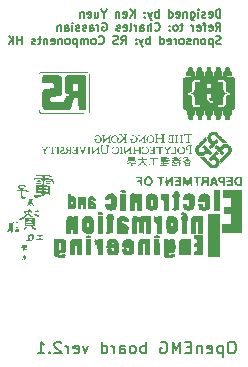
<source format=gbr>
%TF.GenerationSoftware,KiCad,Pcbnew,(6.0.1)*%
%TF.CreationDate,2022-02-11T00:14:37+08:00*%
%TF.ProjectId,OpenEMG_SMD_ver2.1,4f70656e-454d-4475-9f53-4d445f766572,rev?*%
%TF.SameCoordinates,Original*%
%TF.FileFunction,Legend,Bot*%
%TF.FilePolarity,Positive*%
%FSLAX46Y46*%
G04 Gerber Fmt 4.6, Leading zero omitted, Abs format (unit mm)*
G04 Created by KiCad (PCBNEW (6.0.1)) date 2022-02-11 00:14:37*
%MOMM*%
%LPD*%
G01*
G04 APERTURE LIST*
%ADD10C,0.150000*%
%ADD11C,0.010000*%
G04 APERTURE END LIST*
D10*
X135142857Y-82256380D02*
X134952380Y-82256380D01*
X134857142Y-82304000D01*
X134761904Y-82399238D01*
X134714285Y-82589714D01*
X134714285Y-82923047D01*
X134761904Y-83113523D01*
X134857142Y-83208761D01*
X134952380Y-83256380D01*
X135142857Y-83256380D01*
X135238095Y-83208761D01*
X135333333Y-83113523D01*
X135380952Y-82923047D01*
X135380952Y-82589714D01*
X135333333Y-82399238D01*
X135238095Y-82304000D01*
X135142857Y-82256380D01*
X134285714Y-82589714D02*
X134285714Y-83589714D01*
X134285714Y-82637333D02*
X134190476Y-82589714D01*
X134000000Y-82589714D01*
X133904761Y-82637333D01*
X133857142Y-82684952D01*
X133809523Y-82780190D01*
X133809523Y-83065904D01*
X133857142Y-83161142D01*
X133904761Y-83208761D01*
X134000000Y-83256380D01*
X134190476Y-83256380D01*
X134285714Y-83208761D01*
X133000000Y-83208761D02*
X133095238Y-83256380D01*
X133285714Y-83256380D01*
X133380952Y-83208761D01*
X133428571Y-83113523D01*
X133428571Y-82732571D01*
X133380952Y-82637333D01*
X133285714Y-82589714D01*
X133095238Y-82589714D01*
X133000000Y-82637333D01*
X132952380Y-82732571D01*
X132952380Y-82827809D01*
X133428571Y-82923047D01*
X132523809Y-82589714D02*
X132523809Y-83256380D01*
X132523809Y-82684952D02*
X132476190Y-82637333D01*
X132380952Y-82589714D01*
X132238095Y-82589714D01*
X132142857Y-82637333D01*
X132095238Y-82732571D01*
X132095238Y-83256380D01*
X131619047Y-82732571D02*
X131285714Y-82732571D01*
X131142857Y-83256380D02*
X131619047Y-83256380D01*
X131619047Y-82256380D01*
X131142857Y-82256380D01*
X130714285Y-83256380D02*
X130714285Y-82256380D01*
X130380952Y-82970666D01*
X130047619Y-82256380D01*
X130047619Y-83256380D01*
X129047619Y-82304000D02*
X129142857Y-82256380D01*
X129285714Y-82256380D01*
X129428571Y-82304000D01*
X129523809Y-82399238D01*
X129571428Y-82494476D01*
X129619047Y-82684952D01*
X129619047Y-82827809D01*
X129571428Y-83018285D01*
X129523809Y-83113523D01*
X129428571Y-83208761D01*
X129285714Y-83256380D01*
X129190476Y-83256380D01*
X129047619Y-83208761D01*
X129000000Y-83161142D01*
X129000000Y-82827809D01*
X129190476Y-82827809D01*
X127809523Y-83256380D02*
X127809523Y-82256380D01*
X127809523Y-82637333D02*
X127714285Y-82589714D01*
X127523809Y-82589714D01*
X127428571Y-82637333D01*
X127380952Y-82684952D01*
X127333333Y-82780190D01*
X127333333Y-83065904D01*
X127380952Y-83161142D01*
X127428571Y-83208761D01*
X127523809Y-83256380D01*
X127714285Y-83256380D01*
X127809523Y-83208761D01*
X126761904Y-83256380D02*
X126857142Y-83208761D01*
X126904761Y-83161142D01*
X126952380Y-83065904D01*
X126952380Y-82780190D01*
X126904761Y-82684952D01*
X126857142Y-82637333D01*
X126761904Y-82589714D01*
X126619047Y-82589714D01*
X126523809Y-82637333D01*
X126476190Y-82684952D01*
X126428571Y-82780190D01*
X126428571Y-83065904D01*
X126476190Y-83161142D01*
X126523809Y-83208761D01*
X126619047Y-83256380D01*
X126761904Y-83256380D01*
X125571428Y-83256380D02*
X125571428Y-82732571D01*
X125619047Y-82637333D01*
X125714285Y-82589714D01*
X125904761Y-82589714D01*
X126000000Y-82637333D01*
X125571428Y-83208761D02*
X125666666Y-83256380D01*
X125904761Y-83256380D01*
X126000000Y-83208761D01*
X126047619Y-83113523D01*
X126047619Y-83018285D01*
X126000000Y-82923047D01*
X125904761Y-82875428D01*
X125666666Y-82875428D01*
X125571428Y-82827809D01*
X125095238Y-83256380D02*
X125095238Y-82589714D01*
X125095238Y-82780190D02*
X125047619Y-82684952D01*
X125000000Y-82637333D01*
X124904761Y-82589714D01*
X124809523Y-82589714D01*
X124047619Y-83256380D02*
X124047619Y-82256380D01*
X124047619Y-83208761D02*
X124142857Y-83256380D01*
X124333333Y-83256380D01*
X124428571Y-83208761D01*
X124476190Y-83161142D01*
X124523809Y-83065904D01*
X124523809Y-82780190D01*
X124476190Y-82684952D01*
X124428571Y-82637333D01*
X124333333Y-82589714D01*
X124142857Y-82589714D01*
X124047619Y-82637333D01*
X122904761Y-82589714D02*
X122666666Y-83256380D01*
X122428571Y-82589714D01*
X121666666Y-83208761D02*
X121761904Y-83256380D01*
X121952380Y-83256380D01*
X122047619Y-83208761D01*
X122095238Y-83113523D01*
X122095238Y-82732571D01*
X122047619Y-82637333D01*
X121952380Y-82589714D01*
X121761904Y-82589714D01*
X121666666Y-82637333D01*
X121619047Y-82732571D01*
X121619047Y-82827809D01*
X122095238Y-82923047D01*
X121190476Y-83256380D02*
X121190476Y-82589714D01*
X121190476Y-82780190D02*
X121142857Y-82684952D01*
X121095238Y-82637333D01*
X121000000Y-82589714D01*
X120904761Y-82589714D01*
X120619047Y-82351619D02*
X120571428Y-82304000D01*
X120476190Y-82256380D01*
X120238095Y-82256380D01*
X120142857Y-82304000D01*
X120095238Y-82351619D01*
X120047619Y-82446857D01*
X120047619Y-82542095D01*
X120095238Y-82684952D01*
X120666666Y-83256380D01*
X120047619Y-83256380D01*
X119619047Y-83161142D02*
X119571428Y-83208761D01*
X119619047Y-83256380D01*
X119666666Y-83208761D01*
X119619047Y-83161142D01*
X119619047Y-83256380D01*
X118619047Y-83256380D02*
X119190476Y-83256380D01*
X118904761Y-83256380D02*
X118904761Y-82256380D01*
X119000000Y-82399238D01*
X119095238Y-82494476D01*
X119190476Y-82542095D01*
X134101833Y-54815666D02*
X134101833Y-54115666D01*
X133935166Y-54115666D01*
X133835166Y-54149000D01*
X133768500Y-54215666D01*
X133735166Y-54282333D01*
X133701833Y-54415666D01*
X133701833Y-54515666D01*
X133735166Y-54649000D01*
X133768500Y-54715666D01*
X133835166Y-54782333D01*
X133935166Y-54815666D01*
X134101833Y-54815666D01*
X133135166Y-54782333D02*
X133201833Y-54815666D01*
X133335166Y-54815666D01*
X133401833Y-54782333D01*
X133435166Y-54715666D01*
X133435166Y-54449000D01*
X133401833Y-54382333D01*
X133335166Y-54349000D01*
X133201833Y-54349000D01*
X133135166Y-54382333D01*
X133101833Y-54449000D01*
X133101833Y-54515666D01*
X133435166Y-54582333D01*
X132835166Y-54782333D02*
X132768500Y-54815666D01*
X132635166Y-54815666D01*
X132568500Y-54782333D01*
X132535166Y-54715666D01*
X132535166Y-54682333D01*
X132568500Y-54615666D01*
X132635166Y-54582333D01*
X132735166Y-54582333D01*
X132801833Y-54549000D01*
X132835166Y-54482333D01*
X132835166Y-54449000D01*
X132801833Y-54382333D01*
X132735166Y-54349000D01*
X132635166Y-54349000D01*
X132568500Y-54382333D01*
X132235166Y-54815666D02*
X132235166Y-54349000D01*
X132235166Y-54115666D02*
X132268500Y-54149000D01*
X132235166Y-54182333D01*
X132201833Y-54149000D01*
X132235166Y-54115666D01*
X132235166Y-54182333D01*
X131601833Y-54349000D02*
X131601833Y-54915666D01*
X131635166Y-54982333D01*
X131668500Y-55015666D01*
X131735166Y-55049000D01*
X131835166Y-55049000D01*
X131901833Y-55015666D01*
X131601833Y-54782333D02*
X131668500Y-54815666D01*
X131801833Y-54815666D01*
X131868500Y-54782333D01*
X131901833Y-54749000D01*
X131935166Y-54682333D01*
X131935166Y-54482333D01*
X131901833Y-54415666D01*
X131868500Y-54382333D01*
X131801833Y-54349000D01*
X131668500Y-54349000D01*
X131601833Y-54382333D01*
X131268500Y-54349000D02*
X131268500Y-54815666D01*
X131268500Y-54415666D02*
X131235166Y-54382333D01*
X131168500Y-54349000D01*
X131068500Y-54349000D01*
X131001833Y-54382333D01*
X130968500Y-54449000D01*
X130968500Y-54815666D01*
X130368500Y-54782333D02*
X130435166Y-54815666D01*
X130568500Y-54815666D01*
X130635166Y-54782333D01*
X130668500Y-54715666D01*
X130668500Y-54449000D01*
X130635166Y-54382333D01*
X130568500Y-54349000D01*
X130435166Y-54349000D01*
X130368500Y-54382333D01*
X130335166Y-54449000D01*
X130335166Y-54515666D01*
X130668500Y-54582333D01*
X129735166Y-54815666D02*
X129735166Y-54115666D01*
X129735166Y-54782333D02*
X129801833Y-54815666D01*
X129935166Y-54815666D01*
X130001833Y-54782333D01*
X130035166Y-54749000D01*
X130068500Y-54682333D01*
X130068500Y-54482333D01*
X130035166Y-54415666D01*
X130001833Y-54382333D01*
X129935166Y-54349000D01*
X129801833Y-54349000D01*
X129735166Y-54382333D01*
X128868500Y-54815666D02*
X128868500Y-54115666D01*
X128868500Y-54382333D02*
X128801833Y-54349000D01*
X128668500Y-54349000D01*
X128601833Y-54382333D01*
X128568500Y-54415666D01*
X128535166Y-54482333D01*
X128535166Y-54682333D01*
X128568500Y-54749000D01*
X128601833Y-54782333D01*
X128668500Y-54815666D01*
X128801833Y-54815666D01*
X128868500Y-54782333D01*
X128301833Y-54349000D02*
X128135166Y-54815666D01*
X127968500Y-54349000D02*
X128135166Y-54815666D01*
X128201833Y-54982333D01*
X128235166Y-55015666D01*
X128301833Y-55049000D01*
X127701833Y-54749000D02*
X127668500Y-54782333D01*
X127701833Y-54815666D01*
X127735166Y-54782333D01*
X127701833Y-54749000D01*
X127701833Y-54815666D01*
X127701833Y-54382333D02*
X127668500Y-54415666D01*
X127701833Y-54449000D01*
X127735166Y-54415666D01*
X127701833Y-54382333D01*
X127701833Y-54449000D01*
X126835166Y-54815666D02*
X126835166Y-54115666D01*
X126435166Y-54815666D02*
X126735166Y-54415666D01*
X126435166Y-54115666D02*
X126835166Y-54515666D01*
X125868500Y-54782333D02*
X125935166Y-54815666D01*
X126068500Y-54815666D01*
X126135166Y-54782333D01*
X126168500Y-54715666D01*
X126168500Y-54449000D01*
X126135166Y-54382333D01*
X126068500Y-54349000D01*
X125935166Y-54349000D01*
X125868500Y-54382333D01*
X125835166Y-54449000D01*
X125835166Y-54515666D01*
X126168500Y-54582333D01*
X125535166Y-54349000D02*
X125535166Y-54815666D01*
X125535166Y-54415666D02*
X125501833Y-54382333D01*
X125435166Y-54349000D01*
X125335166Y-54349000D01*
X125268500Y-54382333D01*
X125235166Y-54449000D01*
X125235166Y-54815666D01*
X124235166Y-54482333D02*
X124235166Y-54815666D01*
X124468500Y-54115666D02*
X124235166Y-54482333D01*
X124001833Y-54115666D01*
X123468500Y-54349000D02*
X123468500Y-54815666D01*
X123768500Y-54349000D02*
X123768500Y-54715666D01*
X123735166Y-54782333D01*
X123668500Y-54815666D01*
X123568500Y-54815666D01*
X123501833Y-54782333D01*
X123468500Y-54749000D01*
X122868500Y-54782333D02*
X122935166Y-54815666D01*
X123068500Y-54815666D01*
X123135166Y-54782333D01*
X123168500Y-54715666D01*
X123168500Y-54449000D01*
X123135166Y-54382333D01*
X123068500Y-54349000D01*
X122935166Y-54349000D01*
X122868500Y-54382333D01*
X122835166Y-54449000D01*
X122835166Y-54515666D01*
X123168500Y-54582333D01*
X122535166Y-54349000D02*
X122535166Y-54815666D01*
X122535166Y-54415666D02*
X122501833Y-54382333D01*
X122435166Y-54349000D01*
X122335166Y-54349000D01*
X122268500Y-54382333D01*
X122235166Y-54449000D01*
X122235166Y-54815666D01*
X133701833Y-55942666D02*
X133935166Y-55609333D01*
X134101833Y-55942666D02*
X134101833Y-55242666D01*
X133835166Y-55242666D01*
X133768500Y-55276000D01*
X133735166Y-55309333D01*
X133701833Y-55376000D01*
X133701833Y-55476000D01*
X133735166Y-55542666D01*
X133768500Y-55576000D01*
X133835166Y-55609333D01*
X134101833Y-55609333D01*
X133135166Y-55909333D02*
X133201833Y-55942666D01*
X133335166Y-55942666D01*
X133401833Y-55909333D01*
X133435166Y-55842666D01*
X133435166Y-55576000D01*
X133401833Y-55509333D01*
X133335166Y-55476000D01*
X133201833Y-55476000D01*
X133135166Y-55509333D01*
X133101833Y-55576000D01*
X133101833Y-55642666D01*
X133435166Y-55709333D01*
X132901833Y-55476000D02*
X132635166Y-55476000D01*
X132801833Y-55942666D02*
X132801833Y-55342666D01*
X132768500Y-55276000D01*
X132701833Y-55242666D01*
X132635166Y-55242666D01*
X132135166Y-55909333D02*
X132201833Y-55942666D01*
X132335166Y-55942666D01*
X132401833Y-55909333D01*
X132435166Y-55842666D01*
X132435166Y-55576000D01*
X132401833Y-55509333D01*
X132335166Y-55476000D01*
X132201833Y-55476000D01*
X132135166Y-55509333D01*
X132101833Y-55576000D01*
X132101833Y-55642666D01*
X132435166Y-55709333D01*
X131801833Y-55942666D02*
X131801833Y-55476000D01*
X131801833Y-55609333D02*
X131768500Y-55542666D01*
X131735166Y-55509333D01*
X131668500Y-55476000D01*
X131601833Y-55476000D01*
X130935166Y-55476000D02*
X130668500Y-55476000D01*
X130835166Y-55242666D02*
X130835166Y-55842666D01*
X130801833Y-55909333D01*
X130735166Y-55942666D01*
X130668500Y-55942666D01*
X130335166Y-55942666D02*
X130401833Y-55909333D01*
X130435166Y-55876000D01*
X130468500Y-55809333D01*
X130468500Y-55609333D01*
X130435166Y-55542666D01*
X130401833Y-55509333D01*
X130335166Y-55476000D01*
X130235166Y-55476000D01*
X130168500Y-55509333D01*
X130135166Y-55542666D01*
X130101833Y-55609333D01*
X130101833Y-55809333D01*
X130135166Y-55876000D01*
X130168500Y-55909333D01*
X130235166Y-55942666D01*
X130335166Y-55942666D01*
X129801833Y-55876000D02*
X129768500Y-55909333D01*
X129801833Y-55942666D01*
X129835166Y-55909333D01*
X129801833Y-55876000D01*
X129801833Y-55942666D01*
X129801833Y-55509333D02*
X129768500Y-55542666D01*
X129801833Y-55576000D01*
X129835166Y-55542666D01*
X129801833Y-55509333D01*
X129801833Y-55576000D01*
X128535166Y-55876000D02*
X128568500Y-55909333D01*
X128668500Y-55942666D01*
X128735166Y-55942666D01*
X128835166Y-55909333D01*
X128901833Y-55842666D01*
X128935166Y-55776000D01*
X128968500Y-55642666D01*
X128968500Y-55542666D01*
X128935166Y-55409333D01*
X128901833Y-55342666D01*
X128835166Y-55276000D01*
X128735166Y-55242666D01*
X128668500Y-55242666D01*
X128568500Y-55276000D01*
X128535166Y-55309333D01*
X128235166Y-55942666D02*
X128235166Y-55242666D01*
X127935166Y-55942666D02*
X127935166Y-55576000D01*
X127968500Y-55509333D01*
X128035166Y-55476000D01*
X128135166Y-55476000D01*
X128201833Y-55509333D01*
X128235166Y-55542666D01*
X127301833Y-55942666D02*
X127301833Y-55576000D01*
X127335166Y-55509333D01*
X127401833Y-55476000D01*
X127535166Y-55476000D01*
X127601833Y-55509333D01*
X127301833Y-55909333D02*
X127368500Y-55942666D01*
X127535166Y-55942666D01*
X127601833Y-55909333D01*
X127635166Y-55842666D01*
X127635166Y-55776000D01*
X127601833Y-55709333D01*
X127535166Y-55676000D01*
X127368500Y-55676000D01*
X127301833Y-55642666D01*
X126968500Y-55942666D02*
X126968500Y-55476000D01*
X126968500Y-55609333D02*
X126935166Y-55542666D01*
X126901833Y-55509333D01*
X126835166Y-55476000D01*
X126768500Y-55476000D01*
X126435166Y-55942666D02*
X126501833Y-55909333D01*
X126535166Y-55842666D01*
X126535166Y-55242666D01*
X125901833Y-55909333D02*
X125968500Y-55942666D01*
X126101833Y-55942666D01*
X126168500Y-55909333D01*
X126201833Y-55842666D01*
X126201833Y-55576000D01*
X126168500Y-55509333D01*
X126101833Y-55476000D01*
X125968500Y-55476000D01*
X125901833Y-55509333D01*
X125868500Y-55576000D01*
X125868500Y-55642666D01*
X126201833Y-55709333D01*
X125601833Y-55909333D02*
X125535166Y-55942666D01*
X125401833Y-55942666D01*
X125335166Y-55909333D01*
X125301833Y-55842666D01*
X125301833Y-55809333D01*
X125335166Y-55742666D01*
X125401833Y-55709333D01*
X125501833Y-55709333D01*
X125568500Y-55676000D01*
X125601833Y-55609333D01*
X125601833Y-55576000D01*
X125568500Y-55509333D01*
X125501833Y-55476000D01*
X125401833Y-55476000D01*
X125335166Y-55509333D01*
X124101833Y-55276000D02*
X124168500Y-55242666D01*
X124268500Y-55242666D01*
X124368500Y-55276000D01*
X124435166Y-55342666D01*
X124468500Y-55409333D01*
X124501833Y-55542666D01*
X124501833Y-55642666D01*
X124468500Y-55776000D01*
X124435166Y-55842666D01*
X124368500Y-55909333D01*
X124268500Y-55942666D01*
X124201833Y-55942666D01*
X124101833Y-55909333D01*
X124068500Y-55876000D01*
X124068500Y-55642666D01*
X124201833Y-55642666D01*
X123768500Y-55942666D02*
X123768500Y-55476000D01*
X123768500Y-55609333D02*
X123735166Y-55542666D01*
X123701833Y-55509333D01*
X123635166Y-55476000D01*
X123568500Y-55476000D01*
X123035166Y-55942666D02*
X123035166Y-55576000D01*
X123068500Y-55509333D01*
X123135166Y-55476000D01*
X123268500Y-55476000D01*
X123335166Y-55509333D01*
X123035166Y-55909333D02*
X123101833Y-55942666D01*
X123268500Y-55942666D01*
X123335166Y-55909333D01*
X123368500Y-55842666D01*
X123368500Y-55776000D01*
X123335166Y-55709333D01*
X123268500Y-55676000D01*
X123101833Y-55676000D01*
X123035166Y-55642666D01*
X122735166Y-55909333D02*
X122668500Y-55942666D01*
X122535166Y-55942666D01*
X122468500Y-55909333D01*
X122435166Y-55842666D01*
X122435166Y-55809333D01*
X122468500Y-55742666D01*
X122535166Y-55709333D01*
X122635166Y-55709333D01*
X122701833Y-55676000D01*
X122735166Y-55609333D01*
X122735166Y-55576000D01*
X122701833Y-55509333D01*
X122635166Y-55476000D01*
X122535166Y-55476000D01*
X122468500Y-55509333D01*
X122168500Y-55909333D02*
X122101833Y-55942666D01*
X121968500Y-55942666D01*
X121901833Y-55909333D01*
X121868500Y-55842666D01*
X121868500Y-55809333D01*
X121901833Y-55742666D01*
X121968500Y-55709333D01*
X122068500Y-55709333D01*
X122135166Y-55676000D01*
X122168500Y-55609333D01*
X122168500Y-55576000D01*
X122135166Y-55509333D01*
X122068500Y-55476000D01*
X121968500Y-55476000D01*
X121901833Y-55509333D01*
X121568500Y-55942666D02*
X121568500Y-55476000D01*
X121568500Y-55242666D02*
X121601833Y-55276000D01*
X121568500Y-55309333D01*
X121535166Y-55276000D01*
X121568500Y-55242666D01*
X121568500Y-55309333D01*
X120935166Y-55942666D02*
X120935166Y-55576000D01*
X120968500Y-55509333D01*
X121035166Y-55476000D01*
X121168500Y-55476000D01*
X121235166Y-55509333D01*
X120935166Y-55909333D02*
X121001833Y-55942666D01*
X121168500Y-55942666D01*
X121235166Y-55909333D01*
X121268500Y-55842666D01*
X121268500Y-55776000D01*
X121235166Y-55709333D01*
X121168500Y-55676000D01*
X121001833Y-55676000D01*
X120935166Y-55642666D01*
X120601833Y-55476000D02*
X120601833Y-55942666D01*
X120601833Y-55542666D02*
X120568500Y-55509333D01*
X120501833Y-55476000D01*
X120401833Y-55476000D01*
X120335166Y-55509333D01*
X120301833Y-55576000D01*
X120301833Y-55942666D01*
X134135166Y-57036333D02*
X134035166Y-57069666D01*
X133868500Y-57069666D01*
X133801833Y-57036333D01*
X133768500Y-57003000D01*
X133735166Y-56936333D01*
X133735166Y-56869666D01*
X133768500Y-56803000D01*
X133801833Y-56769666D01*
X133868500Y-56736333D01*
X134001833Y-56703000D01*
X134068500Y-56669666D01*
X134101833Y-56636333D01*
X134135166Y-56569666D01*
X134135166Y-56503000D01*
X134101833Y-56436333D01*
X134068500Y-56403000D01*
X134001833Y-56369666D01*
X133835166Y-56369666D01*
X133735166Y-56403000D01*
X133435166Y-56603000D02*
X133435166Y-57303000D01*
X133435166Y-56636333D02*
X133368500Y-56603000D01*
X133235166Y-56603000D01*
X133168500Y-56636333D01*
X133135166Y-56669666D01*
X133101833Y-56736333D01*
X133101833Y-56936333D01*
X133135166Y-57003000D01*
X133168500Y-57036333D01*
X133235166Y-57069666D01*
X133368500Y-57069666D01*
X133435166Y-57036333D01*
X132701833Y-57069666D02*
X132768500Y-57036333D01*
X132801833Y-57003000D01*
X132835166Y-56936333D01*
X132835166Y-56736333D01*
X132801833Y-56669666D01*
X132768500Y-56636333D01*
X132701833Y-56603000D01*
X132601833Y-56603000D01*
X132535166Y-56636333D01*
X132501833Y-56669666D01*
X132468500Y-56736333D01*
X132468500Y-56936333D01*
X132501833Y-57003000D01*
X132535166Y-57036333D01*
X132601833Y-57069666D01*
X132701833Y-57069666D01*
X132168500Y-56603000D02*
X132168500Y-57069666D01*
X132168500Y-56669666D02*
X132135166Y-56636333D01*
X132068500Y-56603000D01*
X131968500Y-56603000D01*
X131901833Y-56636333D01*
X131868500Y-56703000D01*
X131868500Y-57069666D01*
X131568499Y-57036333D02*
X131501833Y-57069666D01*
X131368499Y-57069666D01*
X131301833Y-57036333D01*
X131268499Y-56969666D01*
X131268499Y-56936333D01*
X131301833Y-56869666D01*
X131368499Y-56836333D01*
X131468499Y-56836333D01*
X131535166Y-56803000D01*
X131568499Y-56736333D01*
X131568499Y-56703000D01*
X131535166Y-56636333D01*
X131468499Y-56603000D01*
X131368499Y-56603000D01*
X131301833Y-56636333D01*
X130868500Y-57069666D02*
X130935166Y-57036333D01*
X130968500Y-57003000D01*
X131001833Y-56936333D01*
X131001833Y-56736333D01*
X130968500Y-56669666D01*
X130935166Y-56636333D01*
X130868500Y-56603000D01*
X130768500Y-56603000D01*
X130701833Y-56636333D01*
X130668500Y-56669666D01*
X130635166Y-56736333D01*
X130635166Y-56936333D01*
X130668500Y-57003000D01*
X130701833Y-57036333D01*
X130768500Y-57069666D01*
X130868500Y-57069666D01*
X130335166Y-57069666D02*
X130335166Y-56603000D01*
X130335166Y-56736333D02*
X130301833Y-56669666D01*
X130268499Y-56636333D01*
X130201833Y-56603000D01*
X130135166Y-56603000D01*
X129635166Y-57036333D02*
X129701833Y-57069666D01*
X129835166Y-57069666D01*
X129901833Y-57036333D01*
X129935166Y-56969666D01*
X129935166Y-56703000D01*
X129901833Y-56636333D01*
X129835166Y-56603000D01*
X129701833Y-56603000D01*
X129635166Y-56636333D01*
X129601833Y-56703000D01*
X129601833Y-56769666D01*
X129935166Y-56836333D01*
X129001833Y-57069666D02*
X129001833Y-56369666D01*
X129001833Y-57036333D02*
X129068499Y-57069666D01*
X129201833Y-57069666D01*
X129268499Y-57036333D01*
X129301833Y-57003000D01*
X129335166Y-56936333D01*
X129335166Y-56736333D01*
X129301833Y-56669666D01*
X129268499Y-56636333D01*
X129201833Y-56603000D01*
X129068499Y-56603000D01*
X129001833Y-56636333D01*
X128135166Y-57069666D02*
X128135166Y-56369666D01*
X128135166Y-56636333D02*
X128068499Y-56603000D01*
X127935166Y-56603000D01*
X127868499Y-56636333D01*
X127835166Y-56669666D01*
X127801833Y-56736333D01*
X127801833Y-56936333D01*
X127835166Y-57003000D01*
X127868499Y-57036333D01*
X127935166Y-57069666D01*
X128068499Y-57069666D01*
X128135166Y-57036333D01*
X127568499Y-56603000D02*
X127401833Y-57069666D01*
X127235166Y-56603000D02*
X127401833Y-57069666D01*
X127468499Y-57236333D01*
X127501833Y-57269666D01*
X127568499Y-57303000D01*
X126968499Y-57003000D02*
X126935166Y-57036333D01*
X126968499Y-57069666D01*
X127001833Y-57036333D01*
X126968499Y-57003000D01*
X126968499Y-57069666D01*
X126968499Y-56636333D02*
X126935166Y-56669666D01*
X126968499Y-56703000D01*
X127001833Y-56669666D01*
X126968499Y-56636333D01*
X126968499Y-56703000D01*
X125701833Y-57069666D02*
X125935166Y-56736333D01*
X126101833Y-57069666D02*
X126101833Y-56369666D01*
X125835166Y-56369666D01*
X125768499Y-56403000D01*
X125735166Y-56436333D01*
X125701833Y-56503000D01*
X125701833Y-56603000D01*
X125735166Y-56669666D01*
X125768499Y-56703000D01*
X125835166Y-56736333D01*
X126101833Y-56736333D01*
X125435166Y-57036333D02*
X125335166Y-57069666D01*
X125168499Y-57069666D01*
X125101833Y-57036333D01*
X125068499Y-57003000D01*
X125035166Y-56936333D01*
X125035166Y-56869666D01*
X125068499Y-56803000D01*
X125101833Y-56769666D01*
X125168499Y-56736333D01*
X125301833Y-56703000D01*
X125368499Y-56669666D01*
X125401833Y-56636333D01*
X125435166Y-56569666D01*
X125435166Y-56503000D01*
X125401833Y-56436333D01*
X125368499Y-56403000D01*
X125301833Y-56369666D01*
X125135166Y-56369666D01*
X125035166Y-56403000D01*
X123801833Y-57003000D02*
X123835166Y-57036333D01*
X123935166Y-57069666D01*
X124001833Y-57069666D01*
X124101833Y-57036333D01*
X124168499Y-56969666D01*
X124201833Y-56903000D01*
X124235166Y-56769666D01*
X124235166Y-56669666D01*
X124201833Y-56536333D01*
X124168499Y-56469666D01*
X124101833Y-56403000D01*
X124001833Y-56369666D01*
X123935166Y-56369666D01*
X123835166Y-56403000D01*
X123801833Y-56436333D01*
X123401833Y-57069666D02*
X123468499Y-57036333D01*
X123501833Y-57003000D01*
X123535166Y-56936333D01*
X123535166Y-56736333D01*
X123501833Y-56669666D01*
X123468499Y-56636333D01*
X123401833Y-56603000D01*
X123301833Y-56603000D01*
X123235166Y-56636333D01*
X123201833Y-56669666D01*
X123168499Y-56736333D01*
X123168499Y-56936333D01*
X123201833Y-57003000D01*
X123235166Y-57036333D01*
X123301833Y-57069666D01*
X123401833Y-57069666D01*
X122868499Y-57069666D02*
X122868499Y-56603000D01*
X122868499Y-56669666D02*
X122835166Y-56636333D01*
X122768499Y-56603000D01*
X122668499Y-56603000D01*
X122601833Y-56636333D01*
X122568499Y-56703000D01*
X122568499Y-57069666D01*
X122568499Y-56703000D02*
X122535166Y-56636333D01*
X122468499Y-56603000D01*
X122368499Y-56603000D01*
X122301833Y-56636333D01*
X122268499Y-56703000D01*
X122268499Y-57069666D01*
X121935166Y-56603000D02*
X121935166Y-57303000D01*
X121935166Y-56636333D02*
X121868499Y-56603000D01*
X121735166Y-56603000D01*
X121668499Y-56636333D01*
X121635166Y-56669666D01*
X121601833Y-56736333D01*
X121601833Y-56936333D01*
X121635166Y-57003000D01*
X121668499Y-57036333D01*
X121735166Y-57069666D01*
X121868499Y-57069666D01*
X121935166Y-57036333D01*
X121201833Y-57069666D02*
X121268499Y-57036333D01*
X121301833Y-57003000D01*
X121335166Y-56936333D01*
X121335166Y-56736333D01*
X121301833Y-56669666D01*
X121268499Y-56636333D01*
X121201833Y-56603000D01*
X121101833Y-56603000D01*
X121035166Y-56636333D01*
X121001833Y-56669666D01*
X120968499Y-56736333D01*
X120968499Y-56936333D01*
X121001833Y-57003000D01*
X121035166Y-57036333D01*
X121101833Y-57069666D01*
X121201833Y-57069666D01*
X120668499Y-56603000D02*
X120668499Y-57069666D01*
X120668499Y-56669666D02*
X120635166Y-56636333D01*
X120568499Y-56603000D01*
X120468499Y-56603000D01*
X120401833Y-56636333D01*
X120368499Y-56703000D01*
X120368499Y-57069666D01*
X119768499Y-57036333D02*
X119835166Y-57069666D01*
X119968499Y-57069666D01*
X120035166Y-57036333D01*
X120068499Y-56969666D01*
X120068499Y-56703000D01*
X120035166Y-56636333D01*
X119968499Y-56603000D01*
X119835166Y-56603000D01*
X119768499Y-56636333D01*
X119735166Y-56703000D01*
X119735166Y-56769666D01*
X120068499Y-56836333D01*
X119435166Y-56603000D02*
X119435166Y-57069666D01*
X119435166Y-56669666D02*
X119401833Y-56636333D01*
X119335166Y-56603000D01*
X119235166Y-56603000D01*
X119168499Y-56636333D01*
X119135166Y-56703000D01*
X119135166Y-57069666D01*
X118901833Y-56603000D02*
X118635166Y-56603000D01*
X118801833Y-56369666D02*
X118801833Y-56969666D01*
X118768499Y-57036333D01*
X118701833Y-57069666D01*
X118635166Y-57069666D01*
X118435166Y-57036333D02*
X118368499Y-57069666D01*
X118235166Y-57069666D01*
X118168499Y-57036333D01*
X118135166Y-56969666D01*
X118135166Y-56936333D01*
X118168499Y-56869666D01*
X118235166Y-56836333D01*
X118335166Y-56836333D01*
X118401833Y-56803000D01*
X118435166Y-56736333D01*
X118435166Y-56703000D01*
X118401833Y-56636333D01*
X118335166Y-56603000D01*
X118235166Y-56603000D01*
X118168499Y-56636333D01*
X117301833Y-57069666D02*
X117301833Y-56369666D01*
X117301833Y-56703000D02*
X116901833Y-56703000D01*
X116901833Y-57069666D02*
X116901833Y-56369666D01*
X116568499Y-57069666D02*
X116568499Y-56369666D01*
X116168499Y-57069666D02*
X116468499Y-56669666D01*
X116168499Y-56369666D02*
X116568499Y-56769666D01*
D11*
%TO.C,G4*%
X131483502Y-59046561D02*
X131444063Y-59048031D01*
X131444063Y-59048031D02*
X131416946Y-59053024D01*
X131416946Y-59053024D02*
X131399850Y-59063620D01*
X131399850Y-59063620D02*
X131390476Y-59081899D01*
X131390476Y-59081899D02*
X131386522Y-59109942D01*
X131386522Y-59109942D02*
X131385690Y-59149829D01*
X131385690Y-59149829D02*
X131385733Y-59183859D01*
X131385733Y-59183859D02*
X131385733Y-59290218D01*
X131385733Y-59290218D02*
X131224867Y-59419606D01*
X131224867Y-59419606D02*
X131224867Y-59673067D01*
X131224867Y-59673067D02*
X131851400Y-59673067D01*
X131851400Y-59673067D02*
X131851400Y-59413733D01*
X131851400Y-59413733D02*
X131775200Y-59352719D01*
X131775200Y-59352719D02*
X131699000Y-59291706D01*
X131699000Y-59291706D02*
X131699000Y-59182300D01*
X131699000Y-59182300D02*
X131698955Y-59135222D01*
X131698955Y-59135222D02*
X131697333Y-59100500D01*
X131697333Y-59100500D02*
X131691902Y-59076256D01*
X131691902Y-59076256D02*
X131680429Y-59060615D01*
X131680429Y-59060615D02*
X131660683Y-59051699D01*
X131660683Y-59051699D02*
X131630432Y-59047630D01*
X131630432Y-59047630D02*
X131587443Y-59046534D01*
X131587443Y-59046534D02*
X131537562Y-59046534D01*
X131537562Y-59046534D02*
X131483502Y-59046561D01*
X131483502Y-59046561D02*
X131483502Y-59046561D01*
G36*
X131630432Y-59047630D02*
G01*
X131660683Y-59051699D01*
X131680429Y-59060615D01*
X131691902Y-59076256D01*
X131697333Y-59100500D01*
X131698955Y-59135222D01*
X131699000Y-59182300D01*
X131699000Y-59291706D01*
X131775200Y-59352719D01*
X131851400Y-59413733D01*
X131851400Y-59673067D01*
X131224867Y-59673067D01*
X131224867Y-59419606D01*
X131385733Y-59290218D01*
X131385733Y-59183859D01*
X131385690Y-59149829D01*
X131386522Y-59109942D01*
X131390476Y-59081899D01*
X131399850Y-59063620D01*
X131416946Y-59053024D01*
X131444063Y-59048031D01*
X131483502Y-59046561D01*
X131537562Y-59046534D01*
X131587443Y-59046534D01*
X131630432Y-59047630D01*
G37*
X131630432Y-59047630D02*
X131660683Y-59051699D01*
X131680429Y-59060615D01*
X131691902Y-59076256D01*
X131697333Y-59100500D01*
X131698955Y-59135222D01*
X131699000Y-59182300D01*
X131699000Y-59291706D01*
X131775200Y-59352719D01*
X131851400Y-59413733D01*
X131851400Y-59673067D01*
X131224867Y-59673067D01*
X131224867Y-59419606D01*
X131385733Y-59290218D01*
X131385733Y-59183859D01*
X131385690Y-59149829D01*
X131386522Y-59109942D01*
X131390476Y-59081899D01*
X131399850Y-59063620D01*
X131416946Y-59053024D01*
X131444063Y-59048031D01*
X131483502Y-59046561D01*
X131537562Y-59046534D01*
X131587443Y-59046534D01*
X131630432Y-59047630D01*
X132259537Y-59046691D02*
X132218792Y-59048248D01*
X132218792Y-59048248D02*
X132190453Y-59053347D01*
X132190453Y-59053347D02*
X132172262Y-59064000D01*
X132172262Y-59064000D02*
X132161959Y-59082219D01*
X132161959Y-59082219D02*
X132157284Y-59110016D01*
X132157284Y-59110016D02*
X132155978Y-59149404D01*
X132155978Y-59149404D02*
X132155848Y-59188350D01*
X132155848Y-59188350D02*
X132155496Y-59296300D01*
X132155496Y-59296300D02*
X132003838Y-59414834D01*
X132003838Y-59414834D02*
X132003819Y-59543950D01*
X132003819Y-59543950D02*
X132003800Y-59673067D01*
X132003800Y-59673067D02*
X132630333Y-59673067D01*
X132630333Y-59673067D02*
X132629981Y-59543950D01*
X132629981Y-59543950D02*
X132629629Y-59414834D01*
X132629629Y-59414834D02*
X132477971Y-59296300D01*
X132477971Y-59296300D02*
X132477952Y-59196260D01*
X132477952Y-59196260D02*
X132476980Y-59143656D01*
X132476980Y-59143656D02*
X132473744Y-59105346D01*
X132473744Y-59105346D02*
X132467732Y-59078785D01*
X132467732Y-59078785D02*
X132458432Y-59061424D01*
X132458432Y-59061424D02*
X132449149Y-59053013D01*
X132449149Y-59053013D02*
X132437751Y-59050806D01*
X132437751Y-59050806D02*
X132412673Y-59048925D01*
X132412673Y-59048925D02*
X132377166Y-59047525D01*
X132377166Y-59047525D02*
X132334482Y-59046759D01*
X132334482Y-59046759D02*
X132314950Y-59046663D01*
X132314950Y-59046663D02*
X132259537Y-59046691D01*
X132259537Y-59046691D02*
X132259537Y-59046691D01*
G36*
X132334482Y-59046759D02*
G01*
X132377166Y-59047525D01*
X132412673Y-59048925D01*
X132437751Y-59050806D01*
X132449149Y-59053013D01*
X132458432Y-59061424D01*
X132467732Y-59078785D01*
X132473744Y-59105346D01*
X132476980Y-59143656D01*
X132477952Y-59196260D01*
X132477971Y-59296300D01*
X132629629Y-59414834D01*
X132629981Y-59543950D01*
X132630333Y-59673067D01*
X132003800Y-59673067D01*
X132003819Y-59543950D01*
X132003838Y-59414834D01*
X132155496Y-59296300D01*
X132155848Y-59188350D01*
X132155978Y-59149404D01*
X132157284Y-59110016D01*
X132161959Y-59082219D01*
X132172262Y-59064000D01*
X132190453Y-59053347D01*
X132218792Y-59048248D01*
X132259537Y-59046691D01*
X132314950Y-59046663D01*
X132334482Y-59046759D01*
G37*
X132334482Y-59046759D02*
X132377166Y-59047525D01*
X132412673Y-59048925D01*
X132437751Y-59050806D01*
X132449149Y-59053013D01*
X132458432Y-59061424D01*
X132467732Y-59078785D01*
X132473744Y-59105346D01*
X132476980Y-59143656D01*
X132477952Y-59196260D01*
X132477971Y-59296300D01*
X132629629Y-59414834D01*
X132629981Y-59543950D01*
X132630333Y-59673067D01*
X132003800Y-59673067D01*
X132003819Y-59543950D01*
X132003838Y-59414834D01*
X132155496Y-59296300D01*
X132155848Y-59188350D01*
X132155978Y-59149404D01*
X132157284Y-59110016D01*
X132161959Y-59082219D01*
X132172262Y-59064000D01*
X132190453Y-59053347D01*
X132218792Y-59048248D01*
X132259537Y-59046691D01*
X132314950Y-59046663D01*
X132334482Y-59046759D01*
X133095100Y-59046534D02*
X133039413Y-59046579D01*
X133039413Y-59046579D02*
X132998408Y-59047985D01*
X132998408Y-59047985D02*
X132969843Y-59052651D01*
X132969843Y-59052651D02*
X132951474Y-59062481D01*
X132951474Y-59062481D02*
X132941061Y-59079377D01*
X132941061Y-59079377D02*
X132936359Y-59105240D01*
X132936359Y-59105240D02*
X132935127Y-59141973D01*
X132935127Y-59141973D02*
X132935133Y-59182211D01*
X132935133Y-59182211D02*
X132935133Y-59291528D01*
X132935133Y-59291528D02*
X132854480Y-59356399D01*
X132854480Y-59356399D02*
X132773826Y-59421269D01*
X132773826Y-59421269D02*
X132776163Y-59545051D01*
X132776163Y-59545051D02*
X132778500Y-59668834D01*
X132778500Y-59668834D02*
X133088136Y-59671053D01*
X133088136Y-59671053D02*
X133158943Y-59671407D01*
X133158943Y-59671407D02*
X133224367Y-59671441D01*
X133224367Y-59671441D02*
X133282486Y-59671174D01*
X133282486Y-59671174D02*
X133331380Y-59670630D01*
X133331380Y-59670630D02*
X133369128Y-59669828D01*
X133369128Y-59669828D02*
X133393809Y-59668792D01*
X133393809Y-59668792D02*
X133403502Y-59667542D01*
X133403502Y-59667542D02*
X133403519Y-59667525D01*
X133403519Y-59667525D02*
X133405575Y-59657421D01*
X133405575Y-59657421D02*
X133407305Y-59633574D01*
X133407305Y-59633574D02*
X133408565Y-59599174D01*
X133408565Y-59599174D02*
X133409212Y-59557411D01*
X133409212Y-59557411D02*
X133409267Y-59540692D01*
X133409267Y-59540692D02*
X133409267Y-59419606D01*
X133409267Y-59419606D02*
X133328833Y-59354912D01*
X133328833Y-59354912D02*
X133248400Y-59290218D01*
X133248400Y-59290218D02*
X133248400Y-59182388D01*
X133248400Y-59182388D02*
X133248368Y-59134216D01*
X133248368Y-59134216D02*
X133246748Y-59099011D01*
X133246748Y-59099011D02*
X133241250Y-59074745D01*
X133241250Y-59074745D02*
X133229584Y-59059389D01*
X133229584Y-59059389D02*
X133209462Y-59050915D01*
X133209462Y-59050915D02*
X133178594Y-59047294D01*
X133178594Y-59047294D02*
X133134692Y-59046498D01*
X133134692Y-59046498D02*
X133095100Y-59046534D01*
X133095100Y-59046534D02*
X133095100Y-59046534D01*
G36*
X133178594Y-59047294D02*
G01*
X133209462Y-59050915D01*
X133229584Y-59059389D01*
X133241250Y-59074745D01*
X133246748Y-59099011D01*
X133248368Y-59134216D01*
X133248400Y-59182388D01*
X133248400Y-59290218D01*
X133328833Y-59354912D01*
X133409267Y-59419606D01*
X133409267Y-59540692D01*
X133409212Y-59557411D01*
X133408565Y-59599174D01*
X133407305Y-59633574D01*
X133405575Y-59657421D01*
X133403519Y-59667525D01*
X133403502Y-59667542D01*
X133393809Y-59668792D01*
X133369128Y-59669828D01*
X133331380Y-59670630D01*
X133282486Y-59671174D01*
X133224367Y-59671441D01*
X133158943Y-59671407D01*
X133088136Y-59671053D01*
X132778500Y-59668834D01*
X132776163Y-59545051D01*
X132773826Y-59421269D01*
X132854480Y-59356399D01*
X132935133Y-59291528D01*
X132935133Y-59182211D01*
X132935127Y-59141973D01*
X132936359Y-59105240D01*
X132941061Y-59079377D01*
X132951474Y-59062481D01*
X132969843Y-59052651D01*
X132998408Y-59047985D01*
X133039413Y-59046579D01*
X133095100Y-59046534D01*
X133134692Y-59046498D01*
X133178594Y-59047294D01*
G37*
X133178594Y-59047294D02*
X133209462Y-59050915D01*
X133229584Y-59059389D01*
X133241250Y-59074745D01*
X133246748Y-59099011D01*
X133248368Y-59134216D01*
X133248400Y-59182388D01*
X133248400Y-59290218D01*
X133328833Y-59354912D01*
X133409267Y-59419606D01*
X133409267Y-59540692D01*
X133409212Y-59557411D01*
X133408565Y-59599174D01*
X133407305Y-59633574D01*
X133405575Y-59657421D01*
X133403519Y-59667525D01*
X133403502Y-59667542D01*
X133393809Y-59668792D01*
X133369128Y-59669828D01*
X133331380Y-59670630D01*
X133282486Y-59671174D01*
X133224367Y-59671441D01*
X133158943Y-59671407D01*
X133088136Y-59671053D01*
X132778500Y-59668834D01*
X132776163Y-59545051D01*
X132773826Y-59421269D01*
X132854480Y-59356399D01*
X132935133Y-59291528D01*
X132935133Y-59182211D01*
X132935127Y-59141973D01*
X132936359Y-59105240D01*
X132941061Y-59079377D01*
X132951474Y-59062481D01*
X132969843Y-59052651D01*
X132998408Y-59047985D01*
X133039413Y-59046579D01*
X133095100Y-59046534D01*
X133134692Y-59046498D01*
X133178594Y-59047294D01*
X133723148Y-59068842D02*
X133715614Y-59080179D01*
X133715614Y-59080179D02*
X133710582Y-59093761D01*
X133710582Y-59093761D02*
X133707561Y-59113072D01*
X133707561Y-59113072D02*
X133706062Y-59141594D01*
X133706062Y-59141594D02*
X133705594Y-59182808D01*
X133705594Y-59182808D02*
X133705581Y-59193725D01*
X133705581Y-59193725D02*
X133705562Y-59296300D01*
X133705562Y-59296300D02*
X133553904Y-59414834D01*
X133553904Y-59414834D02*
X133553552Y-59543950D01*
X133553552Y-59543950D02*
X133553200Y-59673067D01*
X133553200Y-59673067D02*
X134179733Y-59673067D01*
X134179733Y-59673067D02*
X134179714Y-59543950D01*
X134179714Y-59543950D02*
X134179695Y-59414834D01*
X134179695Y-59414834D02*
X134028037Y-59296300D01*
X134028037Y-59296300D02*
X134027685Y-59188350D01*
X134027685Y-59188350D02*
X134027439Y-59139014D01*
X134027439Y-59139014D02*
X134025568Y-59102679D01*
X134025568Y-59102679D02*
X134019825Y-59077361D01*
X134019825Y-59077361D02*
X134007962Y-59061074D01*
X134007962Y-59061074D02*
X133987729Y-59051832D01*
X133987729Y-59051832D02*
X133956878Y-59047649D01*
X133956878Y-59047649D02*
X133913160Y-59046541D01*
X133913160Y-59046541D02*
X133867081Y-59046534D01*
X133867081Y-59046534D02*
X133740696Y-59046534D01*
X133740696Y-59046534D02*
X133723148Y-59068842D01*
X133723148Y-59068842D02*
X133723148Y-59068842D01*
G36*
X133913160Y-59046541D02*
G01*
X133956878Y-59047649D01*
X133987729Y-59051832D01*
X134007962Y-59061074D01*
X134019825Y-59077361D01*
X134025568Y-59102679D01*
X134027439Y-59139014D01*
X134027685Y-59188350D01*
X134028037Y-59296300D01*
X134179695Y-59414834D01*
X134179714Y-59543950D01*
X134179733Y-59673067D01*
X133553200Y-59673067D01*
X133553552Y-59543950D01*
X133553904Y-59414834D01*
X133705562Y-59296300D01*
X133705581Y-59193725D01*
X133705594Y-59182808D01*
X133706062Y-59141594D01*
X133707561Y-59113072D01*
X133710582Y-59093761D01*
X133715614Y-59080179D01*
X133723148Y-59068842D01*
X133740696Y-59046534D01*
X133867081Y-59046534D01*
X133913160Y-59046541D01*
G37*
X133913160Y-59046541D02*
X133956878Y-59047649D01*
X133987729Y-59051832D01*
X134007962Y-59061074D01*
X134019825Y-59077361D01*
X134025568Y-59102679D01*
X134027439Y-59139014D01*
X134027685Y-59188350D01*
X134028037Y-59296300D01*
X134179695Y-59414834D01*
X134179714Y-59543950D01*
X134179733Y-59673067D01*
X133553200Y-59673067D01*
X133553552Y-59543950D01*
X133553904Y-59414834D01*
X133705562Y-59296300D01*
X133705581Y-59193725D01*
X133705594Y-59182808D01*
X133706062Y-59141594D01*
X133707561Y-59113072D01*
X133710582Y-59093761D01*
X133715614Y-59080179D01*
X133723148Y-59068842D01*
X133740696Y-59046534D01*
X133867081Y-59046534D01*
X133913160Y-59046541D01*
X134642616Y-59046534D02*
X134587317Y-59046635D01*
X134587317Y-59046635D02*
X134546686Y-59048267D01*
X134546686Y-59048267D02*
X134518466Y-59053424D01*
X134518466Y-59053424D02*
X134500400Y-59064097D01*
X134500400Y-59064097D02*
X134490229Y-59082280D01*
X134490229Y-59082280D02*
X134485695Y-59109966D01*
X134485695Y-59109966D02*
X134484540Y-59149147D01*
X134484540Y-59149147D02*
X134484533Y-59186053D01*
X134484533Y-59186053D02*
X134484533Y-59291706D01*
X134484533Y-59291706D02*
X134408333Y-59352719D01*
X134408333Y-59352719D02*
X134332133Y-59413733D01*
X134332133Y-59413733D02*
X134332133Y-59673067D01*
X134332133Y-59673067D02*
X134958666Y-59673067D01*
X134958666Y-59673067D02*
X134958666Y-59419606D01*
X134958666Y-59419606D02*
X134797800Y-59290218D01*
X134797800Y-59290218D02*
X134797800Y-59182388D01*
X134797800Y-59182388D02*
X134797780Y-59134465D01*
X134797780Y-59134465D02*
X134796203Y-59099365D01*
X134796203Y-59099365D02*
X134790794Y-59075096D01*
X134790794Y-59075096D02*
X134779279Y-59059666D01*
X134779279Y-59059666D02*
X134759382Y-59051084D01*
X134759382Y-59051084D02*
X134728830Y-59047358D01*
X134728830Y-59047358D02*
X134685345Y-59046498D01*
X134685345Y-59046498D02*
X134642616Y-59046534D01*
X134642616Y-59046534D02*
X134642616Y-59046534D01*
G36*
X134728830Y-59047358D02*
G01*
X134759382Y-59051084D01*
X134779279Y-59059666D01*
X134790794Y-59075096D01*
X134796203Y-59099365D01*
X134797780Y-59134465D01*
X134797800Y-59182388D01*
X134797800Y-59290218D01*
X134958666Y-59419606D01*
X134958666Y-59673067D01*
X134332133Y-59673067D01*
X134332133Y-59413733D01*
X134408333Y-59352719D01*
X134484533Y-59291706D01*
X134484533Y-59186053D01*
X134484540Y-59149147D01*
X134485695Y-59109966D01*
X134490229Y-59082280D01*
X134500400Y-59064097D01*
X134518466Y-59053424D01*
X134546686Y-59048267D01*
X134587317Y-59046635D01*
X134642616Y-59046534D01*
X134685345Y-59046498D01*
X134728830Y-59047358D01*
G37*
X134728830Y-59047358D02*
X134759382Y-59051084D01*
X134779279Y-59059666D01*
X134790794Y-59075096D01*
X134796203Y-59099365D01*
X134797780Y-59134465D01*
X134797800Y-59182388D01*
X134797800Y-59290218D01*
X134958666Y-59419606D01*
X134958666Y-59673067D01*
X134332133Y-59673067D01*
X134332133Y-59413733D01*
X134408333Y-59352719D01*
X134484533Y-59291706D01*
X134484533Y-59186053D01*
X134484540Y-59149147D01*
X134485695Y-59109966D01*
X134490229Y-59082280D01*
X134500400Y-59064097D01*
X134518466Y-59053424D01*
X134546686Y-59048267D01*
X134587317Y-59046635D01*
X134642616Y-59046534D01*
X134685345Y-59046498D01*
X134728830Y-59047358D01*
X133548648Y-59808488D02*
X133354020Y-59808515D01*
X133354020Y-59808515D02*
X133143265Y-59808533D01*
X133143265Y-59808533D02*
X133096000Y-59808533D01*
X133096000Y-59808533D02*
X132881707Y-59808520D01*
X132881707Y-59808520D02*
X132683683Y-59808494D01*
X132683683Y-59808494D02*
X132501262Y-59808472D01*
X132501262Y-59808472D02*
X132333779Y-59808474D01*
X132333779Y-59808474D02*
X132180569Y-59808519D01*
X132180569Y-59808519D02*
X132040967Y-59808625D01*
X132040967Y-59808625D02*
X131914308Y-59808811D01*
X131914308Y-59808811D02*
X131799926Y-59809096D01*
X131799926Y-59809096D02*
X131697157Y-59809499D01*
X131697157Y-59809499D02*
X131605335Y-59810039D01*
X131605335Y-59810039D02*
X131523796Y-59810734D01*
X131523796Y-59810734D02*
X131451874Y-59811603D01*
X131451874Y-59811603D02*
X131388905Y-59812664D01*
X131388905Y-59812664D02*
X131334222Y-59813938D01*
X131334222Y-59813938D02*
X131287162Y-59815441D01*
X131287162Y-59815441D02*
X131247058Y-59817194D01*
X131247058Y-59817194D02*
X131213247Y-59819215D01*
X131213247Y-59819215D02*
X131185062Y-59821523D01*
X131185062Y-59821523D02*
X131161839Y-59824136D01*
X131161839Y-59824136D02*
X131142913Y-59827073D01*
X131142913Y-59827073D02*
X131127618Y-59830354D01*
X131127618Y-59830354D02*
X131115290Y-59833996D01*
X131115290Y-59833996D02*
X131105263Y-59838019D01*
X131105263Y-59838019D02*
X131096872Y-59842441D01*
X131096872Y-59842441D02*
X131089453Y-59847282D01*
X131089453Y-59847282D02*
X131082339Y-59852559D01*
X131082339Y-59852559D02*
X131074867Y-59858292D01*
X131074867Y-59858292D02*
X131066370Y-59864500D01*
X131066370Y-59864500D02*
X131064355Y-59865892D01*
X131064355Y-59865892D02*
X131009121Y-59912982D01*
X131009121Y-59912982D02*
X130967565Y-59969853D01*
X130967565Y-59969853D02*
X130946089Y-60016248D01*
X130946089Y-60016248D02*
X130943594Y-60023060D01*
X130943594Y-60023060D02*
X130941346Y-60030059D01*
X130941346Y-60030059D02*
X130939335Y-60038113D01*
X130939335Y-60038113D02*
X130937549Y-60048091D01*
X130937549Y-60048091D02*
X130935977Y-60060862D01*
X130935977Y-60060862D02*
X130934607Y-60077294D01*
X130934607Y-60077294D02*
X130933429Y-60098257D01*
X130933429Y-60098257D02*
X130932432Y-60124619D01*
X130932432Y-60124619D02*
X130931603Y-60157248D01*
X130931603Y-60157248D02*
X130930933Y-60197014D01*
X130930933Y-60197014D02*
X130930410Y-60244785D01*
X130930410Y-60244785D02*
X130930022Y-60301429D01*
X130930022Y-60301429D02*
X130929760Y-60367816D01*
X130929760Y-60367816D02*
X130929610Y-60444814D01*
X130929610Y-60444814D02*
X130929563Y-60533292D01*
X130929563Y-60533292D02*
X130929607Y-60634119D01*
X130929607Y-60634119D02*
X130929731Y-60748163D01*
X130929731Y-60748163D02*
X130929924Y-60876293D01*
X130929924Y-60876293D02*
X130930175Y-61019378D01*
X130930175Y-61019378D02*
X130930472Y-61178287D01*
X130930472Y-61178287D02*
X130930561Y-61225318D01*
X130930561Y-61225318D02*
X130932766Y-62386994D01*
X130932766Y-62386994D02*
X130960594Y-62443518D01*
X130960594Y-62443518D02*
X130999549Y-62504385D01*
X130999549Y-62504385D02*
X131049989Y-62553162D01*
X131049989Y-62553162D02*
X131110628Y-62588874D01*
X131110628Y-62588874D02*
X131180177Y-62610549D01*
X131180177Y-62610549D02*
X131181868Y-62610874D01*
X131181868Y-62610874D02*
X131194860Y-62611737D01*
X131194860Y-62611737D02*
X131223839Y-62612548D01*
X131223839Y-62612548D02*
X131267863Y-62613309D01*
X131267863Y-62613309D02*
X131325996Y-62614017D01*
X131325996Y-62614017D02*
X131397297Y-62614675D01*
X131397297Y-62614675D02*
X131480828Y-62615281D01*
X131480828Y-62615281D02*
X131575650Y-62615837D01*
X131575650Y-62615837D02*
X131680824Y-62616342D01*
X131680824Y-62616342D02*
X131795411Y-62616796D01*
X131795411Y-62616796D02*
X131918472Y-62617200D01*
X131918472Y-62617200D02*
X132049069Y-62617553D01*
X132049069Y-62617553D02*
X132186261Y-62617857D01*
X132186261Y-62617857D02*
X132329111Y-62618110D01*
X132329111Y-62618110D02*
X132476679Y-62618313D01*
X132476679Y-62618313D02*
X132628027Y-62618466D01*
X132628027Y-62618466D02*
X132782215Y-62618569D01*
X132782215Y-62618569D02*
X132938304Y-62618623D01*
X132938304Y-62618623D02*
X133095357Y-62618628D01*
X133095357Y-62618628D02*
X133252433Y-62618583D01*
X133252433Y-62618583D02*
X133408593Y-62618488D01*
X133408593Y-62618488D02*
X133562900Y-62618345D01*
X133562900Y-62618345D02*
X133714413Y-62618153D01*
X133714413Y-62618153D02*
X133862194Y-62617912D01*
X133862194Y-62617912D02*
X134005305Y-62617622D01*
X134005305Y-62617622D02*
X134142805Y-62617284D01*
X134142805Y-62617284D02*
X134273756Y-62616898D01*
X134273756Y-62616898D02*
X134397220Y-62616463D01*
X134397220Y-62616463D02*
X134512257Y-62615979D01*
X134512257Y-62615979D02*
X134617928Y-62615448D01*
X134617928Y-62615448D02*
X134713295Y-62614869D01*
X134713295Y-62614869D02*
X134797418Y-62614242D01*
X134797418Y-62614242D02*
X134869358Y-62613568D01*
X134869358Y-62613568D02*
X134928178Y-62612846D01*
X134928178Y-62612846D02*
X134972936Y-62612077D01*
X134972936Y-62612077D02*
X135002696Y-62611260D01*
X135002696Y-62611260D02*
X135016517Y-62610396D01*
X135016517Y-62610396D02*
X135016818Y-62610343D01*
X135016818Y-62610343D02*
X135082452Y-62589065D01*
X135082452Y-62589065D02*
X135141553Y-62553271D01*
X135141553Y-62553271D02*
X135191645Y-62504884D01*
X135191645Y-62504884D02*
X135230257Y-62445826D01*
X135230257Y-62445826D02*
X135231405Y-62443518D01*
X135231405Y-62443518D02*
X135259233Y-62386994D01*
X135259233Y-62386994D02*
X135261438Y-61225318D01*
X135261438Y-61225318D02*
X135261699Y-61087000D01*
X135261699Y-61087000D02*
X134890933Y-61087000D01*
X134890933Y-61087000D02*
X134890933Y-61349467D01*
X134890933Y-61349467D02*
X134797528Y-61349467D01*
X134797528Y-61349467D02*
X134738409Y-61351333D01*
X134738409Y-61351333D02*
X134693066Y-61357854D01*
X134693066Y-61357854D02*
X134658658Y-61370414D01*
X134658658Y-61370414D02*
X134632345Y-61390395D01*
X134632345Y-61390395D02*
X134611290Y-61419180D01*
X134611290Y-61419180D02*
X134597431Y-61446949D01*
X134597431Y-61446949D02*
X134593519Y-61457445D01*
X134593519Y-61457445D02*
X134590261Y-61470752D01*
X134590261Y-61470752D02*
X134587559Y-61488601D01*
X134587559Y-61488601D02*
X134585315Y-61512723D01*
X134585315Y-61512723D02*
X134583430Y-61544848D01*
X134583430Y-61544848D02*
X134581807Y-61586707D01*
X134581807Y-61586707D02*
X134580347Y-61640032D01*
X134580347Y-61640032D02*
X134578952Y-61706552D01*
X134578952Y-61706552D02*
X134577525Y-61788000D01*
X134577525Y-61788000D02*
X134577289Y-61802434D01*
X134577289Y-61802434D02*
X134575885Y-61885564D01*
X134575885Y-61885564D02*
X134574565Y-61953647D01*
X134574565Y-61953647D02*
X134573208Y-62008571D01*
X134573208Y-62008571D02*
X134571699Y-62052219D01*
X134571699Y-62052219D02*
X134569917Y-62086479D01*
X134569917Y-62086479D02*
X134567746Y-62113235D01*
X134567746Y-62113235D02*
X134565067Y-62134374D01*
X134565067Y-62134374D02*
X134561762Y-62151782D01*
X134561762Y-62151782D02*
X134557713Y-62167344D01*
X134557713Y-62167344D02*
X134553612Y-62180484D01*
X134553612Y-62180484D02*
X134525099Y-62247290D01*
X134525099Y-62247290D02*
X134487341Y-62303829D01*
X134487341Y-62303829D02*
X134443960Y-62345905D01*
X134443960Y-62345905D02*
X134412413Y-62366377D01*
X134412413Y-62366377D02*
X134375677Y-62383175D01*
X134375677Y-62383175D02*
X134331985Y-62396599D01*
X134331985Y-62396599D02*
X134279571Y-62406955D01*
X134279571Y-62406955D02*
X134216667Y-62414544D01*
X134216667Y-62414544D02*
X134141507Y-62419669D01*
X134141507Y-62419669D02*
X134052324Y-62422634D01*
X134052324Y-62422634D02*
X133991350Y-62423502D01*
X133991350Y-62423502D02*
X133849533Y-62424733D01*
X133849533Y-62424733D02*
X133849533Y-62162267D01*
X133849533Y-62162267D02*
X133982883Y-62162060D01*
X133982883Y-62162060D02*
X134049711Y-62161235D01*
X134049711Y-62161235D02*
X134102042Y-62158719D01*
X134102042Y-62158719D02*
X134142268Y-62154100D01*
X134142268Y-62154100D02*
X134172776Y-62146967D01*
X134172776Y-62146967D02*
X134195957Y-62136907D01*
X134195957Y-62136907D02*
X134214199Y-62123508D01*
X134214199Y-62123508D02*
X134215916Y-62121900D01*
X134215916Y-62121900D02*
X134229611Y-62106868D01*
X134229611Y-62106868D02*
X134240517Y-62089480D01*
X134240517Y-62089480D02*
X134248938Y-62067731D01*
X134248938Y-62067731D02*
X134255176Y-62039613D01*
X134255176Y-62039613D02*
X134259536Y-62003121D01*
X134259536Y-62003121D02*
X134262320Y-61956249D01*
X134262320Y-61956249D02*
X134263833Y-61896989D01*
X134263833Y-61896989D02*
X134264004Y-61873877D01*
X134264004Y-61873877D02*
X133447597Y-61873877D01*
X133447597Y-61873877D02*
X133444033Y-61902614D01*
X133444033Y-61902614D02*
X133436618Y-61945149D01*
X133436618Y-61945149D02*
X133433962Y-61959107D01*
X133433962Y-61959107D02*
X133414029Y-62062563D01*
X133414029Y-62062563D02*
X133368016Y-62057155D01*
X133368016Y-62057155D02*
X133336448Y-62051585D01*
X133336448Y-62051585D02*
X133297311Y-62042101D01*
X133297311Y-62042101D02*
X133258897Y-62030720D01*
X133258897Y-62030720D02*
X133257684Y-62030318D01*
X133257684Y-62030318D02*
X133163578Y-61990695D01*
X133163578Y-61990695D02*
X133080285Y-61938730D01*
X133080285Y-61938730D02*
X133008613Y-61875583D01*
X133008613Y-61875583D02*
X132949372Y-61802416D01*
X132949372Y-61802416D02*
X132903370Y-61720389D01*
X132903370Y-61720389D02*
X132871417Y-61630662D01*
X132871417Y-61630662D02*
X132854323Y-61534395D01*
X132854323Y-61534395D02*
X132852070Y-61448525D01*
X132852070Y-61448525D02*
X132856812Y-61389220D01*
X132856812Y-61389220D02*
X132866643Y-61342003D01*
X132866643Y-61342003D02*
X132883076Y-61302410D01*
X132883076Y-61302410D02*
X132907626Y-61265978D01*
X132907626Y-61265978D02*
X132918293Y-61253288D01*
X132918293Y-61253288D02*
X132950547Y-61221764D01*
X132950547Y-61221764D02*
X132984432Y-61200997D01*
X132984432Y-61200997D02*
X133024378Y-61189232D01*
X133024378Y-61189232D02*
X133074811Y-61184712D01*
X133074811Y-61184712D02*
X133091766Y-61184506D01*
X133091766Y-61184506D02*
X133131154Y-61185192D01*
X133131154Y-61185192D02*
X133159301Y-61187944D01*
X133159301Y-61187944D02*
X133181873Y-61193835D01*
X133181873Y-61193835D02*
X133204535Y-61203936D01*
X133204535Y-61203936D02*
X133210300Y-61206939D01*
X133210300Y-61206939D02*
X133239032Y-61224377D01*
X133239032Y-61224377D02*
X133265118Y-61243860D01*
X133265118Y-61243860D02*
X133275463Y-61253427D01*
X133275463Y-61253427D02*
X133308976Y-61300474D01*
X133308976Y-61300474D02*
X133329551Y-61355003D01*
X133329551Y-61355003D02*
X133337228Y-61413621D01*
X133337228Y-61413621D02*
X133332050Y-61472938D01*
X133332050Y-61472938D02*
X133314059Y-61529561D01*
X133314059Y-61529561D02*
X133283296Y-61580100D01*
X133283296Y-61580100D02*
X133271249Y-61593920D01*
X133271249Y-61593920D02*
X133245773Y-61615533D01*
X133245773Y-61615533D02*
X133213319Y-61636012D01*
X133213319Y-61636012D02*
X133179581Y-61652368D01*
X133179581Y-61652368D02*
X133150249Y-61661609D01*
X133150249Y-61661609D02*
X133140450Y-61662651D01*
X133140450Y-61662651D02*
X133125844Y-61665606D01*
X133125844Y-61665606D02*
X133122446Y-61676039D01*
X133122446Y-61676039D02*
X133129847Y-61696569D01*
X133129847Y-61696569D02*
X133133878Y-61704637D01*
X133133878Y-61704637D02*
X133163506Y-61743835D01*
X133163506Y-61743835D02*
X133208679Y-61777378D01*
X133208679Y-61777378D02*
X133268889Y-61804998D01*
X133268889Y-61804998D02*
X133343626Y-61826426D01*
X133343626Y-61826426D02*
X133377163Y-61833147D01*
X133377163Y-61833147D02*
X133407426Y-61839185D01*
X133407426Y-61839185D02*
X133431521Y-61845104D01*
X133431521Y-61845104D02*
X133443927Y-61849491D01*
X133443927Y-61849491D02*
X133447499Y-61856862D01*
X133447499Y-61856862D02*
X133447597Y-61873877D01*
X133447597Y-61873877D02*
X134264004Y-61873877D01*
X134264004Y-61873877D02*
X134264379Y-61823335D01*
X134264379Y-61823335D02*
X134264400Y-61801509D01*
X134264400Y-61801509D02*
X134265034Y-61706019D01*
X134265034Y-61706019D02*
X134267176Y-61625543D01*
X134267176Y-61625543D02*
X134271180Y-61558203D01*
X134271180Y-61558203D02*
X134277403Y-61502119D01*
X134277403Y-61502119D02*
X134286202Y-61455412D01*
X134286202Y-61455412D02*
X134297933Y-61416203D01*
X134297933Y-61416203D02*
X134312952Y-61382612D01*
X134312952Y-61382612D02*
X134331615Y-61352760D01*
X134331615Y-61352760D02*
X134354279Y-61324768D01*
X134354279Y-61324768D02*
X134354919Y-61324055D01*
X134354919Y-61324055D02*
X134394368Y-61286265D01*
X134394368Y-61286265D02*
X134436666Y-61259694D01*
X134436666Y-61259694D02*
X134488495Y-61240219D01*
X134488495Y-61240219D02*
X134493000Y-61238916D01*
X134493000Y-61238916D02*
X134522281Y-61229660D01*
X134522281Y-61229660D02*
X134535530Y-61222367D01*
X134535530Y-61222367D02*
X134533333Y-61215758D01*
X134533333Y-61215758D02*
X134516277Y-61208550D01*
X134516277Y-61208550D02*
X134508088Y-61206002D01*
X134508088Y-61206002D02*
X134439276Y-61178240D01*
X134439276Y-61178240D02*
X134382144Y-61139208D01*
X134382144Y-61139208D02*
X134354961Y-61112459D01*
X134354961Y-61112459D02*
X134332180Y-61084482D01*
X134332180Y-61084482D02*
X134313410Y-61054702D01*
X134313410Y-61054702D02*
X134298296Y-61021236D01*
X134298296Y-61021236D02*
X134286480Y-60982207D01*
X134286480Y-60982207D02*
X134277606Y-60935735D01*
X134277606Y-60935735D02*
X134271318Y-60879938D01*
X134271318Y-60879938D02*
X134267258Y-60812939D01*
X134267258Y-60812939D02*
X134265071Y-60732857D01*
X134265071Y-60732857D02*
X134264400Y-60637812D01*
X134264400Y-60637812D02*
X134264400Y-60634958D01*
X134264400Y-60634958D02*
X134264125Y-60571420D01*
X134264125Y-60571420D02*
X133331832Y-60571420D01*
X133331832Y-60571420D02*
X133331489Y-60613694D01*
X133331489Y-60613694D02*
X133327322Y-60649182D01*
X133327322Y-60649182D02*
X133324403Y-60660491D01*
X133324403Y-60660491D02*
X133298907Y-60713073D01*
X133298907Y-60713073D02*
X133261123Y-60756670D01*
X133261123Y-60756670D02*
X133213761Y-60790155D01*
X133213761Y-60790155D02*
X133159534Y-60812403D01*
X133159534Y-60812403D02*
X133101152Y-60822288D01*
X133101152Y-60822288D02*
X133041325Y-60818683D01*
X133041325Y-60818683D02*
X132984985Y-60801459D01*
X132984985Y-60801459D02*
X132930785Y-60769864D01*
X132930785Y-60769864D02*
X132890327Y-60728849D01*
X132890327Y-60728849D02*
X132863289Y-60677882D01*
X132863289Y-60677882D02*
X132849346Y-60616429D01*
X132849346Y-60616429D02*
X132847131Y-60574463D01*
X132847131Y-60574463D02*
X132853496Y-60509216D01*
X132853496Y-60509216D02*
X132872884Y-60454500D01*
X132872884Y-60454500D02*
X132905948Y-60409280D01*
X132905948Y-60409280D02*
X132953343Y-60372523D01*
X132953343Y-60372523D02*
X132985503Y-60355655D01*
X132985503Y-60355655D02*
X133030741Y-60341940D01*
X133030741Y-60341940D02*
X133083648Y-60336748D01*
X133083648Y-60336748D02*
X133137553Y-60340007D01*
X133137553Y-60340007D02*
X133185788Y-60351646D01*
X133185788Y-60351646D02*
X133200633Y-60357949D01*
X133200633Y-60357949D02*
X133247373Y-60387533D01*
X133247373Y-60387533D02*
X133287319Y-60425374D01*
X133287319Y-60425374D02*
X133313241Y-60462718D01*
X133313241Y-60462718D02*
X133322376Y-60490048D01*
X133322376Y-60490048D02*
X133328684Y-60528243D01*
X133328684Y-60528243D02*
X133331832Y-60571420D01*
X133331832Y-60571420D02*
X134264125Y-60571420D01*
X134264125Y-60571420D02*
X134264064Y-60557353D01*
X134264064Y-60557353D02*
X134262847Y-60494651D01*
X134262847Y-60494651D02*
X134260437Y-60444829D01*
X134260437Y-60444829D02*
X134256522Y-60405868D01*
X134256522Y-60405868D02*
X134250790Y-60375745D01*
X134250790Y-60375745D02*
X134242929Y-60352439D01*
X134242929Y-60352439D02*
X134232627Y-60333928D01*
X134232627Y-60333928D02*
X134219571Y-60318192D01*
X134219571Y-60318192D02*
X134214744Y-60313396D01*
X134214744Y-60313396D02*
X134198738Y-60300297D01*
X134198738Y-60300297D02*
X134180052Y-60290433D01*
X134180052Y-60290433D02*
X134156147Y-60283369D01*
X134156147Y-60283369D02*
X134124486Y-60278670D01*
X134124486Y-60278670D02*
X134082529Y-60275902D01*
X134082529Y-60275902D02*
X134027738Y-60274629D01*
X134027738Y-60274629D02*
X133987116Y-60274402D01*
X133987116Y-60274402D02*
X133849533Y-60274200D01*
X133849533Y-60274200D02*
X133849533Y-60272855D01*
X133849533Y-60272855D02*
X132334000Y-60272855D01*
X132334000Y-60272855D02*
X132179483Y-60275644D01*
X132179483Y-60275644D02*
X132115934Y-60277214D01*
X132115934Y-60277214D02*
X132066867Y-60279889D01*
X132066867Y-60279889D02*
X132029832Y-60284494D01*
X132029832Y-60284494D02*
X132002380Y-60291855D01*
X132002380Y-60291855D02*
X131982061Y-60302796D01*
X131982061Y-60302796D02*
X131966426Y-60318143D01*
X131966426Y-60318143D02*
X131953026Y-60338721D01*
X131953026Y-60338721D02*
X131944612Y-60354776D01*
X131944612Y-60354776D02*
X131938818Y-60366756D01*
X131938818Y-60366756D02*
X131934158Y-60378353D01*
X131934158Y-60378353D02*
X131930467Y-60391550D01*
X131930467Y-60391550D02*
X131927582Y-60408331D01*
X131927582Y-60408331D02*
X131925339Y-60430679D01*
X131925339Y-60430679D02*
X131923577Y-60460576D01*
X131923577Y-60460576D02*
X131922130Y-60500006D01*
X131922130Y-60500006D02*
X131920836Y-60550953D01*
X131920836Y-60550953D02*
X131919532Y-60615399D01*
X131919532Y-60615399D02*
X131918479Y-60672134D01*
X131918479Y-60672134D02*
X131916972Y-60749437D01*
X131916972Y-60749437D02*
X131915490Y-60811869D01*
X131915490Y-60811869D02*
X131913894Y-60861491D01*
X131913894Y-60861491D02*
X131912044Y-60900366D01*
X131912044Y-60900366D02*
X131909802Y-60930555D01*
X131909802Y-60930555D02*
X131907027Y-60954119D01*
X131907027Y-60954119D02*
X131903582Y-60973120D01*
X131903582Y-60973120D02*
X131899325Y-60989620D01*
X131899325Y-60989620D02*
X131896403Y-60998940D01*
X131896403Y-60998940D02*
X131866701Y-61065964D01*
X131866701Y-61065964D02*
X131825933Y-61120205D01*
X131825933Y-61120205D02*
X131773888Y-61161876D01*
X131773888Y-61161876D02*
X131710356Y-61191189D01*
X131710356Y-61191189D02*
X131704499Y-61193093D01*
X131704499Y-61193093D02*
X131677513Y-61201624D01*
X131677513Y-61201624D02*
X131656029Y-61208448D01*
X131656029Y-61208448D02*
X131648428Y-61210883D01*
X131648428Y-61210883D02*
X131649424Y-61215305D01*
X131649424Y-61215305D02*
X131663592Y-61223239D01*
X131663592Y-61223239D02*
X131687965Y-61233072D01*
X131687965Y-61233072D02*
X131691664Y-61234383D01*
X131691664Y-61234383D02*
X131760283Y-61264871D01*
X131760283Y-61264871D02*
X131815023Y-61304094D01*
X131815023Y-61304094D02*
X131857230Y-61353371D01*
X131857230Y-61353371D02*
X131888247Y-61414019D01*
X131888247Y-61414019D02*
X131895397Y-61434095D01*
X131895397Y-61434095D02*
X131900433Y-61450724D01*
X131900433Y-61450724D02*
X131904519Y-61467968D01*
X131904519Y-61467968D02*
X131907800Y-61487920D01*
X131907800Y-61487920D02*
X131910423Y-61512672D01*
X131910423Y-61512672D02*
X131912534Y-61544314D01*
X131912534Y-61544314D02*
X131914278Y-61584938D01*
X131914278Y-61584938D02*
X131915802Y-61636637D01*
X131915802Y-61636637D02*
X131917251Y-61701502D01*
X131917251Y-61701502D02*
X131918457Y-61764334D01*
X131918457Y-61764334D02*
X131919878Y-61839892D01*
X131919878Y-61839892D02*
X131921168Y-61900502D01*
X131921168Y-61900502D02*
X131922491Y-61948148D01*
X131922491Y-61948148D02*
X131924010Y-61984813D01*
X131924010Y-61984813D02*
X131925889Y-62012480D01*
X131925889Y-62012480D02*
X131928290Y-62033132D01*
X131928290Y-62033132D02*
X131931378Y-62048753D01*
X131931378Y-62048753D02*
X131935316Y-62061325D01*
X131935316Y-62061325D02*
X131940267Y-62072832D01*
X131940267Y-62072832D02*
X131944612Y-62081691D01*
X131944612Y-62081691D02*
X131957858Y-62105985D01*
X131957858Y-62105985D02*
X131971797Y-62124533D01*
X131971797Y-62124533D02*
X131988879Y-62138162D01*
X131988879Y-62138162D02*
X132011553Y-62147698D01*
X132011553Y-62147698D02*
X132042266Y-62153968D01*
X132042266Y-62153968D02*
X132083469Y-62157799D01*
X132083469Y-62157799D02*
X132137611Y-62160016D01*
X132137611Y-62160016D02*
X132179483Y-62160958D01*
X132179483Y-62160958D02*
X132334000Y-62163882D01*
X132334000Y-62163882D02*
X132334000Y-62427420D01*
X132334000Y-62427420D02*
X132137150Y-62422143D01*
X132137150Y-62422143D02*
X132067709Y-62420008D01*
X132067709Y-62420008D02*
X132012395Y-62417596D01*
X132012395Y-62417596D02*
X131968402Y-62414667D01*
X131968402Y-62414667D02*
X131932924Y-62410982D01*
X131932924Y-62410982D02*
X131903154Y-62406301D01*
X131903154Y-62406301D02*
X131876287Y-62400385D01*
X131876287Y-62400385D02*
X131873296Y-62399624D01*
X131873296Y-62399624D02*
X131813609Y-62380916D01*
X131813609Y-62380916D02*
X131765730Y-62357526D01*
X131765730Y-62357526D02*
X131724637Y-62326630D01*
X131724637Y-62326630D02*
X131700219Y-62302308D01*
X131700219Y-62302308D02*
X131680371Y-62279593D01*
X131680371Y-62279593D02*
X131663725Y-62257064D01*
X131663725Y-62257064D02*
X131649971Y-62232997D01*
X131649971Y-62232997D02*
X131638797Y-62205669D01*
X131638797Y-62205669D02*
X131629889Y-62173356D01*
X131629889Y-62173356D02*
X131622938Y-62134334D01*
X131622938Y-62134334D02*
X131617630Y-62086881D01*
X131617630Y-62086881D02*
X131613654Y-62029271D01*
X131613654Y-62029271D02*
X131610699Y-61959782D01*
X131610699Y-61959782D02*
X131608451Y-61876689D01*
X131608451Y-61876689D02*
X131606720Y-61785500D01*
X131606720Y-61785500D02*
X131605311Y-61703923D01*
X131605311Y-61703923D02*
X131604003Y-61637461D01*
X131604003Y-61637461D02*
X131602676Y-61584295D01*
X131602676Y-61584295D02*
X131601212Y-61542609D01*
X131601212Y-61542609D02*
X131599491Y-61510585D01*
X131599491Y-61510585D02*
X131597394Y-61486405D01*
X131597394Y-61486405D02*
X131594800Y-61468253D01*
X131594800Y-61468253D02*
X131591591Y-61454311D01*
X131591591Y-61454311D02*
X131587647Y-61442760D01*
X131587647Y-61442760D02*
X131583576Y-61433353D01*
X131583576Y-61433353D02*
X131566707Y-61405416D01*
X131566707Y-61405416D02*
X131545371Y-61380949D01*
X131545371Y-61380949D02*
X131537084Y-61374087D01*
X131537084Y-61374087D02*
X131523673Y-61365518D01*
X131523673Y-61365518D02*
X131509365Y-61359590D01*
X131509365Y-61359590D02*
X131490599Y-61355699D01*
X131490599Y-61355699D02*
X131463817Y-61353241D01*
X131463817Y-61353241D02*
X131425459Y-61351611D01*
X131425459Y-61351611D02*
X131400550Y-61350911D01*
X131400550Y-61350911D02*
X131292600Y-61348121D01*
X131292600Y-61348121D02*
X131292600Y-61088701D01*
X131292600Y-61088701D02*
X131400550Y-61085734D01*
X131400550Y-61085734D02*
X131446135Y-61084214D01*
X131446135Y-61084214D02*
X131478347Y-61082188D01*
X131478347Y-61082188D02*
X131500747Y-61079046D01*
X131500747Y-61079046D02*
X131516893Y-61074179D01*
X131516893Y-61074179D02*
X131530347Y-61066980D01*
X131530347Y-61066980D02*
X131537084Y-61062380D01*
X131537084Y-61062380D02*
X131558229Y-61041853D01*
X131558229Y-61041853D02*
X131577737Y-61014236D01*
X131577737Y-61014236D02*
X131583552Y-61003114D01*
X131583552Y-61003114D02*
X131588191Y-60992219D01*
X131588191Y-60992219D02*
X131592007Y-60980460D01*
X131592007Y-60980460D02*
X131595120Y-60966036D01*
X131595120Y-60966036D02*
X131597649Y-60947144D01*
X131597649Y-60947144D02*
X131599712Y-60921981D01*
X131599712Y-60921981D02*
X131601428Y-60888746D01*
X131601428Y-60888746D02*
X131602917Y-60845637D01*
X131602917Y-60845637D02*
X131604297Y-60790850D01*
X131604297Y-60790850D02*
X131605687Y-60722584D01*
X131605687Y-60722584D02*
X131607070Y-60646734D01*
X131607070Y-60646734D02*
X131608880Y-60554260D01*
X131608880Y-60554260D02*
X131610880Y-60476929D01*
X131610880Y-60476929D02*
X131613276Y-60412949D01*
X131613276Y-60412949D02*
X131616276Y-60360529D01*
X131616276Y-60360529D02*
X131620090Y-60317878D01*
X131620090Y-60317878D02*
X131624923Y-60283204D01*
X131624923Y-60283204D02*
X131630985Y-60254716D01*
X131630985Y-60254716D02*
X131638483Y-60230624D01*
X131638483Y-60230624D02*
X131647626Y-60209136D01*
X131647626Y-60209136D02*
X131658620Y-60188460D01*
X131658620Y-60188460D02*
X131660670Y-60184928D01*
X131660670Y-60184928D02*
X131687711Y-60148143D01*
X131687711Y-60148143D02*
X131723801Y-60111584D01*
X131723801Y-60111584D02*
X131763192Y-60080492D01*
X131763192Y-60080492D02*
X131795409Y-60062085D01*
X131795409Y-60062085D02*
X131826684Y-60049218D01*
X131826684Y-60049218D02*
X131857471Y-60039044D01*
X131857471Y-60039044D02*
X131890482Y-60031180D01*
X131890482Y-60031180D02*
X131928429Y-60025239D01*
X131928429Y-60025239D02*
X131974022Y-60020838D01*
X131974022Y-60020838D02*
X132029973Y-60017593D01*
X132029973Y-60017593D02*
X132098993Y-60015117D01*
X132098993Y-60015117D02*
X132132916Y-60014205D01*
X132132916Y-60014205D02*
X132334000Y-60009166D01*
X132334000Y-60009166D02*
X132334000Y-60272855D01*
X132334000Y-60272855D02*
X133849533Y-60272855D01*
X133849533Y-60272855D02*
X133849533Y-60009335D01*
X133849533Y-60009335D02*
X134046383Y-60014092D01*
X134046383Y-60014092D02*
X134125028Y-60016398D01*
X134125028Y-60016398D02*
X134189208Y-60019337D01*
X134189208Y-60019337D02*
X134241388Y-60023225D01*
X134241388Y-60023225D02*
X134284035Y-60028378D01*
X134284035Y-60028378D02*
X134319612Y-60035112D01*
X134319612Y-60035112D02*
X134350587Y-60043744D01*
X134350587Y-60043744D02*
X134379424Y-60054591D01*
X134379424Y-60054591D02*
X134386756Y-60057760D01*
X134386756Y-60057760D02*
X134442062Y-60089247D01*
X134442062Y-60089247D02*
X134487076Y-60131018D01*
X134487076Y-60131018D02*
X134523337Y-60184925D01*
X134523337Y-60184925D02*
X134552384Y-60252817D01*
X134552384Y-60252817D02*
X134554700Y-60259687D01*
X134554700Y-60259687D02*
X134559220Y-60274460D01*
X134559220Y-60274460D02*
X134562947Y-60290069D01*
X134562947Y-60290069D02*
X134565992Y-60308380D01*
X134565992Y-60308380D02*
X134568467Y-60331256D01*
X134568467Y-60331256D02*
X134570482Y-60360561D01*
X134570482Y-60360561D02*
X134572149Y-60398161D01*
X134572149Y-60398161D02*
X134573579Y-60445920D01*
X134573579Y-60445920D02*
X134574883Y-60505702D01*
X134574883Y-60505702D02*
X134576173Y-60579372D01*
X134576173Y-60579372D02*
X134577033Y-60634034D01*
X134577033Y-60634034D02*
X134581962Y-60955767D01*
X134581962Y-60955767D02*
X134604168Y-61003189D01*
X134604168Y-61003189D02*
X134621698Y-61034529D01*
X134621698Y-61034529D02*
X134642416Y-61057252D01*
X134642416Y-61057252D02*
X134669180Y-61072604D01*
X134669180Y-61072604D02*
X134704846Y-61081834D01*
X134704846Y-61081834D02*
X134752271Y-61086186D01*
X134752271Y-61086186D02*
X134796240Y-61087000D01*
X134796240Y-61087000D02*
X134890933Y-61087000D01*
X134890933Y-61087000D02*
X135261699Y-61087000D01*
X135261699Y-61087000D02*
X135261747Y-61061864D01*
X135261747Y-61061864D02*
X135262011Y-60914474D01*
X135262011Y-60914474D02*
X135262221Y-60782280D01*
X135262221Y-60782280D02*
X135262366Y-60664413D01*
X135262366Y-60664413D02*
X135262433Y-60560004D01*
X135262433Y-60560004D02*
X135262412Y-60468186D01*
X135262412Y-60468186D02*
X135262293Y-60388088D01*
X135262293Y-60388088D02*
X135262062Y-60318843D01*
X135262062Y-60318843D02*
X135261710Y-60259581D01*
X135261710Y-60259581D02*
X135261226Y-60209434D01*
X135261226Y-60209434D02*
X135260598Y-60167533D01*
X135260598Y-60167533D02*
X135259814Y-60133010D01*
X135259814Y-60133010D02*
X135258865Y-60104996D01*
X135258865Y-60104996D02*
X135257738Y-60082622D01*
X135257738Y-60082622D02*
X135256423Y-60065019D01*
X135256423Y-60065019D02*
X135254908Y-60051319D01*
X135254908Y-60051319D02*
X135253182Y-60040652D01*
X135253182Y-60040652D02*
X135251235Y-60032151D01*
X135251235Y-60032151D02*
X135249054Y-60024947D01*
X135249054Y-60024947D02*
X135246629Y-60018170D01*
X135246629Y-60018170D02*
X135245911Y-60016248D01*
X135245911Y-60016248D02*
X135213457Y-59951858D01*
X135213457Y-59951858D02*
X135167923Y-59898008D01*
X135167923Y-59898008D02*
X135127645Y-59865892D01*
X135127645Y-59865892D02*
X135118843Y-59859581D01*
X135118843Y-59859581D02*
X135111207Y-59853747D01*
X135111207Y-59853747D02*
X135104073Y-59848374D01*
X135104073Y-59848374D02*
X135096775Y-59843442D01*
X135096775Y-59843442D02*
X135088648Y-59838931D01*
X135088648Y-59838931D02*
X135079027Y-59834825D01*
X135079027Y-59834825D02*
X135067247Y-59831102D01*
X135067247Y-59831102D02*
X135052643Y-59827746D01*
X135052643Y-59827746D02*
X135034550Y-59824737D01*
X135034550Y-59824737D02*
X135012302Y-59822056D01*
X135012302Y-59822056D02*
X134985236Y-59819684D01*
X134985236Y-59819684D02*
X134952684Y-59817604D01*
X134952684Y-59817604D02*
X134913983Y-59815795D01*
X134913983Y-59815795D02*
X134868468Y-59814240D01*
X134868468Y-59814240D02*
X134815473Y-59812918D01*
X134815473Y-59812918D02*
X134754333Y-59811813D01*
X134754333Y-59811813D02*
X134684383Y-59810904D01*
X134684383Y-59810904D02*
X134604958Y-59810174D01*
X134604958Y-59810174D02*
X134515393Y-59809603D01*
X134515393Y-59809603D02*
X134415023Y-59809172D01*
X134415023Y-59809172D02*
X134303182Y-59808863D01*
X134303182Y-59808863D02*
X134179207Y-59808657D01*
X134179207Y-59808657D02*
X134042430Y-59808536D01*
X134042430Y-59808536D02*
X133892189Y-59808479D01*
X133892189Y-59808479D02*
X133727816Y-59808470D01*
X133727816Y-59808470D02*
X133548648Y-59808488D01*
X133548648Y-59808488D02*
X133548648Y-59808488D01*
G36*
X135259233Y-62386994D02*
G01*
X135231405Y-62443518D01*
X135230257Y-62445826D01*
X135191645Y-62504884D01*
X135141553Y-62553271D01*
X135082452Y-62589065D01*
X135016818Y-62610343D01*
X135016517Y-62610396D01*
X135002696Y-62611260D01*
X134972936Y-62612077D01*
X134928178Y-62612846D01*
X134869358Y-62613568D01*
X134797418Y-62614242D01*
X134713295Y-62614869D01*
X134617928Y-62615448D01*
X134512257Y-62615979D01*
X134397220Y-62616463D01*
X134273756Y-62616898D01*
X134142805Y-62617284D01*
X134005305Y-62617622D01*
X133862194Y-62617912D01*
X133714413Y-62618153D01*
X133562900Y-62618345D01*
X133408593Y-62618488D01*
X133252433Y-62618583D01*
X133095357Y-62618628D01*
X132938304Y-62618623D01*
X132782215Y-62618569D01*
X132628027Y-62618466D01*
X132476679Y-62618313D01*
X132329111Y-62618110D01*
X132186261Y-62617857D01*
X132049069Y-62617553D01*
X131918472Y-62617200D01*
X131795411Y-62616796D01*
X131680824Y-62616342D01*
X131575650Y-62615837D01*
X131480828Y-62615281D01*
X131397297Y-62614675D01*
X131325996Y-62614017D01*
X131267863Y-62613309D01*
X131223839Y-62612548D01*
X131194860Y-62611737D01*
X131181868Y-62610874D01*
X131180177Y-62610549D01*
X131110628Y-62588874D01*
X131049989Y-62553162D01*
X130999549Y-62504385D01*
X130960594Y-62443518D01*
X130932766Y-62386994D01*
X130930794Y-61348121D01*
X131292600Y-61348121D01*
X131400550Y-61350911D01*
X131425459Y-61351611D01*
X131463817Y-61353241D01*
X131490599Y-61355699D01*
X131509365Y-61359590D01*
X131523673Y-61365518D01*
X131537084Y-61374087D01*
X131545371Y-61380949D01*
X131566707Y-61405416D01*
X131583576Y-61433353D01*
X131587647Y-61442760D01*
X131591591Y-61454311D01*
X131594800Y-61468253D01*
X131597394Y-61486405D01*
X131599491Y-61510585D01*
X131601212Y-61542609D01*
X131602676Y-61584295D01*
X131604003Y-61637461D01*
X131605311Y-61703923D01*
X131606720Y-61785500D01*
X131608451Y-61876689D01*
X131610699Y-61959782D01*
X131613654Y-62029271D01*
X131617630Y-62086881D01*
X131622938Y-62134334D01*
X131629889Y-62173356D01*
X131638797Y-62205669D01*
X131649971Y-62232997D01*
X131663725Y-62257064D01*
X131680371Y-62279593D01*
X131700219Y-62302308D01*
X131724637Y-62326630D01*
X131765730Y-62357526D01*
X131813609Y-62380916D01*
X131873296Y-62399624D01*
X131876287Y-62400385D01*
X131903154Y-62406301D01*
X131932924Y-62410982D01*
X131968402Y-62414667D01*
X132012395Y-62417596D01*
X132067709Y-62420008D01*
X132137150Y-62422143D01*
X132334000Y-62427420D01*
X132334000Y-62163882D01*
X132179483Y-62160958D01*
X132137611Y-62160016D01*
X132083469Y-62157799D01*
X132042266Y-62153968D01*
X132011553Y-62147698D01*
X131988879Y-62138162D01*
X131971797Y-62124533D01*
X131957858Y-62105985D01*
X131944612Y-62081691D01*
X131940267Y-62072832D01*
X131935316Y-62061325D01*
X131931378Y-62048753D01*
X131928290Y-62033132D01*
X131925889Y-62012480D01*
X131924010Y-61984813D01*
X131922491Y-61948148D01*
X131921168Y-61900502D01*
X131919878Y-61839892D01*
X131918457Y-61764334D01*
X131917251Y-61701502D01*
X131915802Y-61636637D01*
X131914278Y-61584938D01*
X131912534Y-61544314D01*
X131910423Y-61512672D01*
X131907800Y-61487920D01*
X131904519Y-61467968D01*
X131900433Y-61450724D01*
X131899767Y-61448525D01*
X132852070Y-61448525D01*
X132854323Y-61534395D01*
X132871417Y-61630662D01*
X132903370Y-61720389D01*
X132949372Y-61802416D01*
X133008613Y-61875583D01*
X133080285Y-61938730D01*
X133163578Y-61990695D01*
X133257684Y-62030318D01*
X133258897Y-62030720D01*
X133297311Y-62042101D01*
X133336448Y-62051585D01*
X133368016Y-62057155D01*
X133414029Y-62062563D01*
X133433962Y-61959107D01*
X133436618Y-61945149D01*
X133444033Y-61902614D01*
X133447597Y-61873877D01*
X133447499Y-61856862D01*
X133443927Y-61849491D01*
X133431521Y-61845104D01*
X133407426Y-61839185D01*
X133377163Y-61833147D01*
X133343626Y-61826426D01*
X133268889Y-61804998D01*
X133208679Y-61777378D01*
X133163506Y-61743835D01*
X133133878Y-61704637D01*
X133129847Y-61696569D01*
X133122446Y-61676039D01*
X133125844Y-61665606D01*
X133140450Y-61662651D01*
X133150249Y-61661609D01*
X133179581Y-61652368D01*
X133213319Y-61636012D01*
X133245773Y-61615533D01*
X133271249Y-61593920D01*
X133283296Y-61580100D01*
X133314059Y-61529561D01*
X133332050Y-61472938D01*
X133337228Y-61413621D01*
X133329551Y-61355003D01*
X133308976Y-61300474D01*
X133275463Y-61253427D01*
X133265118Y-61243860D01*
X133239032Y-61224377D01*
X133210300Y-61206939D01*
X133204535Y-61203936D01*
X133181873Y-61193835D01*
X133159301Y-61187944D01*
X133131154Y-61185192D01*
X133091766Y-61184506D01*
X133074811Y-61184712D01*
X133024378Y-61189232D01*
X132984432Y-61200997D01*
X132950547Y-61221764D01*
X132918293Y-61253288D01*
X132907626Y-61265978D01*
X132883076Y-61302410D01*
X132866643Y-61342003D01*
X132856812Y-61389220D01*
X132852070Y-61448525D01*
X131899767Y-61448525D01*
X131895397Y-61434095D01*
X131888247Y-61414019D01*
X131857230Y-61353371D01*
X131815023Y-61304094D01*
X131760283Y-61264871D01*
X131691664Y-61234383D01*
X131687965Y-61233072D01*
X131663592Y-61223239D01*
X131649424Y-61215305D01*
X131648428Y-61210883D01*
X131656029Y-61208448D01*
X131677513Y-61201624D01*
X131704499Y-61193093D01*
X131710356Y-61191189D01*
X131773888Y-61161876D01*
X131825933Y-61120205D01*
X131866701Y-61065964D01*
X131896403Y-60998940D01*
X131899325Y-60989620D01*
X131903582Y-60973120D01*
X131907027Y-60954119D01*
X131909802Y-60930555D01*
X131912044Y-60900366D01*
X131913894Y-60861491D01*
X131915490Y-60811869D01*
X131916972Y-60749437D01*
X131918479Y-60672134D01*
X131919532Y-60615399D01*
X131920360Y-60574463D01*
X132847131Y-60574463D01*
X132849346Y-60616429D01*
X132863289Y-60677882D01*
X132890327Y-60728849D01*
X132930785Y-60769864D01*
X132984985Y-60801459D01*
X133041325Y-60818683D01*
X133101152Y-60822288D01*
X133159534Y-60812403D01*
X133213761Y-60790155D01*
X133261123Y-60756670D01*
X133298907Y-60713073D01*
X133324403Y-60660491D01*
X133327322Y-60649182D01*
X133331489Y-60613694D01*
X133331832Y-60571420D01*
X133328684Y-60528243D01*
X133322376Y-60490048D01*
X133313241Y-60462718D01*
X133287319Y-60425374D01*
X133247373Y-60387533D01*
X133200633Y-60357949D01*
X133185788Y-60351646D01*
X133137553Y-60340007D01*
X133083648Y-60336748D01*
X133030741Y-60341940D01*
X132985503Y-60355655D01*
X132953343Y-60372523D01*
X132905948Y-60409280D01*
X132872884Y-60454500D01*
X132853496Y-60509216D01*
X132847131Y-60574463D01*
X131920360Y-60574463D01*
X131920836Y-60550953D01*
X131922130Y-60500006D01*
X131923577Y-60460576D01*
X131925339Y-60430679D01*
X131927582Y-60408331D01*
X131930467Y-60391550D01*
X131934158Y-60378353D01*
X131938818Y-60366756D01*
X131944612Y-60354776D01*
X131953026Y-60338721D01*
X131966426Y-60318143D01*
X131982061Y-60302796D01*
X132002380Y-60291855D01*
X132029832Y-60284494D01*
X132066867Y-60279889D01*
X132115934Y-60277214D01*
X132179483Y-60275644D01*
X132259484Y-60274200D01*
X133849533Y-60274200D01*
X133987116Y-60274402D01*
X134027738Y-60274629D01*
X134082529Y-60275902D01*
X134124486Y-60278670D01*
X134156147Y-60283369D01*
X134180052Y-60290433D01*
X134198738Y-60300297D01*
X134214744Y-60313396D01*
X134219571Y-60318192D01*
X134232627Y-60333928D01*
X134242929Y-60352439D01*
X134250790Y-60375745D01*
X134256522Y-60405868D01*
X134260437Y-60444829D01*
X134262847Y-60494651D01*
X134264064Y-60557353D01*
X134264125Y-60571420D01*
X134264400Y-60634958D01*
X134264400Y-60637812D01*
X134265071Y-60732857D01*
X134267258Y-60812939D01*
X134271318Y-60879938D01*
X134277606Y-60935735D01*
X134286480Y-60982207D01*
X134298296Y-61021236D01*
X134313410Y-61054702D01*
X134332180Y-61084482D01*
X134354961Y-61112459D01*
X134382144Y-61139208D01*
X134439276Y-61178240D01*
X134508088Y-61206002D01*
X134516277Y-61208550D01*
X134533333Y-61215758D01*
X134535530Y-61222367D01*
X134522281Y-61229660D01*
X134493000Y-61238916D01*
X134488495Y-61240219D01*
X134436666Y-61259694D01*
X134394368Y-61286265D01*
X134354919Y-61324055D01*
X134354279Y-61324768D01*
X134331615Y-61352760D01*
X134312952Y-61382612D01*
X134297933Y-61416203D01*
X134286202Y-61455412D01*
X134277403Y-61502119D01*
X134271180Y-61558203D01*
X134267176Y-61625543D01*
X134265034Y-61706019D01*
X134264400Y-61801509D01*
X134264379Y-61823335D01*
X134264004Y-61873877D01*
X134263833Y-61896989D01*
X134262320Y-61956249D01*
X134259536Y-62003121D01*
X134255176Y-62039613D01*
X134248938Y-62067731D01*
X134240517Y-62089480D01*
X134229611Y-62106868D01*
X134215916Y-62121900D01*
X134214199Y-62123508D01*
X134195957Y-62136907D01*
X134172776Y-62146967D01*
X134142268Y-62154100D01*
X134102042Y-62158719D01*
X134049711Y-62161235D01*
X133982883Y-62162060D01*
X133849533Y-62162267D01*
X133849533Y-62424733D01*
X133991350Y-62423502D01*
X134052324Y-62422634D01*
X134141507Y-62419669D01*
X134216667Y-62414544D01*
X134279571Y-62406955D01*
X134331985Y-62396599D01*
X134375677Y-62383175D01*
X134412413Y-62366377D01*
X134443960Y-62345905D01*
X134487341Y-62303829D01*
X134525099Y-62247290D01*
X134553612Y-62180484D01*
X134557713Y-62167344D01*
X134561762Y-62151782D01*
X134565067Y-62134374D01*
X134567746Y-62113235D01*
X134569917Y-62086479D01*
X134571699Y-62052219D01*
X134573208Y-62008571D01*
X134574565Y-61953647D01*
X134575885Y-61885564D01*
X134577289Y-61802434D01*
X134577525Y-61788000D01*
X134578952Y-61706552D01*
X134580347Y-61640032D01*
X134581807Y-61586707D01*
X134583430Y-61544848D01*
X134585315Y-61512723D01*
X134587559Y-61488601D01*
X134590261Y-61470752D01*
X134593519Y-61457445D01*
X134597431Y-61446949D01*
X134611290Y-61419180D01*
X134632345Y-61390395D01*
X134658658Y-61370414D01*
X134693066Y-61357854D01*
X134738409Y-61351333D01*
X134797528Y-61349467D01*
X134890933Y-61349467D01*
X134890933Y-61087000D01*
X134796240Y-61087000D01*
X134752271Y-61086186D01*
X134704846Y-61081834D01*
X134669180Y-61072604D01*
X134642416Y-61057252D01*
X134621698Y-61034529D01*
X134604168Y-61003189D01*
X134581962Y-60955767D01*
X134577033Y-60634034D01*
X134576173Y-60579372D01*
X134574883Y-60505702D01*
X134573579Y-60445920D01*
X134572149Y-60398161D01*
X134570482Y-60360561D01*
X134568467Y-60331256D01*
X134565992Y-60308380D01*
X134562947Y-60290069D01*
X134559220Y-60274460D01*
X134554700Y-60259687D01*
X134552384Y-60252817D01*
X134523337Y-60184925D01*
X134487076Y-60131018D01*
X134442062Y-60089247D01*
X134386756Y-60057760D01*
X134379424Y-60054591D01*
X134350587Y-60043744D01*
X134319612Y-60035112D01*
X134284035Y-60028378D01*
X134241388Y-60023225D01*
X134189208Y-60019337D01*
X134125028Y-60016398D01*
X134046383Y-60014092D01*
X133849533Y-60009335D01*
X133849533Y-60274200D01*
X132259484Y-60274200D01*
X132334000Y-60272855D01*
X132334000Y-60009166D01*
X132132916Y-60014205D01*
X132098993Y-60015117D01*
X132029973Y-60017593D01*
X131974022Y-60020838D01*
X131928429Y-60025239D01*
X131890482Y-60031180D01*
X131857471Y-60039044D01*
X131826684Y-60049218D01*
X131795409Y-60062085D01*
X131763192Y-60080492D01*
X131723801Y-60111584D01*
X131687711Y-60148143D01*
X131660670Y-60184928D01*
X131658620Y-60188460D01*
X131647626Y-60209136D01*
X131638483Y-60230624D01*
X131630985Y-60254716D01*
X131624923Y-60283204D01*
X131620090Y-60317878D01*
X131616276Y-60360529D01*
X131613276Y-60412949D01*
X131610880Y-60476929D01*
X131608880Y-60554260D01*
X131607070Y-60646734D01*
X131605687Y-60722584D01*
X131604297Y-60790850D01*
X131602917Y-60845637D01*
X131601428Y-60888746D01*
X131599712Y-60921981D01*
X131597649Y-60947144D01*
X131595120Y-60966036D01*
X131592007Y-60980460D01*
X131588191Y-60992219D01*
X131583552Y-61003114D01*
X131577737Y-61014236D01*
X131558229Y-61041853D01*
X131537084Y-61062380D01*
X131530347Y-61066980D01*
X131516893Y-61074179D01*
X131500747Y-61079046D01*
X131478347Y-61082188D01*
X131446135Y-61084214D01*
X131400550Y-61085734D01*
X131292600Y-61088701D01*
X131292600Y-61348121D01*
X130930794Y-61348121D01*
X130930561Y-61225318D01*
X130930472Y-61178287D01*
X130930175Y-61019378D01*
X130929924Y-60876293D01*
X130929731Y-60748163D01*
X130929607Y-60634119D01*
X130929563Y-60533292D01*
X130929610Y-60444814D01*
X130929760Y-60367816D01*
X130930022Y-60301429D01*
X130930410Y-60244785D01*
X130930933Y-60197014D01*
X130931603Y-60157248D01*
X130932432Y-60124619D01*
X130933429Y-60098257D01*
X130934607Y-60077294D01*
X130935977Y-60060862D01*
X130937549Y-60048091D01*
X130939335Y-60038113D01*
X130941346Y-60030059D01*
X130943594Y-60023060D01*
X130946089Y-60016248D01*
X130967565Y-59969853D01*
X131009121Y-59912982D01*
X131064355Y-59865892D01*
X131066370Y-59864500D01*
X131074867Y-59858292D01*
X131082339Y-59852559D01*
X131089453Y-59847282D01*
X131096872Y-59842441D01*
X131105263Y-59838019D01*
X131115290Y-59833996D01*
X131127618Y-59830354D01*
X131142913Y-59827073D01*
X131161839Y-59824136D01*
X131185062Y-59821523D01*
X131213247Y-59819215D01*
X131247058Y-59817194D01*
X131287162Y-59815441D01*
X131334222Y-59813938D01*
X131388905Y-59812664D01*
X131451874Y-59811603D01*
X131523796Y-59810734D01*
X131605335Y-59810039D01*
X131697157Y-59809499D01*
X131799926Y-59809096D01*
X131914308Y-59808811D01*
X132040967Y-59808625D01*
X132180569Y-59808519D01*
X132333779Y-59808474D01*
X132501262Y-59808472D01*
X132683683Y-59808494D01*
X132881707Y-59808520D01*
X133096000Y-59808533D01*
X133143265Y-59808533D01*
X133354020Y-59808515D01*
X133548648Y-59808488D01*
X133727816Y-59808470D01*
X133892189Y-59808479D01*
X134042430Y-59808536D01*
X134179207Y-59808657D01*
X134303182Y-59808863D01*
X134415023Y-59809172D01*
X134515393Y-59809603D01*
X134604958Y-59810174D01*
X134684383Y-59810904D01*
X134754333Y-59811813D01*
X134815473Y-59812918D01*
X134868468Y-59814240D01*
X134913983Y-59815795D01*
X134952684Y-59817604D01*
X134985236Y-59819684D01*
X135012302Y-59822056D01*
X135034550Y-59824737D01*
X135052643Y-59827746D01*
X135067247Y-59831102D01*
X135079027Y-59834825D01*
X135088648Y-59838931D01*
X135096775Y-59843442D01*
X135104073Y-59848374D01*
X135111207Y-59853747D01*
X135118843Y-59859581D01*
X135127645Y-59865892D01*
X135167923Y-59898008D01*
X135213457Y-59951858D01*
X135245911Y-60016248D01*
X135246629Y-60018170D01*
X135249054Y-60024947D01*
X135251235Y-60032151D01*
X135253182Y-60040652D01*
X135254908Y-60051319D01*
X135256423Y-60065019D01*
X135257738Y-60082622D01*
X135258865Y-60104996D01*
X135259814Y-60133010D01*
X135260598Y-60167533D01*
X135261226Y-60209434D01*
X135261710Y-60259581D01*
X135262062Y-60318843D01*
X135262293Y-60388088D01*
X135262412Y-60468186D01*
X135262433Y-60560004D01*
X135262366Y-60664413D01*
X135262221Y-60782280D01*
X135262011Y-60914474D01*
X135261747Y-61061864D01*
X135261699Y-61087000D01*
X135261438Y-61225318D01*
X135259233Y-62386994D01*
G37*
X135259233Y-62386994D02*
X135231405Y-62443518D01*
X135230257Y-62445826D01*
X135191645Y-62504884D01*
X135141553Y-62553271D01*
X135082452Y-62589065D01*
X135016818Y-62610343D01*
X135016517Y-62610396D01*
X135002696Y-62611260D01*
X134972936Y-62612077D01*
X134928178Y-62612846D01*
X134869358Y-62613568D01*
X134797418Y-62614242D01*
X134713295Y-62614869D01*
X134617928Y-62615448D01*
X134512257Y-62615979D01*
X134397220Y-62616463D01*
X134273756Y-62616898D01*
X134142805Y-62617284D01*
X134005305Y-62617622D01*
X133862194Y-62617912D01*
X133714413Y-62618153D01*
X133562900Y-62618345D01*
X133408593Y-62618488D01*
X133252433Y-62618583D01*
X133095357Y-62618628D01*
X132938304Y-62618623D01*
X132782215Y-62618569D01*
X132628027Y-62618466D01*
X132476679Y-62618313D01*
X132329111Y-62618110D01*
X132186261Y-62617857D01*
X132049069Y-62617553D01*
X131918472Y-62617200D01*
X131795411Y-62616796D01*
X131680824Y-62616342D01*
X131575650Y-62615837D01*
X131480828Y-62615281D01*
X131397297Y-62614675D01*
X131325996Y-62614017D01*
X131267863Y-62613309D01*
X131223839Y-62612548D01*
X131194860Y-62611737D01*
X131181868Y-62610874D01*
X131180177Y-62610549D01*
X131110628Y-62588874D01*
X131049989Y-62553162D01*
X130999549Y-62504385D01*
X130960594Y-62443518D01*
X130932766Y-62386994D01*
X130930794Y-61348121D01*
X131292600Y-61348121D01*
X131400550Y-61350911D01*
X131425459Y-61351611D01*
X131463817Y-61353241D01*
X131490599Y-61355699D01*
X131509365Y-61359590D01*
X131523673Y-61365518D01*
X131537084Y-61374087D01*
X131545371Y-61380949D01*
X131566707Y-61405416D01*
X131583576Y-61433353D01*
X131587647Y-61442760D01*
X131591591Y-61454311D01*
X131594800Y-61468253D01*
X131597394Y-61486405D01*
X131599491Y-61510585D01*
X131601212Y-61542609D01*
X131602676Y-61584295D01*
X131604003Y-61637461D01*
X131605311Y-61703923D01*
X131606720Y-61785500D01*
X131608451Y-61876689D01*
X131610699Y-61959782D01*
X131613654Y-62029271D01*
X131617630Y-62086881D01*
X131622938Y-62134334D01*
X131629889Y-62173356D01*
X131638797Y-62205669D01*
X131649971Y-62232997D01*
X131663725Y-62257064D01*
X131680371Y-62279593D01*
X131700219Y-62302308D01*
X131724637Y-62326630D01*
X131765730Y-62357526D01*
X131813609Y-62380916D01*
X131873296Y-62399624D01*
X131876287Y-62400385D01*
X131903154Y-62406301D01*
X131932924Y-62410982D01*
X131968402Y-62414667D01*
X132012395Y-62417596D01*
X132067709Y-62420008D01*
X132137150Y-62422143D01*
X132334000Y-62427420D01*
X132334000Y-62163882D01*
X132179483Y-62160958D01*
X132137611Y-62160016D01*
X132083469Y-62157799D01*
X132042266Y-62153968D01*
X132011553Y-62147698D01*
X131988879Y-62138162D01*
X131971797Y-62124533D01*
X131957858Y-62105985D01*
X131944612Y-62081691D01*
X131940267Y-62072832D01*
X131935316Y-62061325D01*
X131931378Y-62048753D01*
X131928290Y-62033132D01*
X131925889Y-62012480D01*
X131924010Y-61984813D01*
X131922491Y-61948148D01*
X131921168Y-61900502D01*
X131919878Y-61839892D01*
X131918457Y-61764334D01*
X131917251Y-61701502D01*
X131915802Y-61636637D01*
X131914278Y-61584938D01*
X131912534Y-61544314D01*
X131910423Y-61512672D01*
X131907800Y-61487920D01*
X131904519Y-61467968D01*
X131900433Y-61450724D01*
X131899767Y-61448525D01*
X132852070Y-61448525D01*
X132854323Y-61534395D01*
X132871417Y-61630662D01*
X132903370Y-61720389D01*
X132949372Y-61802416D01*
X133008613Y-61875583D01*
X133080285Y-61938730D01*
X133163578Y-61990695D01*
X133257684Y-62030318D01*
X133258897Y-62030720D01*
X133297311Y-62042101D01*
X133336448Y-62051585D01*
X133368016Y-62057155D01*
X133414029Y-62062563D01*
X133433962Y-61959107D01*
X133436618Y-61945149D01*
X133444033Y-61902614D01*
X133447597Y-61873877D01*
X133447499Y-61856862D01*
X133443927Y-61849491D01*
X133431521Y-61845104D01*
X133407426Y-61839185D01*
X133377163Y-61833147D01*
X133343626Y-61826426D01*
X133268889Y-61804998D01*
X133208679Y-61777378D01*
X133163506Y-61743835D01*
X133133878Y-61704637D01*
X133129847Y-61696569D01*
X133122446Y-61676039D01*
X133125844Y-61665606D01*
X133140450Y-61662651D01*
X133150249Y-61661609D01*
X133179581Y-61652368D01*
X133213319Y-61636012D01*
X133245773Y-61615533D01*
X133271249Y-61593920D01*
X133283296Y-61580100D01*
X133314059Y-61529561D01*
X133332050Y-61472938D01*
X133337228Y-61413621D01*
X133329551Y-61355003D01*
X133308976Y-61300474D01*
X133275463Y-61253427D01*
X133265118Y-61243860D01*
X133239032Y-61224377D01*
X133210300Y-61206939D01*
X133204535Y-61203936D01*
X133181873Y-61193835D01*
X133159301Y-61187944D01*
X133131154Y-61185192D01*
X133091766Y-61184506D01*
X133074811Y-61184712D01*
X133024378Y-61189232D01*
X132984432Y-61200997D01*
X132950547Y-61221764D01*
X132918293Y-61253288D01*
X132907626Y-61265978D01*
X132883076Y-61302410D01*
X132866643Y-61342003D01*
X132856812Y-61389220D01*
X132852070Y-61448525D01*
X131899767Y-61448525D01*
X131895397Y-61434095D01*
X131888247Y-61414019D01*
X131857230Y-61353371D01*
X131815023Y-61304094D01*
X131760283Y-61264871D01*
X131691664Y-61234383D01*
X131687965Y-61233072D01*
X131663592Y-61223239D01*
X131649424Y-61215305D01*
X131648428Y-61210883D01*
X131656029Y-61208448D01*
X131677513Y-61201624D01*
X131704499Y-61193093D01*
X131710356Y-61191189D01*
X131773888Y-61161876D01*
X131825933Y-61120205D01*
X131866701Y-61065964D01*
X131896403Y-60998940D01*
X131899325Y-60989620D01*
X131903582Y-60973120D01*
X131907027Y-60954119D01*
X131909802Y-60930555D01*
X131912044Y-60900366D01*
X131913894Y-60861491D01*
X131915490Y-60811869D01*
X131916972Y-60749437D01*
X131918479Y-60672134D01*
X131919532Y-60615399D01*
X131920360Y-60574463D01*
X132847131Y-60574463D01*
X132849346Y-60616429D01*
X132863289Y-60677882D01*
X132890327Y-60728849D01*
X132930785Y-60769864D01*
X132984985Y-60801459D01*
X133041325Y-60818683D01*
X133101152Y-60822288D01*
X133159534Y-60812403D01*
X133213761Y-60790155D01*
X133261123Y-60756670D01*
X133298907Y-60713073D01*
X133324403Y-60660491D01*
X133327322Y-60649182D01*
X133331489Y-60613694D01*
X133331832Y-60571420D01*
X133328684Y-60528243D01*
X133322376Y-60490048D01*
X133313241Y-60462718D01*
X133287319Y-60425374D01*
X133247373Y-60387533D01*
X133200633Y-60357949D01*
X133185788Y-60351646D01*
X133137553Y-60340007D01*
X133083648Y-60336748D01*
X133030741Y-60341940D01*
X132985503Y-60355655D01*
X132953343Y-60372523D01*
X132905948Y-60409280D01*
X132872884Y-60454500D01*
X132853496Y-60509216D01*
X132847131Y-60574463D01*
X131920360Y-60574463D01*
X131920836Y-60550953D01*
X131922130Y-60500006D01*
X131923577Y-60460576D01*
X131925339Y-60430679D01*
X131927582Y-60408331D01*
X131930467Y-60391550D01*
X131934158Y-60378353D01*
X131938818Y-60366756D01*
X131944612Y-60354776D01*
X131953026Y-60338721D01*
X131966426Y-60318143D01*
X131982061Y-60302796D01*
X132002380Y-60291855D01*
X132029832Y-60284494D01*
X132066867Y-60279889D01*
X132115934Y-60277214D01*
X132179483Y-60275644D01*
X132259484Y-60274200D01*
X133849533Y-60274200D01*
X133987116Y-60274402D01*
X134027738Y-60274629D01*
X134082529Y-60275902D01*
X134124486Y-60278670D01*
X134156147Y-60283369D01*
X134180052Y-60290433D01*
X134198738Y-60300297D01*
X134214744Y-60313396D01*
X134219571Y-60318192D01*
X134232627Y-60333928D01*
X134242929Y-60352439D01*
X134250790Y-60375745D01*
X134256522Y-60405868D01*
X134260437Y-60444829D01*
X134262847Y-60494651D01*
X134264064Y-60557353D01*
X134264125Y-60571420D01*
X134264400Y-60634958D01*
X134264400Y-60637812D01*
X134265071Y-60732857D01*
X134267258Y-60812939D01*
X134271318Y-60879938D01*
X134277606Y-60935735D01*
X134286480Y-60982207D01*
X134298296Y-61021236D01*
X134313410Y-61054702D01*
X134332180Y-61084482D01*
X134354961Y-61112459D01*
X134382144Y-61139208D01*
X134439276Y-61178240D01*
X134508088Y-61206002D01*
X134516277Y-61208550D01*
X134533333Y-61215758D01*
X134535530Y-61222367D01*
X134522281Y-61229660D01*
X134493000Y-61238916D01*
X134488495Y-61240219D01*
X134436666Y-61259694D01*
X134394368Y-61286265D01*
X134354919Y-61324055D01*
X134354279Y-61324768D01*
X134331615Y-61352760D01*
X134312952Y-61382612D01*
X134297933Y-61416203D01*
X134286202Y-61455412D01*
X134277403Y-61502119D01*
X134271180Y-61558203D01*
X134267176Y-61625543D01*
X134265034Y-61706019D01*
X134264400Y-61801509D01*
X134264379Y-61823335D01*
X134264004Y-61873877D01*
X134263833Y-61896989D01*
X134262320Y-61956249D01*
X134259536Y-62003121D01*
X134255176Y-62039613D01*
X134248938Y-62067731D01*
X134240517Y-62089480D01*
X134229611Y-62106868D01*
X134215916Y-62121900D01*
X134214199Y-62123508D01*
X134195957Y-62136907D01*
X134172776Y-62146967D01*
X134142268Y-62154100D01*
X134102042Y-62158719D01*
X134049711Y-62161235D01*
X133982883Y-62162060D01*
X133849533Y-62162267D01*
X133849533Y-62424733D01*
X133991350Y-62423502D01*
X134052324Y-62422634D01*
X134141507Y-62419669D01*
X134216667Y-62414544D01*
X134279571Y-62406955D01*
X134331985Y-62396599D01*
X134375677Y-62383175D01*
X134412413Y-62366377D01*
X134443960Y-62345905D01*
X134487341Y-62303829D01*
X134525099Y-62247290D01*
X134553612Y-62180484D01*
X134557713Y-62167344D01*
X134561762Y-62151782D01*
X134565067Y-62134374D01*
X134567746Y-62113235D01*
X134569917Y-62086479D01*
X134571699Y-62052219D01*
X134573208Y-62008571D01*
X134574565Y-61953647D01*
X134575885Y-61885564D01*
X134577289Y-61802434D01*
X134577525Y-61788000D01*
X134578952Y-61706552D01*
X134580347Y-61640032D01*
X134581807Y-61586707D01*
X134583430Y-61544848D01*
X134585315Y-61512723D01*
X134587559Y-61488601D01*
X134590261Y-61470752D01*
X134593519Y-61457445D01*
X134597431Y-61446949D01*
X134611290Y-61419180D01*
X134632345Y-61390395D01*
X134658658Y-61370414D01*
X134693066Y-61357854D01*
X134738409Y-61351333D01*
X134797528Y-61349467D01*
X134890933Y-61349467D01*
X134890933Y-61087000D01*
X134796240Y-61087000D01*
X134752271Y-61086186D01*
X134704846Y-61081834D01*
X134669180Y-61072604D01*
X134642416Y-61057252D01*
X134621698Y-61034529D01*
X134604168Y-61003189D01*
X134581962Y-60955767D01*
X134577033Y-60634034D01*
X134576173Y-60579372D01*
X134574883Y-60505702D01*
X134573579Y-60445920D01*
X134572149Y-60398161D01*
X134570482Y-60360561D01*
X134568467Y-60331256D01*
X134565992Y-60308380D01*
X134562947Y-60290069D01*
X134559220Y-60274460D01*
X134554700Y-60259687D01*
X134552384Y-60252817D01*
X134523337Y-60184925D01*
X134487076Y-60131018D01*
X134442062Y-60089247D01*
X134386756Y-60057760D01*
X134379424Y-60054591D01*
X134350587Y-60043744D01*
X134319612Y-60035112D01*
X134284035Y-60028378D01*
X134241388Y-60023225D01*
X134189208Y-60019337D01*
X134125028Y-60016398D01*
X134046383Y-60014092D01*
X133849533Y-60009335D01*
X133849533Y-60274200D01*
X132259484Y-60274200D01*
X132334000Y-60272855D01*
X132334000Y-60009166D01*
X132132916Y-60014205D01*
X132098993Y-60015117D01*
X132029973Y-60017593D01*
X131974022Y-60020838D01*
X131928429Y-60025239D01*
X131890482Y-60031180D01*
X131857471Y-60039044D01*
X131826684Y-60049218D01*
X131795409Y-60062085D01*
X131763192Y-60080492D01*
X131723801Y-60111584D01*
X131687711Y-60148143D01*
X131660670Y-60184928D01*
X131658620Y-60188460D01*
X131647626Y-60209136D01*
X131638483Y-60230624D01*
X131630985Y-60254716D01*
X131624923Y-60283204D01*
X131620090Y-60317878D01*
X131616276Y-60360529D01*
X131613276Y-60412949D01*
X131610880Y-60476929D01*
X131608880Y-60554260D01*
X131607070Y-60646734D01*
X131605687Y-60722584D01*
X131604297Y-60790850D01*
X131602917Y-60845637D01*
X131601428Y-60888746D01*
X131599712Y-60921981D01*
X131597649Y-60947144D01*
X131595120Y-60966036D01*
X131592007Y-60980460D01*
X131588191Y-60992219D01*
X131583552Y-61003114D01*
X131577737Y-61014236D01*
X131558229Y-61041853D01*
X131537084Y-61062380D01*
X131530347Y-61066980D01*
X131516893Y-61074179D01*
X131500747Y-61079046D01*
X131478347Y-61082188D01*
X131446135Y-61084214D01*
X131400550Y-61085734D01*
X131292600Y-61088701D01*
X131292600Y-61348121D01*
X130930794Y-61348121D01*
X130930561Y-61225318D01*
X130930472Y-61178287D01*
X130930175Y-61019378D01*
X130929924Y-60876293D01*
X130929731Y-60748163D01*
X130929607Y-60634119D01*
X130929563Y-60533292D01*
X130929610Y-60444814D01*
X130929760Y-60367816D01*
X130930022Y-60301429D01*
X130930410Y-60244785D01*
X130930933Y-60197014D01*
X130931603Y-60157248D01*
X130932432Y-60124619D01*
X130933429Y-60098257D01*
X130934607Y-60077294D01*
X130935977Y-60060862D01*
X130937549Y-60048091D01*
X130939335Y-60038113D01*
X130941346Y-60030059D01*
X130943594Y-60023060D01*
X130946089Y-60016248D01*
X130967565Y-59969853D01*
X131009121Y-59912982D01*
X131064355Y-59865892D01*
X131066370Y-59864500D01*
X131074867Y-59858292D01*
X131082339Y-59852559D01*
X131089453Y-59847282D01*
X131096872Y-59842441D01*
X131105263Y-59838019D01*
X131115290Y-59833996D01*
X131127618Y-59830354D01*
X131142913Y-59827073D01*
X131161839Y-59824136D01*
X131185062Y-59821523D01*
X131213247Y-59819215D01*
X131247058Y-59817194D01*
X131287162Y-59815441D01*
X131334222Y-59813938D01*
X131388905Y-59812664D01*
X131451874Y-59811603D01*
X131523796Y-59810734D01*
X131605335Y-59810039D01*
X131697157Y-59809499D01*
X131799926Y-59809096D01*
X131914308Y-59808811D01*
X132040967Y-59808625D01*
X132180569Y-59808519D01*
X132333779Y-59808474D01*
X132501262Y-59808472D01*
X132683683Y-59808494D01*
X132881707Y-59808520D01*
X133096000Y-59808533D01*
X133143265Y-59808533D01*
X133354020Y-59808515D01*
X133548648Y-59808488D01*
X133727816Y-59808470D01*
X133892189Y-59808479D01*
X134042430Y-59808536D01*
X134179207Y-59808657D01*
X134303182Y-59808863D01*
X134415023Y-59809172D01*
X134515393Y-59809603D01*
X134604958Y-59810174D01*
X134684383Y-59810904D01*
X134754333Y-59811813D01*
X134815473Y-59812918D01*
X134868468Y-59814240D01*
X134913983Y-59815795D01*
X134952684Y-59817604D01*
X134985236Y-59819684D01*
X135012302Y-59822056D01*
X135034550Y-59824737D01*
X135052643Y-59827746D01*
X135067247Y-59831102D01*
X135079027Y-59834825D01*
X135088648Y-59838931D01*
X135096775Y-59843442D01*
X135104073Y-59848374D01*
X135111207Y-59853747D01*
X135118843Y-59859581D01*
X135127645Y-59865892D01*
X135167923Y-59898008D01*
X135213457Y-59951858D01*
X135245911Y-60016248D01*
X135246629Y-60018170D01*
X135249054Y-60024947D01*
X135251235Y-60032151D01*
X135253182Y-60040652D01*
X135254908Y-60051319D01*
X135256423Y-60065019D01*
X135257738Y-60082622D01*
X135258865Y-60104996D01*
X135259814Y-60133010D01*
X135260598Y-60167533D01*
X135261226Y-60209434D01*
X135261710Y-60259581D01*
X135262062Y-60318843D01*
X135262293Y-60388088D01*
X135262412Y-60468186D01*
X135262433Y-60560004D01*
X135262366Y-60664413D01*
X135262221Y-60782280D01*
X135262011Y-60914474D01*
X135261747Y-61061864D01*
X135261699Y-61087000D01*
X135261438Y-61225318D01*
X135259233Y-62386994D01*
X131233333Y-63008394D02*
X131313767Y-63073088D01*
X131313767Y-63073088D02*
X131394200Y-63137782D01*
X131394200Y-63137782D02*
X131394200Y-63245612D01*
X131394200Y-63245612D02*
X131394220Y-63293535D01*
X131394220Y-63293535D02*
X131395797Y-63328635D01*
X131395797Y-63328635D02*
X131401205Y-63352905D01*
X131401205Y-63352905D02*
X131412721Y-63368335D01*
X131412721Y-63368335D02*
X131432617Y-63376917D01*
X131432617Y-63376917D02*
X131463170Y-63380642D01*
X131463170Y-63380642D02*
X131506654Y-63381503D01*
X131506654Y-63381503D02*
X131549383Y-63381467D01*
X131549383Y-63381467D02*
X131598285Y-63381278D01*
X131598285Y-63381278D02*
X131633172Y-63380480D01*
X131633172Y-63380480D02*
X131656959Y-63378721D01*
X131656959Y-63378721D02*
X131672561Y-63375653D01*
X131672561Y-63375653D02*
X131682895Y-63370926D01*
X131682895Y-63370926D02*
X131690533Y-63364534D01*
X131690533Y-63364534D02*
X131697675Y-63355751D01*
X131697675Y-63355751D02*
X131702490Y-63344158D01*
X131702490Y-63344158D02*
X131705424Y-63326521D01*
X131705424Y-63326521D02*
X131706924Y-63299606D01*
X131706924Y-63299606D02*
X131707437Y-63260182D01*
X131707437Y-63260182D02*
X131707467Y-63241947D01*
X131707467Y-63241947D02*
X131707467Y-63136294D01*
X131707467Y-63136294D02*
X131783667Y-63075281D01*
X131783667Y-63075281D02*
X131859867Y-63014267D01*
X131859867Y-63014267D02*
X131859867Y-62754933D01*
X131859867Y-62754933D02*
X131233333Y-62754933D01*
X131233333Y-62754933D02*
X131233333Y-63008394D01*
X131233333Y-63008394D02*
X131233333Y-63008394D01*
G36*
X131859867Y-63014267D02*
G01*
X131783667Y-63075281D01*
X131707467Y-63136294D01*
X131707467Y-63241947D01*
X131707437Y-63260182D01*
X131706924Y-63299606D01*
X131705424Y-63326521D01*
X131702490Y-63344158D01*
X131697675Y-63355751D01*
X131690533Y-63364534D01*
X131682895Y-63370926D01*
X131672561Y-63375653D01*
X131656959Y-63378721D01*
X131633172Y-63380480D01*
X131598285Y-63381278D01*
X131549383Y-63381467D01*
X131506654Y-63381503D01*
X131463170Y-63380642D01*
X131432617Y-63376917D01*
X131412721Y-63368335D01*
X131401205Y-63352905D01*
X131395797Y-63328635D01*
X131394220Y-63293535D01*
X131394200Y-63245612D01*
X131394200Y-63137782D01*
X131313767Y-63073088D01*
X131233333Y-63008394D01*
X131233333Y-62754933D01*
X131859867Y-62754933D01*
X131859867Y-63014267D01*
G37*
X131859867Y-63014267D02*
X131783667Y-63075281D01*
X131707467Y-63136294D01*
X131707467Y-63241947D01*
X131707437Y-63260182D01*
X131706924Y-63299606D01*
X131705424Y-63326521D01*
X131702490Y-63344158D01*
X131697675Y-63355751D01*
X131690533Y-63364534D01*
X131682895Y-63370926D01*
X131672561Y-63375653D01*
X131656959Y-63378721D01*
X131633172Y-63380480D01*
X131598285Y-63381278D01*
X131549383Y-63381467D01*
X131506654Y-63381503D01*
X131463170Y-63380642D01*
X131432617Y-63376917D01*
X131412721Y-63368335D01*
X131401205Y-63352905D01*
X131395797Y-63328635D01*
X131394220Y-63293535D01*
X131394200Y-63245612D01*
X131394200Y-63137782D01*
X131313767Y-63073088D01*
X131233333Y-63008394D01*
X131233333Y-62754933D01*
X131859867Y-62754933D01*
X131859867Y-63014267D01*
X132012286Y-62884050D02*
X132012305Y-63013167D01*
X132012305Y-63013167D02*
X132088133Y-63072433D01*
X132088133Y-63072433D02*
X132163962Y-63131700D01*
X132163962Y-63131700D02*
X132164314Y-63239650D01*
X132164314Y-63239650D02*
X132164561Y-63288987D01*
X132164561Y-63288987D02*
X132166431Y-63325321D01*
X132166431Y-63325321D02*
X132172174Y-63350639D01*
X132172174Y-63350639D02*
X132184038Y-63366927D01*
X132184038Y-63366927D02*
X132204271Y-63376169D01*
X132204271Y-63376169D02*
X132235122Y-63380351D01*
X132235122Y-63380351D02*
X132278840Y-63381459D01*
X132278840Y-63381459D02*
X132324919Y-63381467D01*
X132324919Y-63381467D02*
X132451304Y-63381467D01*
X132451304Y-63381467D02*
X132468852Y-63359158D01*
X132468852Y-63359158D02*
X132476385Y-63347822D01*
X132476385Y-63347822D02*
X132481417Y-63334239D01*
X132481417Y-63334239D02*
X132484438Y-63314928D01*
X132484438Y-63314928D02*
X132485938Y-63286407D01*
X132485938Y-63286407D02*
X132486406Y-63245193D01*
X132486406Y-63245193D02*
X132486419Y-63234275D01*
X132486419Y-63234275D02*
X132486438Y-63131700D01*
X132486438Y-63131700D02*
X132562267Y-63072433D01*
X132562267Y-63072433D02*
X132638096Y-63013167D01*
X132638096Y-63013167D02*
X132638800Y-62754933D01*
X132638800Y-62754933D02*
X132012266Y-62754933D01*
X132012266Y-62754933D02*
X132012286Y-62884050D01*
X132012286Y-62884050D02*
X132012286Y-62884050D01*
G36*
X132638096Y-63013167D02*
G01*
X132562267Y-63072433D01*
X132486438Y-63131700D01*
X132486419Y-63234275D01*
X132486406Y-63245193D01*
X132485938Y-63286407D01*
X132484438Y-63314928D01*
X132481417Y-63334239D01*
X132476385Y-63347822D01*
X132468852Y-63359158D01*
X132451304Y-63381467D01*
X132324919Y-63381467D01*
X132278840Y-63381459D01*
X132235122Y-63380351D01*
X132204271Y-63376169D01*
X132184038Y-63366927D01*
X132172174Y-63350639D01*
X132166431Y-63325321D01*
X132164561Y-63288987D01*
X132164314Y-63239650D01*
X132163962Y-63131700D01*
X132088133Y-63072433D01*
X132012305Y-63013167D01*
X132012286Y-62884050D01*
X132012266Y-62754933D01*
X132638800Y-62754933D01*
X132638096Y-63013167D01*
G37*
X132638096Y-63013167D02*
X132562267Y-63072433D01*
X132486438Y-63131700D01*
X132486419Y-63234275D01*
X132486406Y-63245193D01*
X132485938Y-63286407D01*
X132484438Y-63314928D01*
X132481417Y-63334239D01*
X132476385Y-63347822D01*
X132468852Y-63359158D01*
X132451304Y-63381467D01*
X132324919Y-63381467D01*
X132278840Y-63381459D01*
X132235122Y-63380351D01*
X132204271Y-63376169D01*
X132184038Y-63366927D01*
X132172174Y-63350639D01*
X132166431Y-63325321D01*
X132164561Y-63288987D01*
X132164314Y-63239650D01*
X132163962Y-63131700D01*
X132088133Y-63072433D01*
X132012305Y-63013167D01*
X132012286Y-62884050D01*
X132012266Y-62754933D01*
X132638800Y-62754933D01*
X132638096Y-63013167D01*
X132784626Y-62883601D02*
X132782286Y-63008034D01*
X132782286Y-63008034D02*
X132943600Y-63137782D01*
X132943600Y-63137782D02*
X132943600Y-63245612D01*
X132943600Y-63245612D02*
X132943631Y-63293785D01*
X132943631Y-63293785D02*
X132945252Y-63328989D01*
X132945252Y-63328989D02*
X132950750Y-63353255D01*
X132950750Y-63353255D02*
X132962416Y-63368611D01*
X132962416Y-63368611D02*
X132982538Y-63377085D01*
X132982538Y-63377085D02*
X133013405Y-63380706D01*
X133013405Y-63380706D02*
X133057308Y-63381503D01*
X133057308Y-63381503D02*
X133096899Y-63381467D01*
X133096899Y-63381467D02*
X133148247Y-63381084D01*
X133148247Y-63381084D02*
X133185399Y-63379767D01*
X133185399Y-63379767D02*
X133211078Y-63377260D01*
X133211078Y-63377260D02*
X133228008Y-63373310D01*
X133228008Y-63373310D02*
X133238049Y-63368287D01*
X133238049Y-63368287D02*
X133245779Y-63361896D01*
X133245779Y-63361896D02*
X133251042Y-63353454D01*
X133251042Y-63353454D02*
X133254312Y-63339895D01*
X133254312Y-63339895D02*
X133256058Y-63318153D01*
X133256058Y-63318153D02*
X133256752Y-63285162D01*
X133256752Y-63285162D02*
X133256867Y-63245790D01*
X133256867Y-63245790D02*
X133256867Y-63136473D01*
X133256867Y-63136473D02*
X133418173Y-63006731D01*
X133418173Y-63006731D02*
X133415837Y-62882949D01*
X133415837Y-62882949D02*
X133413500Y-62759167D01*
X133413500Y-62759167D02*
X132786966Y-62759167D01*
X132786966Y-62759167D02*
X132784626Y-62883601D01*
X132784626Y-62883601D02*
X132784626Y-62883601D01*
G36*
X133415837Y-62882949D02*
G01*
X133418173Y-63006731D01*
X133256867Y-63136473D01*
X133256867Y-63245790D01*
X133256752Y-63285162D01*
X133256058Y-63318153D01*
X133254312Y-63339895D01*
X133251042Y-63353454D01*
X133245779Y-63361896D01*
X133238049Y-63368287D01*
X133228008Y-63373310D01*
X133211078Y-63377260D01*
X133185399Y-63379767D01*
X133148247Y-63381084D01*
X133096899Y-63381467D01*
X133057308Y-63381503D01*
X133013405Y-63380706D01*
X132982538Y-63377085D01*
X132962416Y-63368611D01*
X132950750Y-63353255D01*
X132945252Y-63328989D01*
X132943631Y-63293785D01*
X132943600Y-63245612D01*
X132943600Y-63137782D01*
X132782286Y-63008034D01*
X132784626Y-62883601D01*
X132786966Y-62759167D01*
X133413500Y-62759167D01*
X133415837Y-62882949D01*
G37*
X133415837Y-62882949D02*
X133418173Y-63006731D01*
X133256867Y-63136473D01*
X133256867Y-63245790D01*
X133256752Y-63285162D01*
X133256058Y-63318153D01*
X133254312Y-63339895D01*
X133251042Y-63353454D01*
X133245779Y-63361896D01*
X133238049Y-63368287D01*
X133228008Y-63373310D01*
X133211078Y-63377260D01*
X133185399Y-63379767D01*
X133148247Y-63381084D01*
X133096899Y-63381467D01*
X133057308Y-63381503D01*
X133013405Y-63380706D01*
X132982538Y-63377085D01*
X132962416Y-63368611D01*
X132950750Y-63353255D01*
X132945252Y-63328989D01*
X132943631Y-63293785D01*
X132943600Y-63245612D01*
X132943600Y-63137782D01*
X132782286Y-63008034D01*
X132784626Y-62883601D01*
X132786966Y-62759167D01*
X133413500Y-62759167D01*
X133415837Y-62882949D01*
X133562371Y-63013167D02*
X133638200Y-63072433D01*
X133638200Y-63072433D02*
X133714028Y-63131700D01*
X133714028Y-63131700D02*
X133714047Y-63231740D01*
X133714047Y-63231740D02*
X133715020Y-63284345D01*
X133715020Y-63284345D02*
X133718256Y-63322654D01*
X133718256Y-63322654D02*
X133724268Y-63349216D01*
X133724268Y-63349216D02*
X133733567Y-63366577D01*
X133733567Y-63366577D02*
X133742851Y-63374987D01*
X133742851Y-63374987D02*
X133754248Y-63377194D01*
X133754248Y-63377194D02*
X133779327Y-63379075D01*
X133779327Y-63379075D02*
X133814834Y-63380475D01*
X133814834Y-63380475D02*
X133857517Y-63381241D01*
X133857517Y-63381241D02*
X133877050Y-63381337D01*
X133877050Y-63381337D02*
X133926084Y-63381203D01*
X133926084Y-63381203D02*
X133961094Y-63380452D01*
X133961094Y-63380452D02*
X133984984Y-63378740D01*
X133984984Y-63378740D02*
X134000662Y-63375723D01*
X134000662Y-63375723D02*
X134011033Y-63371056D01*
X134011033Y-63371056D02*
X134018866Y-63364534D01*
X134018866Y-63364534D02*
X134025950Y-63355817D01*
X134025950Y-63355817D02*
X134030768Y-63344270D01*
X134030768Y-63344270D02*
X134033763Y-63326705D01*
X134033763Y-63326705D02*
X134035374Y-63299934D01*
X134035374Y-63299934D02*
X134036044Y-63260772D01*
X134036044Y-63260772D02*
X134036152Y-63239650D01*
X134036152Y-63239650D02*
X134036504Y-63131700D01*
X134036504Y-63131700D02*
X134112333Y-63072433D01*
X134112333Y-63072433D02*
X134188162Y-63013167D01*
X134188162Y-63013167D02*
X134188200Y-62754933D01*
X134188200Y-62754933D02*
X133561667Y-62754933D01*
X133561667Y-62754933D02*
X133562371Y-63013167D01*
X133562371Y-63013167D02*
X133562371Y-63013167D01*
G36*
X134188162Y-63013167D02*
G01*
X134112333Y-63072433D01*
X134036504Y-63131700D01*
X134036152Y-63239650D01*
X134036044Y-63260772D01*
X134035374Y-63299934D01*
X134033763Y-63326705D01*
X134030768Y-63344270D01*
X134025950Y-63355817D01*
X134018866Y-63364534D01*
X134011033Y-63371056D01*
X134000662Y-63375723D01*
X133984984Y-63378740D01*
X133961094Y-63380452D01*
X133926084Y-63381203D01*
X133877050Y-63381337D01*
X133857517Y-63381241D01*
X133814834Y-63380475D01*
X133779327Y-63379075D01*
X133754248Y-63377194D01*
X133742851Y-63374987D01*
X133733567Y-63366577D01*
X133724268Y-63349216D01*
X133718256Y-63322654D01*
X133715020Y-63284345D01*
X133714047Y-63231740D01*
X133714028Y-63131700D01*
X133638200Y-63072433D01*
X133562371Y-63013167D01*
X133561667Y-62754933D01*
X134188200Y-62754933D01*
X134188162Y-63013167D01*
G37*
X134188162Y-63013167D02*
X134112333Y-63072433D01*
X134036504Y-63131700D01*
X134036152Y-63239650D01*
X134036044Y-63260772D01*
X134035374Y-63299934D01*
X134033763Y-63326705D01*
X134030768Y-63344270D01*
X134025950Y-63355817D01*
X134018866Y-63364534D01*
X134011033Y-63371056D01*
X134000662Y-63375723D01*
X133984984Y-63378740D01*
X133961094Y-63380452D01*
X133926084Y-63381203D01*
X133877050Y-63381337D01*
X133857517Y-63381241D01*
X133814834Y-63380475D01*
X133779327Y-63379075D01*
X133754248Y-63377194D01*
X133742851Y-63374987D01*
X133733567Y-63366577D01*
X133724268Y-63349216D01*
X133718256Y-63322654D01*
X133715020Y-63284345D01*
X133714047Y-63231740D01*
X133714028Y-63131700D01*
X133638200Y-63072433D01*
X133562371Y-63013167D01*
X133561667Y-62754933D01*
X134188200Y-62754933D01*
X134188162Y-63013167D01*
X134340600Y-63014267D02*
X134416800Y-63075281D01*
X134416800Y-63075281D02*
X134493000Y-63136294D01*
X134493000Y-63136294D02*
X134493000Y-63245700D01*
X134493000Y-63245700D02*
X134493045Y-63292779D01*
X134493045Y-63292779D02*
X134494667Y-63327501D01*
X134494667Y-63327501D02*
X134500098Y-63351744D01*
X134500098Y-63351744D02*
X134511571Y-63367385D01*
X134511571Y-63367385D02*
X134531317Y-63376302D01*
X134531317Y-63376302D02*
X134561568Y-63380370D01*
X134561568Y-63380370D02*
X134604556Y-63381468D01*
X134604556Y-63381468D02*
X134654438Y-63381467D01*
X134654438Y-63381467D02*
X134703526Y-63381247D01*
X134703526Y-63381247D02*
X134738511Y-63380377D01*
X134738511Y-63380377D02*
X134762217Y-63378539D01*
X134762217Y-63378539D02*
X134777471Y-63375415D01*
X134777471Y-63375415D02*
X134787100Y-63370689D01*
X134787100Y-63370689D02*
X134792254Y-63365983D01*
X134792254Y-63365983D02*
X134798318Y-63356336D01*
X134798318Y-63356336D02*
X134802403Y-63341228D01*
X134802403Y-63341228D02*
X134804857Y-63317643D01*
X134804857Y-63317643D02*
X134806025Y-63282569D01*
X134806025Y-63282569D02*
X134806267Y-63244141D01*
X134806267Y-63244141D02*
X134806267Y-63137782D01*
X134806267Y-63137782D02*
X134967133Y-63008394D01*
X134967133Y-63008394D02*
X134967133Y-62754933D01*
X134967133Y-62754933D02*
X134340600Y-62754933D01*
X134340600Y-62754933D02*
X134340600Y-63014267D01*
X134340600Y-63014267D02*
X134340600Y-63014267D01*
G36*
X134967133Y-63008394D02*
G01*
X134806267Y-63137782D01*
X134806267Y-63244141D01*
X134806025Y-63282569D01*
X134804857Y-63317643D01*
X134802403Y-63341228D01*
X134798318Y-63356336D01*
X134792254Y-63365983D01*
X134787100Y-63370689D01*
X134777471Y-63375415D01*
X134762217Y-63378539D01*
X134738511Y-63380377D01*
X134703526Y-63381247D01*
X134654438Y-63381467D01*
X134604556Y-63381468D01*
X134561568Y-63380370D01*
X134531317Y-63376302D01*
X134511571Y-63367385D01*
X134500098Y-63351744D01*
X134494667Y-63327501D01*
X134493045Y-63292779D01*
X134493000Y-63245700D01*
X134493000Y-63136294D01*
X134416800Y-63075281D01*
X134340600Y-63014267D01*
X134340600Y-62754933D01*
X134967133Y-62754933D01*
X134967133Y-63008394D01*
G37*
X134967133Y-63008394D02*
X134806267Y-63137782D01*
X134806267Y-63244141D01*
X134806025Y-63282569D01*
X134804857Y-63317643D01*
X134802403Y-63341228D01*
X134798318Y-63356336D01*
X134792254Y-63365983D01*
X134787100Y-63370689D01*
X134777471Y-63375415D01*
X134762217Y-63378539D01*
X134738511Y-63380377D01*
X134703526Y-63381247D01*
X134654438Y-63381467D01*
X134604556Y-63381468D01*
X134561568Y-63380370D01*
X134531317Y-63376302D01*
X134511571Y-63367385D01*
X134500098Y-63351744D01*
X134494667Y-63327501D01*
X134493045Y-63292779D01*
X134493000Y-63245700D01*
X134493000Y-63136294D01*
X134416800Y-63075281D01*
X134340600Y-63014267D01*
X134340600Y-62754933D01*
X134967133Y-62754933D01*
X134967133Y-63008394D01*
%TO.C,G3*%
G36*
X133763519Y-66100786D02*
G01*
X133774174Y-66106928D01*
X133790239Y-66119422D01*
X133810358Y-66136915D01*
X133833179Y-66158052D01*
X133857349Y-66181480D01*
X133881513Y-66205844D01*
X133904319Y-66229790D01*
X133924412Y-66251964D01*
X133940441Y-66271012D01*
X133951050Y-66285579D01*
X133954887Y-66294312D01*
X133954245Y-66297566D01*
X133949916Y-66305549D01*
X133940926Y-66317267D01*
X133926594Y-66333475D01*
X133906243Y-66354927D01*
X133879193Y-66382377D01*
X133844764Y-66416580D01*
X133813604Y-66447490D01*
X133786389Y-66474972D01*
X133765783Y-66496494D01*
X133751047Y-66512883D01*
X133741438Y-66524966D01*
X133736216Y-66533571D01*
X133734640Y-66539525D01*
X133735851Y-66545016D01*
X133740967Y-66554100D01*
X133750861Y-66566811D01*
X133766356Y-66584113D01*
X133788278Y-66606970D01*
X133817452Y-66636349D01*
X133821235Y-66640127D01*
X133847809Y-66667129D01*
X133873131Y-66693592D01*
X133895539Y-66717734D01*
X133913374Y-66737768D01*
X133924974Y-66751910D01*
X133932302Y-66761782D01*
X133953169Y-66790924D01*
X133968885Y-66814599D01*
X133978813Y-66831812D01*
X133982318Y-66841568D01*
X133983245Y-66845900D01*
X133988013Y-66858546D01*
X133995459Y-66874605D01*
X134001484Y-66888626D01*
X134010894Y-66918549D01*
X134019227Y-66954387D01*
X134025882Y-66992977D01*
X134030259Y-67031157D01*
X134031757Y-67065762D01*
X134031529Y-67076468D01*
X134027877Y-67118417D01*
X134020349Y-67163269D01*
X134009676Y-67208242D01*
X133996586Y-67250554D01*
X133981811Y-67287421D01*
X133966080Y-67316060D01*
X133962235Y-67321794D01*
X133951850Y-67337492D01*
X133940607Y-67354678D01*
X133924885Y-67376205D01*
X133899266Y-67405811D01*
X133869542Y-67435976D01*
X133838612Y-67463791D01*
X133809377Y-67486347D01*
X133803564Y-67490286D01*
X133781047Y-67504465D01*
X133756310Y-67518757D01*
X133731659Y-67531964D01*
X133709398Y-67542883D01*
X133691832Y-67550315D01*
X133681267Y-67553059D01*
X133674452Y-67554713D01*
X133660261Y-67559960D01*
X133642569Y-67567552D01*
X133627714Y-67574209D01*
X133607245Y-67583094D01*
X133591480Y-67589613D01*
X133586109Y-67591367D01*
X133568007Y-67594430D01*
X133541820Y-67595791D01*
X133506134Y-67595549D01*
X133491908Y-67595167D01*
X133467140Y-67594101D01*
X133449169Y-67592285D01*
X133435094Y-67589171D01*
X133422012Y-67584211D01*
X133407023Y-67576859D01*
X133390514Y-67568907D01*
X133366615Y-67558786D01*
X133346157Y-67551542D01*
X133314369Y-67539849D01*
X133271551Y-67518720D01*
X133225319Y-67490714D01*
X133223443Y-67489383D01*
X133211535Y-67479454D01*
X133192226Y-67461978D01*
X133165764Y-67437198D01*
X133132402Y-67405357D01*
X133092390Y-67366697D01*
X133045978Y-67321461D01*
X132993416Y-67269894D01*
X132934956Y-67212237D01*
X132870848Y-67148733D01*
X132801343Y-67079626D01*
X132769136Y-67047568D01*
X132715312Y-66994075D01*
X132663764Y-66942946D01*
X132615043Y-66894722D01*
X132569701Y-66849946D01*
X132528289Y-66809159D01*
X132491359Y-66772903D01*
X132459462Y-66741720D01*
X132433150Y-66716153D01*
X132412974Y-66696743D01*
X132399485Y-66684032D01*
X132393236Y-66678562D01*
X132380683Y-66668166D01*
X132369515Y-66652889D01*
X132365599Y-66638444D01*
X132368831Y-66626780D01*
X132379110Y-66619847D01*
X132396333Y-66619594D01*
X132424374Y-66623424D01*
X132466482Y-66625895D01*
X132511517Y-66625548D01*
X132556720Y-66622584D01*
X132599334Y-66617202D01*
X132636602Y-66609605D01*
X132665765Y-66599992D01*
X132672628Y-66597217D01*
X132690322Y-66591679D01*
X132703997Y-66589477D01*
X132705448Y-66589740D01*
X132710526Y-66592381D01*
X132718495Y-66598203D01*
X132729795Y-66607629D01*
X132744870Y-66621080D01*
X132764159Y-66638979D01*
X132788105Y-66661749D01*
X132817150Y-66689810D01*
X132851736Y-66723585D01*
X132892304Y-66763497D01*
X132939295Y-66809967D01*
X132993152Y-66863417D01*
X133054316Y-66924271D01*
X133390504Y-67259064D01*
X133431559Y-67275245D01*
X133459600Y-67284581D01*
X133504934Y-67291686D01*
X133549568Y-67288154D01*
X133594892Y-67273974D01*
X133609303Y-67267529D01*
X133646302Y-67246283D01*
X133676361Y-67220265D01*
X133702447Y-67187077D01*
X133717477Y-67159640D01*
X133730996Y-67118260D01*
X133736625Y-67074314D01*
X133734329Y-67030325D01*
X133724071Y-66988818D01*
X133705816Y-66952318D01*
X133697207Y-66940930D01*
X133682406Y-66923465D01*
X133663336Y-66902201D01*
X133641295Y-66878466D01*
X133617580Y-66853587D01*
X133593487Y-66828893D01*
X133570313Y-66805711D01*
X133549356Y-66785369D01*
X133531912Y-66769195D01*
X133519279Y-66758517D01*
X133512753Y-66754663D01*
X133511876Y-66754969D01*
X133504184Y-66760802D01*
X133490157Y-66773298D01*
X133470822Y-66791476D01*
X133447212Y-66814354D01*
X133420356Y-66840953D01*
X133391284Y-66870292D01*
X133365733Y-66896114D01*
X133334522Y-66927007D01*
X133308472Y-66951973D01*
X133288164Y-66970474D01*
X133274175Y-66981970D01*
X133267086Y-66985922D01*
X133266142Y-66985722D01*
X133257756Y-66980279D01*
X133243548Y-66968409D01*
X133224872Y-66951464D01*
X133203079Y-66930800D01*
X133179524Y-66907769D01*
X133155559Y-66883724D01*
X133132536Y-66860020D01*
X133111809Y-66838010D01*
X133094731Y-66819047D01*
X133082655Y-66804485D01*
X133076932Y-66795678D01*
X133076793Y-66795290D01*
X133076366Y-66792475D01*
X133077135Y-66788862D01*
X133079570Y-66783953D01*
X133084142Y-66777248D01*
X133091322Y-66768247D01*
X133101579Y-66756451D01*
X133115385Y-66741360D01*
X133133211Y-66722476D01*
X133155526Y-66699298D01*
X133182802Y-66671326D01*
X133215508Y-66638063D01*
X133254116Y-66599007D01*
X133299097Y-66553659D01*
X133350920Y-66501521D01*
X133410056Y-66442093D01*
X133444080Y-66407944D01*
X133506850Y-66345139D01*
X133563052Y-66289183D01*
X133612549Y-66240208D01*
X133655204Y-66198347D01*
X133690882Y-66163734D01*
X133719445Y-66136501D01*
X133740758Y-66116781D01*
X133754684Y-66104706D01*
X133761085Y-66100410D01*
X133763519Y-66100786D01*
G37*
G36*
X131560448Y-67204846D02*
G01*
X131560624Y-67222593D01*
X131560825Y-67263692D01*
X131560818Y-67266170D01*
X131560723Y-67300811D01*
X131560340Y-67332546D01*
X131559698Y-67357489D01*
X131558817Y-67374235D01*
X131557720Y-67381376D01*
X131552725Y-67386555D01*
X131541241Y-67393416D01*
X131533173Y-67396372D01*
X131524924Y-67398537D01*
X131524064Y-67398557D01*
X131512278Y-67394657D01*
X131496289Y-67384576D01*
X131478989Y-67370104D01*
X131461600Y-67353656D01*
X131321427Y-67353656D01*
X131302727Y-67353694D01*
X131260989Y-67354090D01*
X131225827Y-67354884D01*
X131198348Y-67356036D01*
X131179662Y-67357504D01*
X131170878Y-67359247D01*
X131170483Y-67359465D01*
X131159336Y-67367633D01*
X131147153Y-67379108D01*
X131139137Y-67385795D01*
X131119947Y-67393005D01*
X131099658Y-67392033D01*
X131082247Y-67382662D01*
X131078743Y-67379062D01*
X131075908Y-67374458D01*
X131073930Y-67367646D01*
X131072712Y-67357161D01*
X131072159Y-67341534D01*
X131072176Y-67319299D01*
X131072666Y-67288989D01*
X131073284Y-67260664D01*
X131157933Y-67260664D01*
X131160299Y-67278315D01*
X131169986Y-67291203D01*
X131170392Y-67291479D01*
X131175998Y-67294132D01*
X131184682Y-67296169D01*
X131197767Y-67297668D01*
X131216574Y-67298702D01*
X131242426Y-67299348D01*
X131276645Y-67299680D01*
X131320553Y-67299774D01*
X131360146Y-67299730D01*
X131394121Y-67299522D01*
X131419662Y-67299060D01*
X131438116Y-67298251D01*
X131450829Y-67297003D01*
X131459149Y-67295224D01*
X131464422Y-67292822D01*
X131467995Y-67289705D01*
X131471966Y-67283754D01*
X131476526Y-67266170D01*
X131475398Y-67246395D01*
X131468536Y-67229419D01*
X131466754Y-67226983D01*
X131463521Y-67223782D01*
X131458662Y-67221367D01*
X131450836Y-67219627D01*
X131438702Y-67218452D01*
X131420919Y-67217730D01*
X131396146Y-67217352D01*
X131363043Y-67217206D01*
X131320269Y-67217182D01*
X131180573Y-67217182D01*
X131169161Y-67231690D01*
X131162935Y-67241758D01*
X131157933Y-67260664D01*
X131073284Y-67260664D01*
X131073535Y-67249137D01*
X131076199Y-67131917D01*
X131157435Y-67131917D01*
X131160043Y-67150539D01*
X131167818Y-67164020D01*
X131169947Y-67165661D01*
X131175336Y-67168121D01*
X131183820Y-67169984D01*
X131196718Y-67171330D01*
X131215351Y-67172238D01*
X131241036Y-67172788D01*
X131275094Y-67173059D01*
X131318845Y-67173132D01*
X131337188Y-67173131D01*
X131379202Y-67173024D01*
X131411832Y-67172521D01*
X131436265Y-67171314D01*
X131453685Y-67169095D01*
X131465279Y-67165557D01*
X131472232Y-67160391D01*
X131475731Y-67153290D01*
X131476961Y-67143947D01*
X131477107Y-67132053D01*
X131476910Y-67122326D01*
X131474917Y-67108203D01*
X131469523Y-67098234D01*
X131459206Y-67091645D01*
X131442444Y-67087662D01*
X131417717Y-67085511D01*
X131383502Y-67084417D01*
X131354219Y-67083953D01*
X131315257Y-67083653D01*
X131276949Y-67083646D01*
X131244471Y-67083950D01*
X131242637Y-67083981D01*
X131214796Y-67084687D01*
X131195667Y-67085899D01*
X131183071Y-67087964D01*
X131174829Y-67091230D01*
X131168761Y-67096046D01*
X131167466Y-67097450D01*
X131159930Y-67112704D01*
X131157435Y-67131917D01*
X131076199Y-67131917D01*
X131076326Y-67126330D01*
X131058884Y-67100447D01*
X131051715Y-67089002D01*
X131046062Y-67074456D01*
X131048104Y-67062279D01*
X131058560Y-67050041D01*
X131078149Y-67035313D01*
X131088843Y-67028559D01*
X131112250Y-67019170D01*
X131132398Y-67019836D01*
X131150042Y-67030507D01*
X131154194Y-67034177D01*
X131161136Y-67038614D01*
X131170306Y-67041575D01*
X131183901Y-67043456D01*
X131204117Y-67044658D01*
X131233148Y-67045576D01*
X131243464Y-67045809D01*
X131275841Y-67045723D01*
X131297849Y-67044023D01*
X131309914Y-67040609D01*
X131311894Y-67036552D01*
X131351568Y-67036552D01*
X131356173Y-67041225D01*
X131361297Y-67042756D01*
X131376078Y-67044575D01*
X131397233Y-67045800D01*
X131422045Y-67046226D01*
X131425019Y-67046218D01*
X131453534Y-67045609D01*
X131474487Y-67043741D01*
X131491024Y-67040177D01*
X131506290Y-67034477D01*
X131522166Y-67026476D01*
X131529848Y-67019336D01*
X131531068Y-67011255D01*
X131530980Y-67010745D01*
X131524785Y-67000293D01*
X131512897Y-66991162D01*
X131510932Y-66990139D01*
X131474336Y-66968191D01*
X131438549Y-66941897D01*
X131408487Y-66914848D01*
X131407906Y-66914254D01*
X131393012Y-66900406D01*
X131379927Y-66890559D01*
X131371425Y-66886811D01*
X131366816Y-66887763D01*
X131359791Y-66896503D01*
X131357770Y-66913233D01*
X131361046Y-66936547D01*
X131366148Y-66967886D01*
X131365048Y-66993499D01*
X131357549Y-67016345D01*
X131352078Y-67029181D01*
X131351568Y-67036552D01*
X131311894Y-67036552D01*
X131312468Y-67035376D01*
X131305938Y-67028224D01*
X131303217Y-67026078D01*
X131294954Y-67016969D01*
X131289367Y-67004662D01*
X131286033Y-66987213D01*
X131284531Y-66962682D01*
X131284441Y-66929124D01*
X131284444Y-66928863D01*
X131284727Y-66902353D01*
X131284894Y-66879624D01*
X131284931Y-66863087D01*
X131284827Y-66855150D01*
X131284531Y-66853078D01*
X131279290Y-66848046D01*
X131268927Y-66850550D01*
X131255081Y-66859865D01*
X131239392Y-66875264D01*
X131230411Y-66885079D01*
X131195818Y-66917444D01*
X131153816Y-66949081D01*
X131102687Y-66981319D01*
X131100877Y-66982380D01*
X131065139Y-67003349D01*
X131037482Y-67019250D01*
X131016456Y-67030412D01*
X131000615Y-67037163D01*
X130988512Y-67039829D01*
X130978697Y-67038739D01*
X130969725Y-67034220D01*
X130960146Y-67026600D01*
X130948514Y-67016206D01*
X130933862Y-67003789D01*
X130922009Y-66994842D01*
X130915664Y-66991428D01*
X130911889Y-66989018D01*
X130907023Y-66979802D01*
X130906593Y-66978298D01*
X130908014Y-66965008D01*
X130919514Y-66955218D01*
X130940636Y-66949344D01*
X130965147Y-66944553D01*
X130996018Y-66936271D01*
X131029582Y-66925485D01*
X131064182Y-66912896D01*
X131098161Y-66899210D01*
X131129864Y-66885129D01*
X131157632Y-66871356D01*
X131179810Y-66858594D01*
X131194740Y-66847548D01*
X131200767Y-66838920D01*
X131201085Y-66836356D01*
X131200652Y-66832375D01*
X131197423Y-66829715D01*
X131189754Y-66828133D01*
X131176003Y-66827381D01*
X131154526Y-66827214D01*
X131123680Y-66827386D01*
X131079074Y-66827608D01*
X131033559Y-66827503D01*
X130997218Y-66826924D01*
X130969043Y-66825811D01*
X130948024Y-66824100D01*
X130933151Y-66821731D01*
X130923417Y-66818641D01*
X130917812Y-66814769D01*
X130911576Y-66803847D01*
X130913136Y-66789464D01*
X130924910Y-66773376D01*
X130947132Y-66755102D01*
X130950370Y-66752830D01*
X130972633Y-66739267D01*
X130989775Y-66733709D01*
X131003678Y-66735895D01*
X131016228Y-66745566D01*
X131026504Y-66755506D01*
X131037519Y-66762877D01*
X131050936Y-66767661D01*
X131068903Y-66770361D01*
X131093570Y-66771481D01*
X131127084Y-66771524D01*
X131128252Y-66771514D01*
X131158530Y-66771789D01*
X131187507Y-66772920D01*
X131211947Y-66774732D01*
X131228616Y-66777049D01*
X131253423Y-66779834D01*
X131270989Y-66775453D01*
X131281131Y-66763419D01*
X131284391Y-66743405D01*
X131283938Y-66733071D01*
X131280426Y-66722168D01*
X131272002Y-66716109D01*
X131262492Y-66713241D01*
X131243376Y-66709098D01*
X131218154Y-66704496D01*
X131189440Y-66699835D01*
X131159848Y-66695514D01*
X131131993Y-66691933D01*
X131108489Y-66689491D01*
X131091948Y-66688589D01*
X131085783Y-66688392D01*
X131066214Y-66684734D01*
X131052680Y-66677346D01*
X131047625Y-66667396D01*
X131051805Y-66657642D01*
X131063181Y-66644696D01*
X131079042Y-66630941D01*
X131096672Y-66618494D01*
X131113356Y-66609473D01*
X131126379Y-66605996D01*
X131129489Y-66606321D01*
X131142853Y-66609359D01*
X131162246Y-66614908D01*
X131184626Y-66622123D01*
X131191619Y-66624445D01*
X131217224Y-66632186D01*
X131241367Y-66638481D01*
X131259613Y-66642145D01*
X131268495Y-66643537D01*
X131286767Y-66647160D01*
X131299672Y-66650712D01*
X131304429Y-66652302D01*
X131324037Y-66656946D01*
X131352638Y-66661676D01*
X131390735Y-66666559D01*
X131438833Y-66671663D01*
X131497433Y-66677055D01*
X131509245Y-66678091D01*
X131547754Y-66681748D01*
X131576866Y-66685183D01*
X131597848Y-66688727D01*
X131611964Y-66692711D01*
X131620480Y-66697466D01*
X131624661Y-66703323D01*
X131625774Y-66710613D01*
X131625687Y-66713435D01*
X131623646Y-66721442D01*
X131617813Y-66727001D01*
X131606752Y-66730406D01*
X131589029Y-66731951D01*
X131563208Y-66731928D01*
X131527853Y-66730630D01*
X131521139Y-66730321D01*
X131488027Y-66728664D01*
X131455720Y-66726854D01*
X131427616Y-66725090D01*
X131407116Y-66723571D01*
X131393603Y-66722458D01*
X131378306Y-66721808D01*
X131369546Y-66723251D01*
X131364557Y-66727478D01*
X131360572Y-66735179D01*
X131358830Y-66739267D01*
X131356750Y-66751650D01*
X131361950Y-66764811D01*
X131370164Y-66779441D01*
X131493839Y-66776750D01*
X131507306Y-66776458D01*
X131557624Y-66775394D01*
X131598268Y-66774629D01*
X131630319Y-66774197D01*
X131654856Y-66774130D01*
X131672960Y-66774462D01*
X131685710Y-66775227D01*
X131694187Y-66776458D01*
X131699470Y-66778188D01*
X131702640Y-66780451D01*
X131704775Y-66783280D01*
X131707704Y-66790672D01*
X131706320Y-66805875D01*
X131697519Y-66819868D01*
X131683039Y-66828996D01*
X131678583Y-66829979D01*
X131661677Y-66831504D01*
X131635731Y-66832248D01*
X131602071Y-66832183D01*
X131562021Y-66831287D01*
X131561386Y-66831267D01*
X131528361Y-66830387D01*
X131498960Y-66829857D01*
X131475028Y-66829691D01*
X131458411Y-66829900D01*
X131450953Y-66830499D01*
X131448529Y-66831586D01*
X131444191Y-66838818D01*
X131448675Y-66850875D01*
X131462160Y-66868078D01*
X131484830Y-66890752D01*
X131489603Y-66895182D01*
X131505695Y-66909579D01*
X131521993Y-66923061D01*
X131540322Y-66936978D01*
X131562510Y-66952679D01*
X131590385Y-66971513D01*
X131625774Y-66994830D01*
X131627682Y-66996057D01*
X131646410Y-67006797D01*
X131655667Y-67011255D01*
X131664783Y-67015645D01*
X131673539Y-67019981D01*
X131689313Y-67030254D01*
X131704114Y-67042254D01*
X131715087Y-67053571D01*
X131719379Y-67061791D01*
X131718670Y-67064709D01*
X131712496Y-67072492D01*
X131709232Y-67074993D01*
X131702597Y-67079302D01*
X131695738Y-67081352D01*
X131687046Y-67080707D01*
X131674912Y-67076931D01*
X131657728Y-67069587D01*
X131633888Y-67058239D01*
X131601781Y-67042450D01*
X131596523Y-67039828D01*
X131585747Y-67034605D01*
X131577227Y-67031606D01*
X131570714Y-67031807D01*
X131565960Y-67036184D01*
X131562716Y-67045715D01*
X131560733Y-67061376D01*
X131559764Y-67084142D01*
X131559559Y-67114992D01*
X131559692Y-67132053D01*
X131559870Y-67154901D01*
X131560448Y-67204846D01*
G37*
G36*
X130736651Y-67153861D02*
G01*
X130749298Y-67158793D01*
X130763588Y-67168438D01*
X130767078Y-67179469D01*
X130759814Y-67192334D01*
X130741837Y-67207481D01*
X130727628Y-67218579D01*
X130718139Y-67230092D01*
X130713358Y-67244149D01*
X130712373Y-67263514D01*
X130714271Y-67290951D01*
X130715527Y-67314361D01*
X130713263Y-67346099D01*
X130705958Y-67369978D01*
X130693847Y-67384919D01*
X130676232Y-67392524D01*
X130656884Y-67390662D01*
X130639118Y-67378237D01*
X130623376Y-67357968D01*
X130613765Y-67333589D01*
X130614197Y-67307503D01*
X130624382Y-67277750D01*
X130629395Y-67264252D01*
X130635270Y-67240727D01*
X130638680Y-67217021D01*
X130639219Y-67208703D01*
X130638723Y-67187208D01*
X130634093Y-67174772D01*
X130624572Y-67170246D01*
X130609405Y-67172480D01*
X130607600Y-67172977D01*
X130594898Y-67174717D01*
X130582163Y-67172134D01*
X130566634Y-67164261D01*
X130545552Y-67150132D01*
X130536289Y-67143561D01*
X130515487Y-67128812D01*
X130497150Y-67115815D01*
X130484849Y-67107796D01*
X130474554Y-67103852D01*
X130468126Y-67106206D01*
X130467199Y-67107637D01*
X130465077Y-67116955D01*
X130464742Y-67118425D01*
X130462984Y-67139032D01*
X130461900Y-67169849D01*
X130461466Y-67211270D01*
X130461366Y-67236416D01*
X130461023Y-67265571D01*
X130460288Y-67286646D01*
X130458983Y-67301392D01*
X130456930Y-67311559D01*
X130453950Y-67318897D01*
X130449865Y-67325156D01*
X130440698Y-67335985D01*
X130425958Y-67348309D01*
X130407559Y-67358011D01*
X130384283Y-67365362D01*
X130354913Y-67370632D01*
X130318230Y-67374093D01*
X130273016Y-67376015D01*
X130218053Y-67376669D01*
X130158244Y-67375858D01*
X130108509Y-67373128D01*
X130068264Y-67368400D01*
X130036826Y-67361592D01*
X130013511Y-67352625D01*
X129998327Y-67340772D01*
X129990558Y-67323680D01*
X129992695Y-67304037D01*
X130004930Y-67283398D01*
X130010197Y-67276806D01*
X130015850Y-67266477D01*
X130017393Y-67254366D01*
X130015868Y-67235950D01*
X130014741Y-67221573D01*
X130016590Y-67200064D01*
X130023783Y-67187868D01*
X130036238Y-67185187D01*
X130039446Y-67185978D01*
X130047297Y-67191404D01*
X130055435Y-67202921D01*
X130064782Y-67222027D01*
X130076259Y-67250219D01*
X130079311Y-67257468D01*
X130087706Y-67273397D01*
X130095528Y-67283794D01*
X130098672Y-67285841D01*
X130113742Y-67290418D01*
X130137584Y-67293908D01*
X130168611Y-67296217D01*
X130205238Y-67297253D01*
X130245881Y-67296922D01*
X130288953Y-67295131D01*
X130300897Y-67294414D01*
X130327033Y-67292526D01*
X130345095Y-67290420D01*
X130357229Y-67287668D01*
X130365585Y-67283840D01*
X130372311Y-67278508D01*
X130375389Y-67275380D01*
X130386603Y-67256925D01*
X130389722Y-67236961D01*
X130384046Y-67219033D01*
X130381944Y-67215996D01*
X130377314Y-67211405D01*
X130370355Y-67208539D01*
X130358897Y-67207009D01*
X130340769Y-67206424D01*
X130313800Y-67206393D01*
X130295245Y-67206498D01*
X130274033Y-67207007D01*
X130259703Y-67208391D01*
X130249747Y-67211161D01*
X130241655Y-67215831D01*
X130232919Y-67222912D01*
X130224263Y-67229443D01*
X130202641Y-67238537D01*
X130182007Y-67237304D01*
X130163633Y-67225691D01*
X130156406Y-67216375D01*
X130150903Y-67199773D01*
X130150878Y-67177455D01*
X130156137Y-67147398D01*
X130156615Y-67145212D01*
X130158781Y-67118279D01*
X130157587Y-67114450D01*
X130234880Y-67114450D01*
X130236727Y-67122473D01*
X130238142Y-67132819D01*
X130239845Y-67138287D01*
X130246870Y-67147961D01*
X130247169Y-67148253D01*
X130254043Y-67152305D01*
X130265685Y-67154801D01*
X130284170Y-67156005D01*
X130311567Y-67156179D01*
X130327800Y-67155941D01*
X130349848Y-67155224D01*
X130366279Y-67154198D01*
X130374398Y-67153000D01*
X130376030Y-67151860D01*
X130381876Y-67142666D01*
X130387121Y-67128201D01*
X130389680Y-67116955D01*
X130389662Y-67104185D01*
X130384339Y-67092837D01*
X130382277Y-67089828D01*
X130377613Y-67084985D01*
X130370783Y-67081959D01*
X130359574Y-67080324D01*
X130341776Y-67079656D01*
X130315177Y-67079527D01*
X130314409Y-67079527D01*
X130287523Y-67079747D01*
X130269275Y-67080638D01*
X130257351Y-67082572D01*
X130249435Y-67085918D01*
X130243214Y-67091049D01*
X130236496Y-67100072D01*
X130234880Y-67114450D01*
X130157587Y-67114450D01*
X130152320Y-67097567D01*
X130136968Y-67082177D01*
X130134165Y-67080457D01*
X130123936Y-67076944D01*
X130112791Y-67078905D01*
X130098456Y-67087126D01*
X130078660Y-67102397D01*
X130069216Y-67109238D01*
X130047986Y-67117407D01*
X130026703Y-67114849D01*
X130004204Y-67101552D01*
X129997280Y-67096245D01*
X129985495Y-67088201D01*
X129978797Y-67085033D01*
X129973148Y-67081291D01*
X129965397Y-67071637D01*
X129960119Y-67060977D01*
X129960583Y-67050476D01*
X129969288Y-67041618D01*
X129987147Y-67033557D01*
X130015069Y-67025444D01*
X130036881Y-67019491D01*
X130070289Y-67008716D01*
X130086666Y-67002377D01*
X130203593Y-67002377D01*
X130210208Y-67010267D01*
X130210215Y-67010274D01*
X130222823Y-67017417D01*
X130238911Y-67021730D01*
X130249180Y-67022685D01*
X130269018Y-67024045D01*
X130294210Y-67025470D01*
X130321685Y-67026772D01*
X130347250Y-67027703D01*
X130367085Y-67027850D01*
X130379440Y-67026900D01*
X130386167Y-67024697D01*
X130389116Y-67021085D01*
X130390282Y-67015848D01*
X130387761Y-67005194D01*
X130378334Y-66991682D01*
X130360960Y-66973559D01*
X130353546Y-66966378D01*
X130454914Y-66966378D01*
X130456588Y-66977663D01*
X130462147Y-66989278D01*
X130475355Y-67008490D01*
X130481359Y-67015848D01*
X130494129Y-67031499D01*
X130516890Y-67056497D01*
X130542057Y-67081677D01*
X130568051Y-67105231D01*
X130588749Y-67121857D01*
X130607259Y-67134235D01*
X130620444Y-67140038D01*
X130627445Y-67138901D01*
X130627404Y-67130459D01*
X130617322Y-67099909D01*
X130605732Y-67066984D01*
X130594932Y-67038231D01*
X130591828Y-67030059D01*
X130583461Y-67005964D01*
X130576608Y-66983657D01*
X130573632Y-66974033D01*
X130567963Y-66960021D01*
X130563150Y-66952927D01*
X130561407Y-66952309D01*
X130550232Y-66950983D01*
X130532068Y-66950339D01*
X130509866Y-66950511D01*
X130490142Y-66951389D01*
X130470286Y-66953957D01*
X130459012Y-66958715D01*
X130454914Y-66966378D01*
X130353546Y-66966378D01*
X130339670Y-66952937D01*
X130288577Y-66952389D01*
X130260547Y-66952770D01*
X130240791Y-66955331D01*
X130227034Y-66961126D01*
X130216790Y-66971205D01*
X130207574Y-66986617D01*
X130204158Y-66993946D01*
X130203593Y-67002377D01*
X130086666Y-67002377D01*
X130100320Y-66997092D01*
X130125130Y-66985432D01*
X130142878Y-66974548D01*
X130151721Y-66965251D01*
X130154564Y-66956403D01*
X130153913Y-66949338D01*
X130151056Y-66948580D01*
X130138724Y-66947499D01*
X130118538Y-66946642D01*
X130092440Y-66946082D01*
X130062372Y-66945892D01*
X130059593Y-66945893D01*
X130026827Y-66945773D01*
X130003202Y-66945273D01*
X129986972Y-66944213D01*
X129976394Y-66942412D01*
X129969723Y-66939692D01*
X129965214Y-66935872D01*
X129962010Y-66931557D01*
X129958872Y-66916824D01*
X129965345Y-66901468D01*
X129980766Y-66887552D01*
X129982078Y-66886715D01*
X129997795Y-66876332D01*
X130011112Y-66867026D01*
X130027706Y-66859268D01*
X130047567Y-66860199D01*
X130066506Y-66871685D01*
X130067248Y-66872371D01*
X130080918Y-66883557D01*
X130093318Y-66891644D01*
X130102231Y-66894718D01*
X130119692Y-66897221D01*
X130138835Y-66897455D01*
X130155502Y-66895445D01*
X130165536Y-66891216D01*
X130168709Y-66883849D01*
X130171224Y-66867277D01*
X130172143Y-66844540D01*
X130172143Y-66844516D01*
X130249033Y-66844516D01*
X130249548Y-66864760D01*
X130251797Y-66881525D01*
X130255837Y-66891216D01*
X130263606Y-66894475D01*
X130280659Y-66896933D01*
X130304291Y-66897823D01*
X130325642Y-66897111D01*
X130343519Y-66894807D01*
X130352746Y-66891216D01*
X130355884Y-66884010D01*
X130358421Y-66867634D01*
X130359285Y-66846901D01*
X130436398Y-66846901D01*
X130437253Y-66866650D01*
X130439564Y-66882577D01*
X130443322Y-66891136D01*
X130450330Y-66893923D01*
X130465886Y-66896645D01*
X130485669Y-66898439D01*
X130505965Y-66899097D01*
X130523058Y-66898411D01*
X130533234Y-66896173D01*
X130535924Y-66894112D01*
X130540564Y-66882295D01*
X130538563Y-66864491D01*
X130530045Y-66842762D01*
X130527545Y-66837584D01*
X130521465Y-66821954D01*
X130519032Y-66810533D01*
X130517620Y-66804200D01*
X130510323Y-66796548D01*
X130503146Y-66794699D01*
X130486602Y-66793253D01*
X130468237Y-66793762D01*
X130452302Y-66796017D01*
X130443047Y-66799813D01*
X130442684Y-66800218D01*
X130439103Y-66810136D01*
X130437011Y-66826880D01*
X130436448Y-66845267D01*
X130436398Y-66846901D01*
X130359285Y-66846901D01*
X130359353Y-66845267D01*
X130359353Y-66844508D01*
X130358298Y-66819118D01*
X130353965Y-66802811D01*
X130344500Y-66793790D01*
X130328046Y-66790256D01*
X130302748Y-66790411D01*
X130283448Y-66792117D01*
X130266734Y-66795175D01*
X130257322Y-66798850D01*
X130257311Y-66798860D01*
X130252972Y-66807971D01*
X130250194Y-66824388D01*
X130249033Y-66844516D01*
X130172143Y-66844516D01*
X130172002Y-66832568D01*
X130170339Y-66814456D01*
X130165522Y-66801830D01*
X130155982Y-66793640D01*
X130140146Y-66788836D01*
X130116443Y-66786368D01*
X130083302Y-66785185D01*
X130060807Y-66784521D01*
X130040311Y-66783286D01*
X130027119Y-66781297D01*
X130019155Y-66778205D01*
X130014339Y-66773665D01*
X130010578Y-66768089D01*
X130007988Y-66760401D01*
X130010647Y-66752396D01*
X130019594Y-66741793D01*
X130035865Y-66726307D01*
X130044961Y-66718148D01*
X130059822Y-66706745D01*
X130072139Y-66701141D01*
X130085046Y-66699635D01*
X130093127Y-66699996D01*
X130106285Y-66704516D01*
X130117387Y-66716549D01*
X130131432Y-66731582D01*
X130146279Y-66739299D01*
X130159330Y-66738905D01*
X130168610Y-66730487D01*
X130172143Y-66714132D01*
X130170039Y-66700649D01*
X130158377Y-66683082D01*
X130149569Y-66671805D01*
X130144612Y-66654311D01*
X130145199Y-66647039D01*
X130150435Y-66637829D01*
X130163572Y-66630549D01*
X130167437Y-66629055D01*
X130187927Y-66623904D01*
X130209536Y-66621888D01*
X130228416Y-66623146D01*
X130240718Y-66627812D01*
X130242775Y-66629985D01*
X130246586Y-66639114D01*
X130248625Y-66655064D01*
X130249229Y-66679902D01*
X130249980Y-66703857D01*
X130252263Y-66722232D01*
X130255837Y-66731537D01*
X130263790Y-66734513D01*
X130279528Y-66736753D01*
X130299511Y-66738019D01*
X130320311Y-66738195D01*
X130338498Y-66737162D01*
X130350643Y-66734802D01*
X130354194Y-66732547D01*
X130359319Y-66721815D01*
X130359370Y-66706770D01*
X130354681Y-66691129D01*
X130345588Y-66678606D01*
X130344471Y-66677604D01*
X130333997Y-66662217D01*
X130333059Y-66645975D01*
X130341874Y-66631643D01*
X130348414Y-66627771D01*
X130364722Y-66622550D01*
X130385213Y-66619067D01*
X130397660Y-66617928D01*
X130412401Y-66617834D01*
X130421937Y-66620621D01*
X130429828Y-66626916D01*
X130430815Y-66627920D01*
X130436184Y-66635008D01*
X130438863Y-66644013D01*
X130439318Y-66657943D01*
X130438013Y-66679801D01*
X130437945Y-66680716D01*
X130436883Y-66707016D01*
X130439066Y-66724122D01*
X130445533Y-66733590D01*
X130457325Y-66736979D01*
X130475485Y-66735844D01*
X130482451Y-66735160D01*
X130501298Y-66735262D01*
X130515644Y-66737903D01*
X130516765Y-66738338D01*
X130525337Y-66743434D01*
X130529166Y-66752031D01*
X130530045Y-66767854D01*
X130530101Y-66774428D01*
X130531481Y-66786707D01*
X130536267Y-66792718D01*
X130546496Y-66795944D01*
X130554399Y-66798774D01*
X130569136Y-66809041D01*
X130580533Y-66822661D01*
X130585106Y-66836018D01*
X130585468Y-66838949D01*
X130589182Y-66851335D01*
X130595619Y-66866936D01*
X130597640Y-66871344D01*
X130602410Y-66882295D01*
X130606046Y-66890642D01*
X130612806Y-66907459D01*
X130615950Y-66914806D01*
X130623409Y-66923953D01*
X130631124Y-66922092D01*
X130639114Y-66909224D01*
X130643704Y-66902001D01*
X130657131Y-66888368D01*
X130674871Y-66875341D01*
X130687156Y-66867662D01*
X130707057Y-66855033D01*
X130723057Y-66844669D01*
X130734464Y-66838173D01*
X130753348Y-66832728D01*
X130767255Y-66835329D01*
X130775215Y-66844397D01*
X130776261Y-66858357D01*
X130769424Y-66875631D01*
X130753736Y-66894642D01*
X130745804Y-66902582D01*
X130730108Y-66919703D01*
X130715115Y-66937447D01*
X130708268Y-66945736D01*
X130696743Y-66957152D01*
X130685693Y-66962787D01*
X130671408Y-66964978D01*
X130667160Y-66965312D01*
X130654559Y-66967483D01*
X130648877Y-66972680D01*
X130646788Y-66983390D01*
X130648359Y-66998586D01*
X130658934Y-67020444D01*
X130661180Y-67023900D01*
X130671508Y-67043062D01*
X130678848Y-67061519D01*
X130685294Y-67080164D01*
X130697125Y-67105924D01*
X130710652Y-67128431D01*
X130719184Y-67138901D01*
X130724340Y-67145228D01*
X130736651Y-67153861D01*
G37*
G36*
X127551470Y-66614497D02*
G01*
X127563909Y-66616606D01*
X127577354Y-66621718D01*
X127571684Y-66819472D01*
X127586484Y-66829169D01*
X127591483Y-66831966D01*
X127598142Y-66834241D01*
X127607532Y-66835848D01*
X127621033Y-66836847D01*
X127640025Y-66837299D01*
X127665886Y-66837262D01*
X127699996Y-66836797D01*
X127743735Y-66835963D01*
X127762535Y-66835604D01*
X127808469Y-66835010D01*
X127843976Y-66835046D01*
X127869477Y-66835718D01*
X127885391Y-66837037D01*
X127892139Y-66839011D01*
X127893434Y-66840530D01*
X127897654Y-66853464D01*
X127896530Y-66869807D01*
X127890275Y-66884382D01*
X127889465Y-66885446D01*
X127886327Y-66888476D01*
X127881503Y-66890757D01*
X127873660Y-66892369D01*
X127861467Y-66893389D01*
X127843592Y-66893898D01*
X127818703Y-66893974D01*
X127785467Y-66893695D01*
X127742553Y-66893142D01*
X127713836Y-66892772D01*
X127676712Y-66892438D01*
X127648439Y-66892466D01*
X127627696Y-66892919D01*
X127613164Y-66893859D01*
X127603522Y-66895351D01*
X127597448Y-66897456D01*
X127593623Y-66900238D01*
X127587918Y-66909716D01*
X127587736Y-66926944D01*
X127588599Y-66931255D01*
X127593202Y-66949141D01*
X127600032Y-66971888D01*
X127608205Y-66996924D01*
X127616832Y-67021677D01*
X127625027Y-67043576D01*
X127631902Y-67060049D01*
X127636571Y-67068525D01*
X127642619Y-67077155D01*
X127649494Y-67091137D01*
X127663417Y-67118836D01*
X127685234Y-67150782D01*
X127713231Y-67185000D01*
X127745783Y-67219760D01*
X127781268Y-67253328D01*
X127818062Y-67283972D01*
X127854542Y-67309960D01*
X127872895Y-67322354D01*
X127892573Y-67337009D01*
X127907356Y-67349589D01*
X127914981Y-67358282D01*
X127918894Y-67366683D01*
X127918334Y-67374543D01*
X127909741Y-67382958D01*
X127899078Y-67390163D01*
X127890599Y-67393353D01*
X127889374Y-67393084D01*
X127879976Y-67388472D01*
X127863900Y-67379034D01*
X127842954Y-67365936D01*
X127818942Y-67350346D01*
X127793670Y-67333431D01*
X127768944Y-67316356D01*
X127746569Y-67300289D01*
X127734773Y-67291264D01*
X127703707Y-67264761D01*
X127672364Y-67234616D01*
X127642584Y-67202853D01*
X127616202Y-67171493D01*
X127595057Y-67142558D01*
X127580986Y-67118070D01*
X127579964Y-67115896D01*
X127571874Y-67100905D01*
X127564465Y-67090157D01*
X127559177Y-67081532D01*
X127551353Y-67064026D01*
X127542625Y-67041087D01*
X127533987Y-67015515D01*
X127526431Y-66990107D01*
X127520952Y-66967661D01*
X127520777Y-66966842D01*
X127515593Y-66955713D01*
X127508281Y-66954321D01*
X127500370Y-66962074D01*
X127493387Y-66978376D01*
X127492105Y-66982463D01*
X127485084Y-67000257D01*
X127477645Y-67014015D01*
X127471606Y-67024740D01*
X127468609Y-67035072D01*
X127468604Y-67035267D01*
X127465902Y-67044317D01*
X127459046Y-67060502D01*
X127449214Y-67081452D01*
X127437585Y-67104797D01*
X127425340Y-67128169D01*
X127413655Y-67149197D01*
X127403710Y-67165513D01*
X127399755Y-67171506D01*
X127386064Y-67192179D01*
X127372981Y-67211855D01*
X127365065Y-67222400D01*
X127349273Y-67240817D01*
X127329131Y-67262634D01*
X127306576Y-67285904D01*
X127283545Y-67308681D01*
X127261972Y-67329021D01*
X127243794Y-67344978D01*
X127230946Y-67354605D01*
X127222161Y-67359597D01*
X127206097Y-67364954D01*
X127191906Y-67361914D01*
X127175597Y-67350158D01*
X127172080Y-67347274D01*
X127155892Y-67336732D01*
X127141023Y-67330444D01*
X127123799Y-67324383D01*
X127113655Y-67314710D01*
X127110708Y-67299954D01*
X127114593Y-67284347D01*
X127127890Y-67271419D01*
X127151197Y-67262065D01*
X127171956Y-67253885D01*
X127200370Y-67237688D01*
X127232105Y-67215635D01*
X127265354Y-67189255D01*
X127298307Y-67160077D01*
X127329154Y-67129629D01*
X127356086Y-67099440D01*
X127377294Y-67071039D01*
X127388927Y-67053337D01*
X127401844Y-67033678D01*
X127411708Y-67018663D01*
X127414505Y-67014199D01*
X127421683Y-67000293D01*
X127424560Y-66990524D01*
X127424987Y-66987775D01*
X127429806Y-66976061D01*
X127438263Y-66961761D01*
X127452012Y-66940955D01*
X127461685Y-66923687D01*
X127465209Y-66911070D01*
X127461773Y-66902356D01*
X127450566Y-66896797D01*
X127430779Y-66893645D01*
X127401601Y-66892152D01*
X127362222Y-66891571D01*
X127302574Y-66890812D01*
X127251887Y-66889562D01*
X127211119Y-66887794D01*
X127179722Y-66885466D01*
X127157147Y-66882537D01*
X127142847Y-66878966D01*
X127136272Y-66874713D01*
X127133600Y-66868474D01*
X127135464Y-66853189D01*
X127147956Y-66835597D01*
X127171128Y-66815612D01*
X127173786Y-66813660D01*
X127198405Y-66798633D01*
X127218401Y-66792984D01*
X127234699Y-66796641D01*
X127248225Y-66809531D01*
X127260891Y-66821902D01*
X127280260Y-66831525D01*
X127283154Y-66832214D01*
X127299286Y-66834397D01*
X127322132Y-66835968D01*
X127349475Y-66836938D01*
X127379104Y-66837315D01*
X127408803Y-66837109D01*
X127436359Y-66836330D01*
X127459558Y-66834987D01*
X127476185Y-66833090D01*
X127484027Y-66830648D01*
X127484973Y-66829344D01*
X127488105Y-66817237D01*
X127489999Y-66794444D01*
X127490634Y-66761171D01*
X127490586Y-66739643D01*
X127490119Y-66719161D01*
X127488736Y-66705363D01*
X127485939Y-66695792D01*
X127481232Y-66687987D01*
X127474116Y-66679488D01*
X127466745Y-66669552D01*
X127458957Y-66651612D01*
X127458031Y-66635418D01*
X127464480Y-66623939D01*
X127472969Y-66620556D01*
X127489772Y-66617394D01*
X127510835Y-66615154D01*
X127532590Y-66614101D01*
X127551470Y-66614497D01*
G37*
G36*
X126406071Y-67019477D02*
G01*
X126419818Y-67024147D01*
X126435717Y-67032096D01*
X126458226Y-67045232D01*
X126631670Y-67041224D01*
X126653143Y-67040748D01*
X126694462Y-67039950D01*
X126731687Y-67039385D01*
X126763437Y-67039064D01*
X126788327Y-67039000D01*
X126804975Y-67039205D01*
X126811998Y-67039689D01*
X126817886Y-67046460D01*
X126818780Y-67058620D01*
X126814884Y-67071843D01*
X126806723Y-67081912D01*
X126802753Y-67084267D01*
X126791680Y-67087585D01*
X126775083Y-67088647D01*
X126750284Y-67087730D01*
X126737843Y-67087066D01*
X126711548Y-67085940D01*
X126679149Y-67084776D01*
X126643615Y-67083677D01*
X126607916Y-67082748D01*
X126595386Y-67082465D01*
X126563084Y-67081898D01*
X126539790Y-67081880D01*
X126523993Y-67082505D01*
X126514182Y-67083871D01*
X126508846Y-67086074D01*
X126506473Y-67089210D01*
X126506238Y-67089936D01*
X126509076Y-67100306D01*
X126521968Y-67113935D01*
X126533935Y-67122930D01*
X126546986Y-67127750D01*
X126563706Y-67127480D01*
X126573147Y-67126716D01*
X126589154Y-67128223D01*
X126599975Y-67135905D01*
X126609316Y-67151730D01*
X126618544Y-67164904D01*
X126631670Y-67172924D01*
X126636917Y-67173496D01*
X126652707Y-67174062D01*
X126676642Y-67174310D01*
X126707024Y-67174238D01*
X126742155Y-67173842D01*
X126780337Y-67173122D01*
X126823669Y-67172343D01*
X126864984Y-67172125D01*
X126896598Y-67172630D01*
X126918081Y-67173848D01*
X126929004Y-67175774D01*
X126933997Y-67178510D01*
X126942965Y-67190504D01*
X126943795Y-67206166D01*
X126935993Y-67222224D01*
X126935897Y-67222342D01*
X126932695Y-67226001D01*
X126928861Y-67228846D01*
X126923097Y-67230973D01*
X126914107Y-67232477D01*
X126900591Y-67233453D01*
X126881254Y-67233996D01*
X126854797Y-67234199D01*
X126819922Y-67234160D01*
X126775333Y-67233971D01*
X126730626Y-67233822D01*
X126695064Y-67233884D01*
X126667963Y-67234228D01*
X126648038Y-67234924D01*
X126634007Y-67236040D01*
X126624587Y-67237646D01*
X126618494Y-67239809D01*
X126614445Y-67242599D01*
X126609363Y-67248363D01*
X126604440Y-67264692D01*
X126609839Y-67283618D01*
X126615250Y-67289374D01*
X126630208Y-67293953D01*
X126650908Y-67292725D01*
X126675084Y-67285621D01*
X126695758Y-67279566D01*
X126715112Y-67278593D01*
X126729027Y-67283227D01*
X126735334Y-67293195D01*
X126735653Y-67300491D01*
X126731202Y-67312043D01*
X126718805Y-67321498D01*
X126696944Y-67330324D01*
X126688117Y-67333539D01*
X126671885Y-67342582D01*
X126663280Y-67354027D01*
X126656723Y-67366333D01*
X126646178Y-67380990D01*
X126633186Y-67390885D01*
X126613837Y-67394043D01*
X126591604Y-67387283D01*
X126567308Y-67370711D01*
X126548048Y-67352171D01*
X126534448Y-67331971D01*
X126528561Y-67309859D01*
X126529025Y-67282699D01*
X126529042Y-67282535D01*
X126530493Y-67268894D01*
X126530954Y-67258078D01*
X126529310Y-67249737D01*
X126524449Y-67243520D01*
X126515258Y-67239078D01*
X126500625Y-67236061D01*
X126479435Y-67234118D01*
X126450577Y-67232900D01*
X126412937Y-67232056D01*
X126365403Y-67231237D01*
X126345260Y-67230858D01*
X126296212Y-67229639D01*
X126257842Y-67228178D01*
X126229904Y-67226459D01*
X126212154Y-67224469D01*
X126204347Y-67222195D01*
X126200845Y-67217757D01*
X126197128Y-67204283D01*
X126198001Y-67189467D01*
X126203565Y-67178939D01*
X126204118Y-67178486D01*
X126230476Y-67157708D01*
X126250765Y-67144187D01*
X126266764Y-67137496D01*
X126280251Y-67137208D01*
X126293006Y-67142894D01*
X126306806Y-67154129D01*
X126317391Y-67162776D01*
X126335327Y-67171918D01*
X126357712Y-67176535D01*
X126387658Y-67177527D01*
X126405818Y-67177655D01*
X126434394Y-67178913D01*
X126459569Y-67181092D01*
X126474109Y-67182652D01*
X126487259Y-67182989D01*
X126494189Y-67180792D01*
X126497612Y-67175674D01*
X126498337Y-67173517D01*
X126497220Y-67160597D01*
X126485588Y-67150386D01*
X126463338Y-67142787D01*
X126455428Y-67140782D01*
X126434962Y-67134244D01*
X126418579Y-67127317D01*
X126417757Y-67126893D01*
X126401640Y-67120648D01*
X126387277Y-67118070D01*
X126372952Y-67116804D01*
X126353322Y-67110276D01*
X126339646Y-67099531D01*
X126334421Y-67086080D01*
X126334591Y-67084748D01*
X126339949Y-67074955D01*
X126350992Y-67061394D01*
X126365223Y-67046540D01*
X126380148Y-67032867D01*
X126393273Y-67022849D01*
X126402102Y-67018959D01*
X126406071Y-67019477D01*
G37*
G36*
X129701141Y-67135958D02*
G01*
X129718231Y-67148993D01*
X129719500Y-67149933D01*
X129736680Y-67159541D01*
X129754133Y-67165292D01*
X129762515Y-67166847D01*
X129786165Y-67173372D01*
X129800073Y-67182488D01*
X129804976Y-67195714D01*
X129801616Y-67214571D01*
X129790731Y-67240582D01*
X129780542Y-67259827D01*
X129769307Y-67273756D01*
X129757823Y-67277772D01*
X129744520Y-67272303D01*
X129727828Y-67257778D01*
X129716567Y-67248569D01*
X129695830Y-67234957D01*
X129669077Y-67219579D01*
X129638537Y-67203784D01*
X129632902Y-67201010D01*
X129606025Y-67187548D01*
X129581574Y-67174955D01*
X129562048Y-67164533D01*
X129549945Y-67157586D01*
X129539840Y-67151870D01*
X129523243Y-67147105D01*
X129511733Y-67151781D01*
X129504751Y-67166003D01*
X129504302Y-67167703D01*
X129499798Y-67180068D01*
X129492949Y-67188686D01*
X129482031Y-67194098D01*
X129465321Y-67196845D01*
X129441095Y-67197470D01*
X129407630Y-67196512D01*
X129407054Y-67196489D01*
X129374170Y-67195332D01*
X129350726Y-67195731D01*
X129335181Y-67198851D01*
X129325993Y-67205858D01*
X129321620Y-67217916D01*
X129320520Y-67236190D01*
X129321151Y-67261845D01*
X129321306Y-67266188D01*
X129323091Y-67292848D01*
X129326066Y-67309568D01*
X129330383Y-67317254D01*
X129330959Y-67317543D01*
X129340520Y-67319045D01*
X129359548Y-67320096D01*
X129386723Y-67320668D01*
X129420724Y-67320728D01*
X129460233Y-67320248D01*
X129492708Y-67319780D01*
X129532397Y-67319696D01*
X129561680Y-67320335D01*
X129580363Y-67321694D01*
X129588251Y-67323765D01*
X129588536Y-67324056D01*
X129593785Y-67336516D01*
X129591214Y-67351050D01*
X129581605Y-67363027D01*
X129578223Y-67364889D01*
X129572800Y-67366555D01*
X129564626Y-67367894D01*
X129552784Y-67368927D01*
X129536354Y-67369672D01*
X129514420Y-67370148D01*
X129486064Y-67370377D01*
X129450368Y-67370375D01*
X129406413Y-67370164D01*
X129353283Y-67369763D01*
X129290060Y-67369190D01*
X129284850Y-67369140D01*
X129211565Y-67368311D01*
X129149228Y-67367349D01*
X129097776Y-67366253D01*
X129057149Y-67365021D01*
X129027286Y-67363652D01*
X129008126Y-67362143D01*
X128999609Y-67360493D01*
X128992679Y-67355016D01*
X128988885Y-67342835D01*
X128994269Y-67327732D01*
X129008330Y-67310793D01*
X129030571Y-67293103D01*
X129043676Y-67284561D01*
X129059791Y-67276622D01*
X129072891Y-67275900D01*
X129086386Y-67282565D01*
X129103685Y-67296791D01*
X129131843Y-67321799D01*
X129180821Y-67321799D01*
X129203119Y-67321537D01*
X129223821Y-67319508D01*
X129236745Y-67313979D01*
X129243718Y-67303225D01*
X129246562Y-67285519D01*
X129247105Y-67259137D01*
X129246339Y-67235106D01*
X129243955Y-67215457D01*
X129240222Y-67204571D01*
X129237272Y-67201803D01*
X129230519Y-67198893D01*
X129219052Y-67196625D01*
X129201299Y-67194796D01*
X129175683Y-67193200D01*
X129140631Y-67191633D01*
X129112461Y-67190381D01*
X129082175Y-67188457D01*
X129060515Y-67185971D01*
X129046095Y-67182557D01*
X129037534Y-67177851D01*
X129033446Y-67171488D01*
X129032448Y-67163103D01*
X129033524Y-67154906D01*
X129038238Y-67146688D01*
X129048544Y-67137321D01*
X129066393Y-67124590D01*
X129083633Y-67114438D01*
X129106429Y-67107705D01*
X129127952Y-67110809D01*
X129150351Y-67123730D01*
X129151543Y-67124625D01*
X129166921Y-67134355D01*
X129182227Y-67138944D01*
X129202935Y-67140095D01*
X129215796Y-67139547D01*
X129231621Y-67137147D01*
X129240498Y-67133488D01*
X129241798Y-67131646D01*
X129245096Y-67119743D01*
X129246748Y-67101942D01*
X129246731Y-67092585D01*
X129318685Y-67092585D01*
X129319317Y-67108176D01*
X129321691Y-67124557D01*
X129325293Y-67133488D01*
X129328076Y-67135137D01*
X129341243Y-67137797D01*
X129364489Y-67139197D01*
X129398250Y-67139370D01*
X129404686Y-67139294D01*
X129440216Y-67138533D01*
X129466351Y-67137120D01*
X129484487Y-67134801D01*
X129496018Y-67131319D01*
X129502341Y-67126420D01*
X129504849Y-67119847D01*
X129508389Y-67107574D01*
X129516689Y-67100295D01*
X129531228Y-67099351D01*
X129553732Y-67104190D01*
X129567854Y-67108112D01*
X129588577Y-67113653D01*
X129601774Y-67116555D01*
X129609476Y-67117070D01*
X129613715Y-67115449D01*
X129616520Y-67111942D01*
X129616712Y-67111612D01*
X129619073Y-67101662D01*
X129620637Y-67083964D01*
X129621433Y-67061193D01*
X129621490Y-67036030D01*
X129620838Y-67011150D01*
X129619506Y-66989233D01*
X129617523Y-66972957D01*
X129614918Y-66964999D01*
X129608610Y-66962077D01*
X129593386Y-66959403D01*
X129573259Y-66958391D01*
X129556360Y-66957745D01*
X129538268Y-66955542D01*
X129526858Y-66952317D01*
X129520396Y-66949732D01*
X129513404Y-66951154D01*
X129508996Y-66959894D01*
X129508745Y-66961771D01*
X129506684Y-66977165D01*
X129505980Y-67004179D01*
X129504794Y-67031165D01*
X129499819Y-67057323D01*
X129490901Y-67073255D01*
X129477973Y-67079016D01*
X129460969Y-67074664D01*
X129439821Y-67060256D01*
X129435074Y-67056337D01*
X129423346Y-67047854D01*
X129412236Y-67043253D01*
X129397870Y-67041355D01*
X129376373Y-67040984D01*
X129376041Y-67040984D01*
X129350329Y-67041927D01*
X129333637Y-67045860D01*
X129324064Y-67054481D01*
X129319714Y-67069490D01*
X129318685Y-67092585D01*
X129246731Y-67092585D01*
X129246712Y-67082091D01*
X129244946Y-67064039D01*
X129241405Y-67051634D01*
X129241229Y-67051311D01*
X129236709Y-67045964D01*
X129228787Y-67042829D01*
X129214930Y-67041353D01*
X129192607Y-67040984D01*
X129184100Y-67041013D01*
X129164442Y-67041727D01*
X129151037Y-67044098D01*
X129140320Y-67049049D01*
X129128722Y-67057503D01*
X129123047Y-67061727D01*
X129101858Y-67072050D01*
X129083102Y-67072307D01*
X129067631Y-67062427D01*
X129065165Y-67059377D01*
X129062679Y-67054668D01*
X129060811Y-67047795D01*
X129059499Y-67037496D01*
X129058678Y-67022507D01*
X129058287Y-67001562D01*
X129058262Y-66973398D01*
X129058437Y-66950306D01*
X129135003Y-66950306D01*
X129136428Y-66967991D01*
X129139577Y-66978379D01*
X129141899Y-66981004D01*
X129150041Y-66985432D01*
X129163983Y-66987803D01*
X129186313Y-66988687D01*
X129193555Y-66988741D01*
X129217809Y-66987724D01*
X129233425Y-66983456D01*
X129242269Y-66974275D01*
X129246207Y-66958520D01*
X129246644Y-66946848D01*
X129320536Y-66946848D01*
X129320988Y-66964356D01*
X129323290Y-66974964D01*
X129327759Y-66981092D01*
X129330040Y-66982481D01*
X129343052Y-66986031D01*
X129362041Y-66988237D01*
X129383232Y-66988928D01*
X129402851Y-66987937D01*
X129417123Y-66985094D01*
X129424359Y-66981023D01*
X129429571Y-66973711D01*
X129430179Y-66961771D01*
X129429882Y-66942418D01*
X129428666Y-66921017D01*
X129426786Y-66900833D01*
X129424497Y-66885131D01*
X129422052Y-66877175D01*
X129421701Y-66876789D01*
X129412057Y-66872778D01*
X129395393Y-66870540D01*
X129375275Y-66870027D01*
X129355267Y-66871194D01*
X129338934Y-66873994D01*
X129329840Y-66878380D01*
X129329127Y-66879465D01*
X129325736Y-66890440D01*
X129322876Y-66908445D01*
X129321105Y-66930179D01*
X129320957Y-66934526D01*
X129320536Y-66946848D01*
X129246644Y-66946848D01*
X129247105Y-66934526D01*
X129247052Y-66926126D01*
X129245496Y-66901239D01*
X129240584Y-66885007D01*
X129230710Y-66875636D01*
X129214267Y-66871329D01*
X129189652Y-66870292D01*
X129171756Y-66870775D01*
X129153007Y-66873099D01*
X129143900Y-66877175D01*
X129143510Y-66877713D01*
X129139556Y-66889029D01*
X129136719Y-66907270D01*
X129135151Y-66928881D01*
X129135003Y-66950306D01*
X129058437Y-66950306D01*
X129058540Y-66936752D01*
X129059058Y-66890358D01*
X129060796Y-66744710D01*
X129134325Y-66744710D01*
X129135406Y-66772997D01*
X129135425Y-66773311D01*
X129137936Y-66799633D01*
X129141666Y-66816363D01*
X129146920Y-66824867D01*
X129156307Y-66828241D01*
X129172979Y-66830496D01*
X129192693Y-66831300D01*
X129211406Y-66830497D01*
X129225080Y-66827928D01*
X129235355Y-66821845D01*
X129242336Y-66810508D01*
X129246026Y-66792212D01*
X129247105Y-66765016D01*
X129247059Y-66756227D01*
X129246273Y-66742713D01*
X129320931Y-66742713D01*
X129321254Y-66765016D01*
X129321332Y-66770389D01*
X129321678Y-66777424D01*
X129323544Y-66798415D01*
X129326202Y-66814425D01*
X129329196Y-66822438D01*
X129332149Y-66824084D01*
X129344580Y-66827004D01*
X129362588Y-66829129D01*
X129382533Y-66830209D01*
X129396190Y-66830048D01*
X129505980Y-66830048D01*
X129506035Y-66845458D01*
X129506510Y-66872743D01*
X129507395Y-66894898D01*
X129508598Y-66909964D01*
X129510025Y-66915978D01*
X129513962Y-66915205D01*
X129524582Y-66909285D01*
X129538602Y-66899313D01*
X129540354Y-66897964D01*
X129555926Y-66887348D01*
X129567867Y-66883080D01*
X129579898Y-66883759D01*
X129590565Y-66885981D01*
X129603286Y-66888171D01*
X129611533Y-66887289D01*
X129616335Y-66881752D01*
X129618716Y-66869975D01*
X129619703Y-66850374D01*
X129620324Y-66821364D01*
X129620827Y-66792832D01*
X129620192Y-66768093D01*
X129617177Y-66751427D01*
X129610675Y-66741248D01*
X129599577Y-66735970D01*
X129582777Y-66734006D01*
X129559166Y-66733770D01*
X129558222Y-66733775D01*
X129534380Y-66734670D01*
X129517707Y-66736884D01*
X129514128Y-66738431D01*
X129510109Y-66740168D01*
X129509395Y-66742579D01*
X129508067Y-66754673D01*
X129506992Y-66774671D01*
X129506264Y-66800491D01*
X129505980Y-66830048D01*
X129396190Y-66830048D01*
X129400771Y-66829994D01*
X129413663Y-66828234D01*
X129418641Y-66825871D01*
X129423071Y-66819994D01*
X129426206Y-66808980D01*
X129428562Y-66790872D01*
X129430653Y-66763712D01*
X129431141Y-66738431D01*
X129427471Y-66721244D01*
X129417933Y-66711120D01*
X129400863Y-66706321D01*
X129374600Y-66705107D01*
X129361913Y-66705267D01*
X129342336Y-66707247D01*
X129329961Y-66712945D01*
X129323317Y-66724166D01*
X129320931Y-66742713D01*
X129246273Y-66742713D01*
X129245694Y-66732761D01*
X129241062Y-66717815D01*
X129231327Y-66709489D01*
X129214654Y-66705886D01*
X129189209Y-66705107D01*
X129173685Y-66705359D01*
X129154503Y-66707646D01*
X129142479Y-66713794D01*
X129136218Y-66725562D01*
X129134325Y-66744710D01*
X129060796Y-66744710D01*
X129060973Y-66729885D01*
X129046669Y-66716536D01*
X129037626Y-66706162D01*
X129033082Y-66691662D01*
X129038614Y-66676376D01*
X129054405Y-66658945D01*
X129058256Y-66655586D01*
X129079216Y-66642409D01*
X129100294Y-66639171D01*
X129124234Y-66645336D01*
X129128942Y-66646818D01*
X129147152Y-66649920D01*
X129173571Y-66652378D01*
X129206281Y-66654193D01*
X129243360Y-66655364D01*
X129282888Y-66655889D01*
X129322945Y-66655769D01*
X129361610Y-66655002D01*
X129396964Y-66653588D01*
X129427085Y-66651527D01*
X129450054Y-66648817D01*
X129463950Y-66645457D01*
X129465078Y-66644991D01*
X129483614Y-66641266D01*
X129496858Y-66647196D01*
X129504800Y-66662776D01*
X129509076Y-66674096D01*
X129517316Y-66680873D01*
X129529551Y-66678395D01*
X129546930Y-66666771D01*
X129561117Y-66656560D01*
X129575274Y-66651120D01*
X129588790Y-66653729D01*
X129605313Y-66664226D01*
X129613398Y-66670223D01*
X129630549Y-66681892D01*
X129644916Y-66688558D01*
X129659900Y-66690958D01*
X129678901Y-66689829D01*
X129705320Y-66685909D01*
X129713242Y-66684637D01*
X129742076Y-66680383D01*
X129762604Y-66678305D01*
X129776852Y-66678379D01*
X129786845Y-66680581D01*
X129794606Y-66684888D01*
X129799495Y-66689892D01*
X129804347Y-66704296D01*
X129801879Y-66720326D01*
X129792295Y-66733682D01*
X129785155Y-66738106D01*
X129769277Y-66742365D01*
X129745478Y-66743650D01*
X129732099Y-66744044D01*
X129714589Y-66746394D01*
X129705815Y-66750533D01*
X129705809Y-66750541D01*
X129703853Y-66758507D01*
X129702336Y-66775060D01*
X129701610Y-66792832D01*
X129701408Y-66797787D01*
X129701220Y-66824271D01*
X129701417Y-66840908D01*
X129702443Y-66869024D01*
X129704960Y-66888323D01*
X129709772Y-66900296D01*
X129717687Y-66906437D01*
X129729511Y-66908236D01*
X129746051Y-66907185D01*
X129757642Y-66906495D01*
X129779587Y-66909429D01*
X129793108Y-66918613D01*
X129797723Y-66933799D01*
X129796587Y-66941334D01*
X129787169Y-66953787D01*
X129769046Y-66961236D01*
X129743211Y-66963145D01*
X129732723Y-66963198D01*
X129717184Y-66965014D01*
X129708371Y-66968454D01*
X129706080Y-66974137D01*
X129703767Y-66990997D01*
X129702263Y-67018196D01*
X129701943Y-67036030D01*
X129701597Y-67055365D01*
X129701141Y-67135958D01*
G37*
G36*
X128196307Y-66680113D02*
G01*
X128210878Y-66688050D01*
X128227154Y-66699601D01*
X128254816Y-66721626D01*
X128320468Y-66721626D01*
X128343871Y-66721946D01*
X128373064Y-66723136D01*
X128398644Y-66724999D01*
X128416911Y-66727318D01*
X128438020Y-66729881D01*
X128482620Y-66727765D01*
X128488619Y-66727029D01*
X128508686Y-66725433D01*
X128536669Y-66723910D01*
X128570450Y-66722552D01*
X128607910Y-66721451D01*
X128646932Y-66720696D01*
X128776327Y-66718873D01*
X128778016Y-66739189D01*
X128778112Y-66740399D01*
X128778233Y-66751940D01*
X128775820Y-66760820D01*
X128769660Y-66767367D01*
X128758546Y-66771911D01*
X128741265Y-66774781D01*
X128716609Y-66776307D01*
X128683367Y-66776817D01*
X128640328Y-66776640D01*
X128620478Y-66776473D01*
X128583597Y-66776190D01*
X128555712Y-66776069D01*
X128535433Y-66776157D01*
X128521369Y-66776500D01*
X128512128Y-66777144D01*
X128506321Y-66778136D01*
X128502555Y-66779523D01*
X128499441Y-66781350D01*
X128498348Y-66782772D01*
X128496739Y-66788713D01*
X128495422Y-66799815D01*
X128494369Y-66816914D01*
X128493557Y-66840846D01*
X128492960Y-66872446D01*
X128492553Y-66912550D01*
X128492311Y-66961994D01*
X128492208Y-67021615D01*
X128492200Y-67055559D01*
X128492268Y-67107947D01*
X128492470Y-67150826D01*
X128492837Y-67185159D01*
X128493403Y-67211911D01*
X128494198Y-67232044D01*
X128495255Y-67246520D01*
X128496606Y-67256304D01*
X128498283Y-67262357D01*
X128500318Y-67265644D01*
X128500328Y-67265655D01*
X128504487Y-67268284D01*
X128511862Y-67270272D01*
X128523753Y-67271684D01*
X128541459Y-67272586D01*
X128566278Y-67273045D01*
X128599509Y-67273127D01*
X128642452Y-67272899D01*
X128667542Y-67272662D01*
X128704128Y-67272136D01*
X128736708Y-67271456D01*
X128763532Y-67270668D01*
X128782848Y-67269818D01*
X128792903Y-67268951D01*
X128807590Y-67268441D01*
X128824563Y-67271742D01*
X128835515Y-67279464D01*
X128840282Y-67292630D01*
X128836611Y-67307715D01*
X128824506Y-67321962D01*
X128820044Y-67325307D01*
X128811708Y-67329752D01*
X128801328Y-67331820D01*
X128785936Y-67331918D01*
X128762561Y-67330454D01*
X128751438Y-67329913D01*
X128729013Y-67329290D01*
X128697678Y-67328702D01*
X128658578Y-67328160D01*
X128612853Y-67327675D01*
X128561648Y-67327261D01*
X128506105Y-67326928D01*
X128447366Y-67326688D01*
X128386574Y-67326554D01*
X128374386Y-67326539D01*
X128305915Y-67326453D01*
X128247524Y-67326331D01*
X128198411Y-67326100D01*
X128157775Y-67325694D01*
X128124813Y-67325041D01*
X128098725Y-67324073D01*
X128078708Y-67322719D01*
X128063961Y-67320911D01*
X128053682Y-67318579D01*
X128047069Y-67315654D01*
X128043322Y-67312065D01*
X128041637Y-67307745D01*
X128041215Y-67302622D01*
X128041252Y-67296628D01*
X128042454Y-67289792D01*
X128049099Y-67276695D01*
X128058795Y-67265790D01*
X128068360Y-67261231D01*
X128069916Y-67260867D01*
X128078813Y-67255761D01*
X128090894Y-67246548D01*
X128095218Y-67243144D01*
X128116098Y-67233207D01*
X128136434Y-67234130D01*
X128155623Y-67245919D01*
X128167124Y-67255924D01*
X128178621Y-67263469D01*
X128191783Y-67268743D01*
X128208478Y-67272121D01*
X128230573Y-67273980D01*
X128259939Y-67274695D01*
X128298441Y-67274642D01*
X128323168Y-67274362D01*
X128355997Y-67273469D01*
X128379379Y-67271980D01*
X128394283Y-67269823D01*
X128401682Y-67266924D01*
X128403271Y-67265011D01*
X128405080Y-67260373D01*
X128406549Y-67252473D01*
X128407712Y-67240342D01*
X128408603Y-67223012D01*
X128409256Y-67199514D01*
X128409705Y-67168880D01*
X128409984Y-67130139D01*
X128410126Y-67082324D01*
X128410166Y-67024465D01*
X128410141Y-66985437D01*
X128409988Y-66932472D01*
X128409674Y-66889122D01*
X128409174Y-66854532D01*
X128408462Y-66827849D01*
X128407513Y-66808218D01*
X128406302Y-66794784D01*
X128404802Y-66786694D01*
X128402990Y-66783093D01*
X128402351Y-66782708D01*
X128392447Y-66780633D01*
X128372314Y-66778743D01*
X128342620Y-66777075D01*
X128304029Y-66775670D01*
X128257207Y-66774565D01*
X128226333Y-66773908D01*
X128190935Y-66772930D01*
X128160349Y-66771837D01*
X128136125Y-66770692D01*
X128119814Y-66769561D01*
X128112963Y-66768509D01*
X128112048Y-66767817D01*
X128107929Y-66758261D01*
X128107620Y-66743791D01*
X128110754Y-66729006D01*
X128116962Y-66718507D01*
X128123618Y-66712925D01*
X128141134Y-66700375D01*
X128159850Y-66689063D01*
X128176502Y-66680869D01*
X128187823Y-66677676D01*
X128196307Y-66680113D01*
G37*
G36*
X134570398Y-65511619D02*
G01*
X134607332Y-65515723D01*
X134649755Y-65523788D01*
X134657299Y-65525466D01*
X134730124Y-65547126D01*
X134796459Y-65577451D01*
X134857086Y-65616865D01*
X134912789Y-65665788D01*
X134928121Y-65681948D01*
X134959094Y-65718971D01*
X134986586Y-65757543D01*
X135007757Y-65793835D01*
X135015765Y-65809388D01*
X135025054Y-65826872D01*
X135025303Y-65827333D01*
X135031486Y-65841715D01*
X135034064Y-65853382D01*
X135035064Y-65859553D01*
X135039577Y-65874305D01*
X135046487Y-65891925D01*
X135047393Y-65894031D01*
X135051384Y-65904274D01*
X135054330Y-65914740D01*
X135056387Y-65927228D01*
X135057712Y-65943535D01*
X135058464Y-65965459D01*
X135058799Y-65994799D01*
X135058876Y-66033353D01*
X135058849Y-66054210D01*
X135058590Y-66088608D01*
X135057960Y-66114399D01*
X135056842Y-66133186D01*
X135055118Y-66146573D01*
X135052673Y-66156164D01*
X135049390Y-66163563D01*
X135046934Y-66168505D01*
X135039729Y-66187086D01*
X135034041Y-66207052D01*
X135032181Y-66214305D01*
X135025511Y-66233237D01*
X135018096Y-66247534D01*
X135010242Y-66260465D01*
X135004367Y-66273613D01*
X135003950Y-66274875D01*
X135000115Y-66283288D01*
X134993563Y-66293935D01*
X134983897Y-66307238D01*
X134970725Y-66323619D01*
X134953649Y-66343500D01*
X134932277Y-66367304D01*
X134906212Y-66395453D01*
X134875060Y-66428369D01*
X134838427Y-66466475D01*
X134795917Y-66510191D01*
X134747136Y-66559942D01*
X134691688Y-66616148D01*
X134629179Y-66679232D01*
X134559214Y-66749617D01*
X134535186Y-66773763D01*
X134481700Y-66827546D01*
X134430350Y-66879226D01*
X134381699Y-66928233D01*
X134336311Y-66973997D01*
X134294750Y-67015949D01*
X134257581Y-67053519D01*
X134225366Y-67086137D01*
X134198669Y-67113233D01*
X134178055Y-67134238D01*
X134164087Y-67148583D01*
X134157328Y-67155697D01*
X134143905Y-67168582D01*
X134126732Y-67178343D01*
X134113159Y-67178352D01*
X134104382Y-67169284D01*
X134101593Y-67151815D01*
X134105986Y-67126620D01*
X134109495Y-67112497D01*
X134113370Y-67083596D01*
X134113747Y-67049815D01*
X134110603Y-67009309D01*
X134103914Y-66960232D01*
X134103804Y-66959530D01*
X134096653Y-66920611D01*
X134089014Y-66891119D01*
X134081090Y-66871848D01*
X134073283Y-66854444D01*
X134072247Y-66836970D01*
X134072658Y-66836124D01*
X134079032Y-66828131D01*
X134092652Y-66813013D01*
X134113044Y-66791257D01*
X134139738Y-66763348D01*
X134172261Y-66729771D01*
X134210142Y-66691013D01*
X134252908Y-66647558D01*
X134300087Y-66599892D01*
X134351208Y-66548501D01*
X134405797Y-66493869D01*
X134418330Y-66481354D01*
X134475301Y-66424436D01*
X134525094Y-66374624D01*
X134568228Y-66331368D01*
X134605222Y-66294119D01*
X134636597Y-66262324D01*
X134662872Y-66235434D01*
X134684566Y-66212898D01*
X134702200Y-66194166D01*
X134716293Y-66178686D01*
X134727364Y-66165909D01*
X134735934Y-66155283D01*
X134742522Y-66146259D01*
X134747648Y-66138285D01*
X134751831Y-66130811D01*
X134755592Y-66123287D01*
X134761498Y-66110770D01*
X134768959Y-66092624D01*
X134773117Y-66076490D01*
X134774918Y-66058030D01*
X134775308Y-66032905D01*
X134775219Y-66018685D01*
X134774189Y-65997450D01*
X134771234Y-65980563D01*
X134765411Y-65963647D01*
X134755776Y-65942324D01*
X134740158Y-65914257D01*
X134714026Y-65879670D01*
X134684115Y-65850935D01*
X134652786Y-65830610D01*
X134651662Y-65830066D01*
X134611993Y-65816207D01*
X134568387Y-65809752D01*
X134523915Y-65810648D01*
X134481646Y-65818841D01*
X134444650Y-65834277D01*
X134444120Y-65834585D01*
X134431073Y-65843772D01*
X134412956Y-65858614D01*
X134391099Y-65877815D01*
X134366832Y-65900076D01*
X134341484Y-65924102D01*
X134316387Y-65948594D01*
X134292870Y-65972256D01*
X134272263Y-65993790D01*
X134255897Y-66011900D01*
X134245103Y-66025289D01*
X134241209Y-66032659D01*
X134241632Y-66035327D01*
X134247842Y-66046474D01*
X134259104Y-66058208D01*
X134262961Y-66061471D01*
X134279107Y-66075973D01*
X134299472Y-66095183D01*
X134322842Y-66117862D01*
X134348006Y-66142774D01*
X134373749Y-66168682D01*
X134398860Y-66194349D01*
X134422124Y-66218539D01*
X134442330Y-66240015D01*
X134458265Y-66257539D01*
X134468715Y-66269876D01*
X134472468Y-66275787D01*
X134471032Y-66278913D01*
X134462977Y-66289492D01*
X134448793Y-66305808D01*
X134429573Y-66326658D01*
X134406410Y-66350838D01*
X134380400Y-66377142D01*
X134376356Y-66381169D01*
X134347406Y-66409801D01*
X134324942Y-66431517D01*
X134307915Y-66447199D01*
X134295275Y-66457729D01*
X134285971Y-66463988D01*
X134278955Y-66466858D01*
X134273175Y-66467223D01*
X134269055Y-66465461D01*
X134261557Y-66460171D01*
X134250429Y-66450973D01*
X134235259Y-66437474D01*
X134215639Y-66419280D01*
X134191158Y-66395998D01*
X134161406Y-66367233D01*
X134125974Y-66332592D01*
X134084452Y-66291682D01*
X134036429Y-66244110D01*
X133981496Y-66189481D01*
X133919243Y-66127402D01*
X133877469Y-66085648D01*
X133828619Y-66036679D01*
X133782526Y-65990324D01*
X133739754Y-65947154D01*
X133700863Y-65907742D01*
X133666415Y-65872659D01*
X133636971Y-65842477D01*
X133613093Y-65817770D01*
X133595342Y-65799108D01*
X133584279Y-65787064D01*
X133580467Y-65782210D01*
X133582600Y-65777923D01*
X133591618Y-65766624D01*
X133606462Y-65750201D01*
X133625789Y-65729959D01*
X133648256Y-65707206D01*
X133672522Y-65683247D01*
X133697244Y-65659389D01*
X133721079Y-65636938D01*
X133742685Y-65617202D01*
X133760719Y-65601486D01*
X133773840Y-65591096D01*
X133780704Y-65587341D01*
X133783243Y-65588043D01*
X133793786Y-65595010D01*
X133811041Y-65609562D01*
X133835173Y-65631847D01*
X133866347Y-65662016D01*
X133904725Y-65700217D01*
X133911339Y-65706854D01*
X133939934Y-65735222D01*
X133966067Y-65760637D01*
X133988689Y-65782117D01*
X134006752Y-65798677D01*
X134019209Y-65809335D01*
X134025010Y-65813106D01*
X134028213Y-65811454D01*
X134038774Y-65803191D01*
X134055172Y-65788935D01*
X134076219Y-65769753D01*
X134100732Y-65746712D01*
X134127523Y-65720878D01*
X134141447Y-65707367D01*
X134186592Y-65664987D01*
X134226816Y-65630021D01*
X134263637Y-65601540D01*
X134298575Y-65578616D01*
X134333149Y-65560321D01*
X134368878Y-65545726D01*
X134407281Y-65533905D01*
X134449877Y-65523928D01*
X134453940Y-65523093D01*
X134497561Y-65515301D01*
X134535094Y-65511477D01*
X134570398Y-65511619D01*
G37*
G36*
X126749454Y-66946467D02*
G01*
X126769730Y-66947129D01*
X126783486Y-66946169D01*
X126792303Y-66942906D01*
X126799276Y-66936734D01*
X126800896Y-66934884D01*
X126806844Y-66923548D01*
X126804632Y-66910046D01*
X126803828Y-66907800D01*
X126800773Y-66901658D01*
X126795658Y-66897710D01*
X126786247Y-66895285D01*
X126770304Y-66893711D01*
X126745595Y-66892317D01*
X126736112Y-66891798D01*
X126711571Y-66889708D01*
X126695652Y-66886276D01*
X126686523Y-66880531D01*
X126682353Y-66871502D01*
X126681310Y-66858216D01*
X126685329Y-66842928D01*
X126697432Y-66832091D01*
X126715862Y-66827189D01*
X126738842Y-66828674D01*
X126764594Y-66837000D01*
X126766213Y-66837722D01*
X126781325Y-66843531D01*
X126791140Y-66844325D01*
X126799609Y-66840499D01*
X126806567Y-66833962D01*
X126812240Y-66822555D01*
X126812451Y-66816913D01*
X126807786Y-66806777D01*
X126795266Y-66799057D01*
X126773850Y-66793250D01*
X126742499Y-66788854D01*
X126734865Y-66788012D01*
X126709323Y-66784212D01*
X126692901Y-66779514D01*
X126684072Y-66773325D01*
X126681310Y-66765049D01*
X126681934Y-66762691D01*
X126688739Y-66753868D01*
X126700330Y-66743404D01*
X126713316Y-66734147D01*
X126724304Y-66728946D01*
X126730103Y-66728309D01*
X126746937Y-66730017D01*
X126766570Y-66735145D01*
X126780698Y-66739464D01*
X126800561Y-66742590D01*
X126812656Y-66739221D01*
X126817780Y-66729266D01*
X126817536Y-66724225D01*
X126809977Y-66712651D01*
X126794190Y-66702183D01*
X126772131Y-66693663D01*
X126745755Y-66687933D01*
X126717016Y-66685836D01*
X126712079Y-66685832D01*
X126695849Y-66685409D01*
X126687297Y-66683326D01*
X126683697Y-66678247D01*
X126682320Y-66668836D01*
X126682213Y-66667613D01*
X126683203Y-66656029D01*
X126689487Y-66645199D01*
X126702984Y-66631669D01*
X126715164Y-66621947D01*
X126735854Y-66612548D01*
X126755947Y-66613626D01*
X126776819Y-66625057D01*
X126795605Y-66638140D01*
X126816703Y-66648032D01*
X126836755Y-66650499D01*
X126858880Y-66646350D01*
X126873669Y-66642499D01*
X126885881Y-66641546D01*
X126893623Y-66644879D01*
X126899791Y-66655504D01*
X126901090Y-66671572D01*
X126896605Y-66687574D01*
X126894749Y-66695688D01*
X126892466Y-66712943D01*
X126889967Y-66737401D01*
X126887448Y-66767158D01*
X126885102Y-66800309D01*
X126883131Y-66832062D01*
X126881588Y-66863488D01*
X126881375Y-66886359D01*
X126882775Y-66902031D01*
X126886074Y-66911860D01*
X126891557Y-66917202D01*
X126899508Y-66919413D01*
X126910213Y-66919848D01*
X126926052Y-66923196D01*
X126936555Y-66934709D01*
X126940016Y-66954628D01*
X126940027Y-66955052D01*
X126943844Y-66966695D01*
X126953488Y-66983632D01*
X126967438Y-67003169D01*
X126981477Y-67022945D01*
X126992231Y-67045264D01*
X126993493Y-67062967D01*
X126985265Y-67076610D01*
X126967547Y-67086748D01*
X126956181Y-67088235D01*
X126937808Y-67084871D01*
X126919860Y-67076596D01*
X126917509Y-67074894D01*
X126908558Y-67063846D01*
X126900870Y-67045396D01*
X126893643Y-67017742D01*
X126892397Y-67012525D01*
X126890387Y-67007202D01*
X126886973Y-67002757D01*
X126881284Y-66999107D01*
X126872445Y-66996169D01*
X126859583Y-66993861D01*
X126841823Y-66992100D01*
X126818294Y-66990802D01*
X126788119Y-66989886D01*
X126750428Y-66989269D01*
X126704344Y-66988867D01*
X126648996Y-66988599D01*
X126583509Y-66988381D01*
X126531254Y-66988248D01*
X126474396Y-66988200D01*
X126427095Y-66988306D01*
X126388535Y-66988583D01*
X126357905Y-66989050D01*
X126334390Y-66989724D01*
X126317178Y-66990625D01*
X126305455Y-66991770D01*
X126298409Y-66993177D01*
X126295225Y-66994866D01*
X126292965Y-67000560D01*
X126295375Y-67011065D01*
X126304066Y-67027738D01*
X126305933Y-67030958D01*
X126313588Y-67046156D01*
X126315672Y-67056752D01*
X126313029Y-67066387D01*
X126309846Y-67071679D01*
X126298388Y-67078326D01*
X126282548Y-67075725D01*
X126263079Y-67064113D01*
X126240732Y-67043724D01*
X126235303Y-67038393D01*
X126217177Y-67023535D01*
X126199435Y-67012231D01*
X126185029Y-67003788D01*
X126171425Y-66990575D01*
X126168630Y-66976731D01*
X126176602Y-66961577D01*
X126195300Y-66944436D01*
X126195419Y-66944345D01*
X126212670Y-66932483D01*
X126225728Y-66927229D01*
X126237973Y-66927217D01*
X126251836Y-66929521D01*
X126265510Y-66931789D01*
X126270008Y-66932128D01*
X126274243Y-66929426D01*
X126276051Y-66920647D01*
X126276370Y-66903330D01*
X126275689Y-66886064D01*
X126273929Y-66861105D01*
X126271357Y-66831893D01*
X126268244Y-66801777D01*
X126266118Y-66783625D01*
X126262262Y-66756330D01*
X126258244Y-66736742D01*
X126254314Y-66724938D01*
X126334337Y-66724938D01*
X126335263Y-66733064D01*
X126339886Y-66739874D01*
X126350051Y-66743935D01*
X126367574Y-66745895D01*
X126394266Y-66746403D01*
X126415397Y-66746882D01*
X126434876Y-66749409D01*
X126445897Y-66754838D01*
X126449857Y-66763979D01*
X126448156Y-66777644D01*
X126446520Y-66782370D01*
X126435154Y-66794961D01*
X126415860Y-66801335D01*
X126389849Y-66801005D01*
X126376655Y-66799754D01*
X126363510Y-66801095D01*
X126354582Y-66806784D01*
X126347917Y-66815276D01*
X126346610Y-66827210D01*
X126355977Y-66839661D01*
X126361532Y-66843726D01*
X126370737Y-66846672D01*
X126384870Y-66847245D01*
X126406909Y-66845806D01*
X126419674Y-66844873D01*
X126441420Y-66844830D01*
X126454342Y-66848083D01*
X126459752Y-66855153D01*
X126458963Y-66866563D01*
X126453521Y-66881401D01*
X126443399Y-66892092D01*
X126427228Y-66896604D01*
X126402894Y-66896048D01*
X126393281Y-66895319D01*
X126373077Y-66895601D01*
X126362685Y-66899208D01*
X126359443Y-66903713D01*
X126356339Y-66917600D01*
X126359039Y-66931997D01*
X126367012Y-66941679D01*
X126367179Y-66941767D01*
X126380019Y-66945179D01*
X126399117Y-66946858D01*
X126420190Y-66946809D01*
X126438953Y-66945040D01*
X126451122Y-66941556D01*
X126451987Y-66940981D01*
X126459015Y-66931503D01*
X126533407Y-66931503D01*
X126533588Y-66938491D01*
X126540494Y-66944937D01*
X126544691Y-66947219D01*
X126559651Y-66951278D01*
X126577834Y-66952885D01*
X126582357Y-66952815D01*
X126600599Y-66950048D01*
X126608592Y-66943350D01*
X126606278Y-66932846D01*
X126593598Y-66918665D01*
X126583832Y-66911182D01*
X126565975Y-66904410D01*
X126550449Y-66907878D01*
X126538239Y-66921535D01*
X126533407Y-66931503D01*
X126459015Y-66931503D01*
X126459231Y-66931212D01*
X126464182Y-66916632D01*
X126469714Y-66901444D01*
X126480922Y-66888618D01*
X126484868Y-66885629D01*
X126493097Y-66872547D01*
X126491446Y-66858346D01*
X126479977Y-66845842D01*
X126474504Y-66841452D01*
X126469021Y-66829417D01*
X126474215Y-66815084D01*
X126490106Y-66798345D01*
X126506810Y-66784212D01*
X126495641Y-66776259D01*
X126530431Y-66776259D01*
X126531720Y-66784212D01*
X126531865Y-66785104D01*
X126539806Y-66794921D01*
X126555534Y-66808348D01*
X126570868Y-66819533D01*
X126584648Y-66824868D01*
X126598511Y-66822779D01*
X126616474Y-66813610D01*
X126629414Y-66804731D01*
X126635986Y-66795313D01*
X126631897Y-66786953D01*
X126617162Y-66778775D01*
X126615835Y-66778211D01*
X126597862Y-66769186D01*
X126582122Y-66759304D01*
X126578550Y-66756868D01*
X126561044Y-66750485D01*
X126545578Y-66753322D01*
X126534549Y-66765087D01*
X126534224Y-66765747D01*
X126530431Y-66776259D01*
X126495641Y-66776259D01*
X126489400Y-66771815D01*
X126483169Y-66766872D01*
X126473618Y-66753303D01*
X126474511Y-66738316D01*
X126485757Y-66720622D01*
X126492469Y-66711996D01*
X126498555Y-66698945D01*
X126495350Y-66689026D01*
X126482696Y-66680170D01*
X126474841Y-66676352D01*
X126466608Y-66674767D01*
X126458326Y-66678649D01*
X126445943Y-66688966D01*
X126434746Y-66698158D01*
X126424551Y-66703351D01*
X126412157Y-66704727D01*
X126393202Y-66703487D01*
X126377766Y-66702625D01*
X126353669Y-66704816D01*
X126339178Y-66712259D01*
X126334337Y-66724938D01*
X126254314Y-66724938D01*
X126253570Y-66722703D01*
X126247747Y-66712057D01*
X126245570Y-66708696D01*
X126238201Y-66694434D01*
X126235226Y-66683580D01*
X126238043Y-66672602D01*
X126248668Y-66657083D01*
X126264359Y-66642709D01*
X126282077Y-66632135D01*
X126298781Y-66628021D01*
X126298848Y-66628021D01*
X126309376Y-66631315D01*
X126321964Y-66639145D01*
X126323265Y-66640150D01*
X126330480Y-66644651D01*
X126339235Y-66647394D01*
X126351892Y-66648644D01*
X126370814Y-66648665D01*
X126398364Y-66647724D01*
X126398987Y-66647698D01*
X126426845Y-66646305D01*
X126446376Y-66644475D01*
X126460214Y-66641682D01*
X126470994Y-66637398D01*
X126481350Y-66631093D01*
X126495312Y-66622775D01*
X126512989Y-66617931D01*
X126529643Y-66622353D01*
X126548353Y-66636280D01*
X126556550Y-66643383D01*
X126567951Y-66652134D01*
X126574416Y-66655552D01*
X126579221Y-66654391D01*
X126591922Y-66649942D01*
X126608707Y-66643300D01*
X126624889Y-66636855D01*
X126634875Y-66634221D01*
X126640701Y-66635606D01*
X126645398Y-66640803D01*
X126645495Y-66640937D01*
X126650314Y-66655291D01*
X126644446Y-66669487D01*
X126628195Y-66682779D01*
X126625014Y-66684749D01*
X126612738Y-66694233D01*
X126606093Y-66702451D01*
X126605679Y-66707116D01*
X126610267Y-66718294D01*
X126619187Y-66728302D01*
X126629020Y-66732638D01*
X126630259Y-66732760D01*
X126640189Y-66738147D01*
X126651525Y-66748831D01*
X126660841Y-66761105D01*
X126664707Y-66771258D01*
X126663743Y-66776695D01*
X126657024Y-66787222D01*
X126656126Y-66788077D01*
X126651979Y-66795313D01*
X126650056Y-66798668D01*
X126645559Y-66813757D01*
X126645380Y-66814667D01*
X126639574Y-66832432D01*
X126631218Y-66847341D01*
X126625706Y-66855212D01*
X126621093Y-66869520D01*
X126626706Y-66881435D01*
X126642931Y-66892444D01*
X126650770Y-66896864D01*
X126669949Y-66909820D01*
X126687717Y-66924146D01*
X126689827Y-66926042D01*
X126702263Y-66936161D01*
X126713670Y-66941971D01*
X126720394Y-66943350D01*
X126728063Y-66944923D01*
X126749454Y-66946467D01*
G37*
G36*
X130722795Y-66633573D02*
G01*
X130727245Y-66645796D01*
X130727335Y-66646700D01*
X130725874Y-66657758D01*
X130718616Y-66670355D01*
X130704106Y-66687093D01*
X130691324Y-66700749D01*
X130671527Y-66722266D01*
X130653443Y-66742274D01*
X130647567Y-66748713D01*
X130631643Y-66763582D01*
X130618803Y-66769835D01*
X130606983Y-66768047D01*
X130594118Y-66758792D01*
X130585737Y-66750021D01*
X130577089Y-66733306D01*
X130578241Y-66716173D01*
X130589430Y-66698128D01*
X130610893Y-66678677D01*
X130642869Y-66657327D01*
X130673124Y-66640471D01*
X130696331Y-66630829D01*
X130712689Y-66628556D01*
X130722795Y-66633573D01*
G37*
G36*
X132918783Y-64886763D02*
G01*
X132927471Y-64895516D01*
X132928928Y-64910706D01*
X132923599Y-64933616D01*
X132922598Y-64936890D01*
X132917349Y-64960102D01*
X132914968Y-64985936D01*
X132915478Y-65016389D01*
X132918896Y-65053458D01*
X132925243Y-65099140D01*
X132927855Y-65115323D01*
X132934274Y-65148437D01*
X132940665Y-65171538D01*
X132947210Y-65185336D01*
X132951410Y-65191062D01*
X132954934Y-65196253D01*
X132957338Y-65201430D01*
X132958180Y-65207117D01*
X132957019Y-65213835D01*
X132953412Y-65222107D01*
X132946917Y-65232456D01*
X132937093Y-65245404D01*
X132923497Y-65261473D01*
X132905687Y-65281187D01*
X132883221Y-65305066D01*
X132855658Y-65333635D01*
X132822554Y-65367414D01*
X132783469Y-65406928D01*
X132737959Y-65452697D01*
X132685584Y-65505245D01*
X132625900Y-65565094D01*
X132579062Y-65612085D01*
X132525969Y-65665411D01*
X132479755Y-65711927D01*
X132439905Y-65752178D01*
X132405907Y-65786708D01*
X132377249Y-65816059D01*
X132353415Y-65840777D01*
X132333894Y-65861403D01*
X132318172Y-65878482D01*
X132305736Y-65892558D01*
X132296073Y-65904174D01*
X132288669Y-65913873D01*
X132283011Y-65922200D01*
X132278586Y-65929698D01*
X132274881Y-65936911D01*
X132266418Y-65955111D01*
X132260870Y-65970287D01*
X132257821Y-65985468D01*
X132256541Y-66004322D01*
X132256304Y-66030516D01*
X132256312Y-66034768D01*
X132256664Y-66059330D01*
X132258086Y-66076972D01*
X132261349Y-66091277D01*
X132267225Y-66105827D01*
X132276486Y-66124205D01*
X132301172Y-66163359D01*
X132335078Y-66199620D01*
X132374474Y-66226579D01*
X132418715Y-66243908D01*
X132467156Y-66251276D01*
X132519151Y-66248353D01*
X132537934Y-66244804D01*
X132556185Y-66239377D01*
X132574102Y-66231335D01*
X132592993Y-66219773D01*
X132614167Y-66203785D01*
X132638934Y-66182466D01*
X132668602Y-66154912D01*
X132704481Y-66120218D01*
X132723442Y-66101632D01*
X132747514Y-66077797D01*
X132765094Y-66059853D01*
X132777067Y-66046731D01*
X132784319Y-66037364D01*
X132787735Y-66030683D01*
X132788199Y-66025620D01*
X132786598Y-66021107D01*
X132786558Y-66021031D01*
X132780842Y-66013842D01*
X132768270Y-66000222D01*
X132749949Y-65981297D01*
X132726986Y-65958193D01*
X132700487Y-65932038D01*
X132671558Y-65903958D01*
X132641506Y-65874869D01*
X132614247Y-65848010D01*
X132593649Y-65826999D01*
X132578937Y-65810988D01*
X132569335Y-65799129D01*
X132564068Y-65790573D01*
X132562360Y-65784473D01*
X132562633Y-65781165D01*
X132565379Y-65774047D01*
X132571769Y-65764475D01*
X132582679Y-65751431D01*
X132598987Y-65733900D01*
X132621568Y-65710864D01*
X132651300Y-65681306D01*
X132678491Y-65654697D01*
X132703897Y-65630517D01*
X132723363Y-65612989D01*
X132737752Y-65601374D01*
X132747929Y-65594935D01*
X132754757Y-65592933D01*
X132756276Y-65593220D01*
X132761404Y-65595948D01*
X132769460Y-65601902D01*
X132780880Y-65611502D01*
X132796102Y-65625168D01*
X132815562Y-65643318D01*
X132839696Y-65666372D01*
X132868943Y-65694749D01*
X132903739Y-65728870D01*
X132944521Y-65769152D01*
X132991726Y-65816016D01*
X133045791Y-65869881D01*
X133107152Y-65931166D01*
X133148572Y-65972621D01*
X133197466Y-66021684D01*
X133243638Y-66068156D01*
X133286523Y-66111462D01*
X133325557Y-66151025D01*
X133360175Y-66186270D01*
X133389813Y-66216623D01*
X133413904Y-66241507D01*
X133431886Y-66260349D01*
X133443192Y-66272572D01*
X133447259Y-66277600D01*
X133447007Y-66278656D01*
X133441474Y-66286543D01*
X133429759Y-66300325D01*
X133413170Y-66318657D01*
X133393017Y-66340195D01*
X133370606Y-66363595D01*
X133347248Y-66387514D01*
X133324250Y-66410608D01*
X133302920Y-66431532D01*
X133284568Y-66448943D01*
X133270502Y-66461496D01*
X133262029Y-66467849D01*
X133253908Y-66470239D01*
X133238642Y-66466156D01*
X133231674Y-66460757D01*
X133218019Y-66448486D01*
X133198962Y-66430520D01*
X133175667Y-66407973D01*
X133149297Y-66381957D01*
X133121016Y-66353585D01*
X133109142Y-66341621D01*
X133076206Y-66309003D01*
X133048963Y-66282947D01*
X133027845Y-66263847D01*
X133013282Y-66252098D01*
X133005706Y-66248094D01*
X133004844Y-66248231D01*
X132995879Y-66253574D01*
X132980098Y-66266289D01*
X132958116Y-66285830D01*
X132930551Y-66311653D01*
X132898021Y-66343212D01*
X132879857Y-66360953D01*
X132852510Y-66387182D01*
X132827396Y-66410714D01*
X132805902Y-66430275D01*
X132789414Y-66444589D01*
X132779318Y-66452382D01*
X132774762Y-66455297D01*
X132754384Y-66468463D01*
X132734973Y-66481153D01*
X132727486Y-66485923D01*
X132714976Y-66493063D01*
X132707973Y-66495872D01*
X132703600Y-66497037D01*
X132691408Y-66501862D01*
X132675217Y-66509155D01*
X132670735Y-66511152D01*
X132649738Y-66518937D01*
X132623830Y-66526923D01*
X132597599Y-66533663D01*
X132587180Y-66536028D01*
X132564931Y-66541112D01*
X132547179Y-66545212D01*
X132537046Y-66547608D01*
X132530412Y-66548714D01*
X132510196Y-66549667D01*
X132483352Y-66549044D01*
X132452713Y-66547054D01*
X132421112Y-66543907D01*
X132391382Y-66539813D01*
X132366355Y-66534981D01*
X132303997Y-66516092D01*
X132237667Y-66485478D01*
X132175928Y-66444965D01*
X132118420Y-66394345D01*
X132104296Y-66379822D01*
X132084782Y-66358721D01*
X132068120Y-66339556D01*
X132056848Y-66325181D01*
X132050384Y-66315390D01*
X132038603Y-66295615D01*
X132026145Y-66272939D01*
X132014268Y-66249838D01*
X132004228Y-66228789D01*
X131997282Y-66212266D01*
X131994688Y-66202745D01*
X131993818Y-66197806D01*
X131989328Y-66184292D01*
X131982299Y-66167578D01*
X131981699Y-66166270D01*
X131977592Y-66156466D01*
X131974565Y-66146476D01*
X131972454Y-66134498D01*
X131971096Y-66118725D01*
X131970328Y-66097355D01*
X131969987Y-66068581D01*
X131969910Y-66030600D01*
X131969911Y-66025265D01*
X131970012Y-65988539D01*
X131970398Y-65960794D01*
X131971231Y-65940225D01*
X131972674Y-65925028D01*
X131974891Y-65913398D01*
X131978045Y-65903531D01*
X131982299Y-65893622D01*
X131986849Y-65883177D01*
X131992486Y-65867945D01*
X131994688Y-65858455D01*
X131995675Y-65853708D01*
X132001033Y-65839739D01*
X132009957Y-65820229D01*
X132021203Y-65797641D01*
X132033531Y-65774435D01*
X132045697Y-65753074D01*
X132056461Y-65736020D01*
X132059009Y-65732848D01*
X132069334Y-65721404D01*
X132086579Y-65703048D01*
X132110193Y-65678346D01*
X132139624Y-65647862D01*
X132174321Y-65612164D01*
X132213730Y-65571816D01*
X132257302Y-65527384D01*
X132304483Y-65479433D01*
X132354722Y-65428530D01*
X132407468Y-65375240D01*
X132462168Y-65320128D01*
X132492748Y-65289350D01*
X132546510Y-65235188D01*
X132598066Y-65183183D01*
X132646860Y-65133899D01*
X132692334Y-65087902D01*
X132733934Y-65045756D01*
X132771101Y-65008026D01*
X132803280Y-64975276D01*
X132829914Y-64948070D01*
X132850446Y-64926974D01*
X132864321Y-64912552D01*
X132870981Y-64905368D01*
X132872007Y-64904165D01*
X132885070Y-64890523D01*
X132895481Y-64884257D01*
X132906216Y-64883518D01*
X132918783Y-64886763D01*
G37*
G36*
X131110946Y-66135218D02*
G01*
X131087277Y-66183845D01*
X131062088Y-66227530D01*
X131024107Y-66273892D01*
X130978020Y-66312824D01*
X130923736Y-66344416D01*
X130905957Y-66352592D01*
X130866972Y-66367546D01*
X130835637Y-66374750D01*
X130830016Y-66375426D01*
X130808398Y-66377847D01*
X130791914Y-66379008D01*
X130776545Y-66378920D01*
X130758270Y-66377596D01*
X130733070Y-66375047D01*
X130706310Y-66370999D01*
X130668922Y-66360454D01*
X130631819Y-66343538D01*
X130592960Y-66319262D01*
X130550301Y-66286638D01*
X130550235Y-66286583D01*
X130540322Y-66276333D01*
X130527164Y-66260069D01*
X130512822Y-66240682D01*
X130499359Y-66221066D01*
X130488838Y-66204111D01*
X130483320Y-66192711D01*
X130483296Y-66192633D01*
X130477453Y-66178272D01*
X130469178Y-66162632D01*
X130462359Y-66147786D01*
X130455238Y-66118979D01*
X130452034Y-66088233D01*
X130563856Y-66088233D01*
X130567036Y-66126563D01*
X130575996Y-66168545D01*
X130587911Y-66206421D01*
X130604613Y-66240737D01*
X130626450Y-66268212D01*
X130655159Y-66290972D01*
X130692477Y-66311144D01*
X130708091Y-66317265D01*
X130736903Y-66324720D01*
X130767078Y-66328894D01*
X130794828Y-66329343D01*
X130816366Y-66325625D01*
X130852104Y-66311170D01*
X130889015Y-66289631D01*
X130919607Y-66262843D01*
X130922226Y-66260046D01*
X130935567Y-66244947D01*
X130944962Y-66232893D01*
X130948514Y-66226281D01*
X130948987Y-66223991D01*
X130953724Y-66213589D01*
X130961906Y-66199797D01*
X130965757Y-66192808D01*
X130974004Y-66172465D01*
X130982532Y-66145878D01*
X130990542Y-66116135D01*
X130997236Y-66086326D01*
X131001816Y-66059537D01*
X131003484Y-66038860D01*
X131002803Y-66026790D01*
X130999712Y-66003820D01*
X130994984Y-65981045D01*
X130991229Y-65966320D01*
X130985636Y-65944408D01*
X130981268Y-65927322D01*
X130972600Y-65906083D01*
X130957524Y-65881689D01*
X130938768Y-65858212D01*
X130918972Y-65839381D01*
X130910320Y-65833284D01*
X130884138Y-65819323D01*
X130853519Y-65807321D01*
X130822858Y-65798854D01*
X130796551Y-65795497D01*
X130791284Y-65795601D01*
X130764987Y-65799233D01*
X130734919Y-65807021D01*
X130705579Y-65817628D01*
X130681464Y-65829717D01*
X130670638Y-65837121D01*
X130640722Y-65865659D01*
X130614501Y-65903159D01*
X130592776Y-65948323D01*
X130576347Y-65999857D01*
X130574874Y-66005887D01*
X130566466Y-66049395D01*
X130563856Y-66088233D01*
X130452034Y-66088233D01*
X130451667Y-66084716D01*
X130451606Y-66047955D01*
X130455013Y-66011648D01*
X130461850Y-65978752D01*
X130472074Y-65952222D01*
X130477408Y-65941850D01*
X130483588Y-65928574D01*
X130485995Y-65921479D01*
X130486041Y-65921048D01*
X130490129Y-65913179D01*
X130499525Y-65899747D01*
X130512366Y-65883097D01*
X130526784Y-65865577D01*
X130540916Y-65849532D01*
X130552896Y-65837309D01*
X130564407Y-65827605D01*
X130580840Y-65815184D01*
X130598909Y-65802461D01*
X130616027Y-65791194D01*
X130629607Y-65783144D01*
X130637062Y-65780069D01*
X130637643Y-65779987D01*
X130645892Y-65777173D01*
X130660892Y-65771157D01*
X130679878Y-65763039D01*
X130685041Y-65760779D01*
X130699802Y-65754644D01*
X130712385Y-65750586D01*
X130725427Y-65748263D01*
X130741566Y-65747334D01*
X130763437Y-65747457D01*
X130793677Y-65748290D01*
X130821900Y-65749266D01*
X130845087Y-65750613D01*
X130862395Y-65752702D01*
X130876521Y-65756012D01*
X130890161Y-65761021D01*
X130906013Y-65768207D01*
X130916289Y-65773253D01*
X130951537Y-65793023D01*
X130985581Y-65815431D01*
X131013776Y-65837490D01*
X131016248Y-65839832D01*
X131026085Y-65850533D01*
X131038527Y-65865265D01*
X131051614Y-65881553D01*
X131063387Y-65896925D01*
X131071887Y-65908904D01*
X131075156Y-65915017D01*
X131075215Y-65915360D01*
X131078074Y-65922589D01*
X131084372Y-65936647D01*
X131092924Y-65954876D01*
X131100077Y-65970313D01*
X131105102Y-65983460D01*
X131108236Y-65996614D01*
X131109932Y-66012528D01*
X131110642Y-66033952D01*
X131110671Y-66038860D01*
X131110819Y-66063637D01*
X131110946Y-66135218D01*
G37*
G36*
X127725149Y-65749824D02*
G01*
X127752643Y-65750139D01*
X127773049Y-65751011D01*
X127788642Y-65752714D01*
X127801694Y-65755526D01*
X127814477Y-65759723D01*
X127829264Y-65765582D01*
X127839765Y-65770018D01*
X127896696Y-65799300D01*
X127945907Y-65833939D01*
X127986774Y-65873247D01*
X128018670Y-65916536D01*
X128040971Y-65963115D01*
X128053052Y-66012296D01*
X128055314Y-66035050D01*
X128054125Y-66091630D01*
X128043603Y-66146252D01*
X128024367Y-66197491D01*
X127997036Y-66243925D01*
X127962232Y-66284128D01*
X127920572Y-66316678D01*
X127899958Y-66328378D01*
X127865728Y-66344288D01*
X127828938Y-66358238D01*
X127793466Y-66368803D01*
X127763190Y-66374554D01*
X127749183Y-66376067D01*
X127728201Y-66378108D01*
X127711891Y-66379009D01*
X127696343Y-66378786D01*
X127677652Y-66377456D01*
X127651908Y-66375036D01*
X127639037Y-66373493D01*
X127605658Y-66367139D01*
X127572591Y-66357956D01*
X127542504Y-66346874D01*
X127518061Y-66334821D01*
X127501929Y-66322729D01*
X127498387Y-66318040D01*
X127490711Y-66302058D01*
X127485491Y-66283312D01*
X127484034Y-66275810D01*
X127478927Y-66255099D01*
X127473423Y-66238318D01*
X127472296Y-66235351D01*
X127469836Y-66217601D01*
X127476505Y-66205425D01*
X127491927Y-66199611D01*
X127500721Y-66200855D01*
X127514116Y-66209159D01*
X127524809Y-66222020D01*
X127529177Y-66235909D01*
X127530462Y-66240697D01*
X127536949Y-66253003D01*
X127547072Y-66267786D01*
X127554412Y-66276599D01*
X127567822Y-66288550D01*
X127585817Y-66299526D01*
X127611389Y-66311563D01*
X127623367Y-66316713D01*
X127643664Y-66324590D01*
X127659663Y-66328795D01*
X127675167Y-66330152D01*
X127693981Y-66329489D01*
X127697267Y-66329245D01*
X127734264Y-66322990D01*
X127773412Y-66311048D01*
X127810335Y-66295001D01*
X127840661Y-66276431D01*
X127844187Y-66273649D01*
X127859738Y-66259338D01*
X127876578Y-66241371D01*
X127892872Y-66222015D01*
X127906783Y-66203538D01*
X127916477Y-66188207D01*
X127920116Y-66178290D01*
X127921936Y-66170261D01*
X127927097Y-66155171D01*
X127934428Y-66136672D01*
X127936888Y-66130751D01*
X127942275Y-66116221D01*
X127945532Y-66102822D01*
X127947023Y-66087523D01*
X127947113Y-66067294D01*
X127946166Y-66039104D01*
X127945344Y-66021413D01*
X127943369Y-65995603D01*
X127940286Y-65975646D01*
X127935495Y-65958202D01*
X127928399Y-65939928D01*
X127919496Y-65920836D01*
X127895240Y-65882638D01*
X127865007Y-65852396D01*
X127827413Y-65828896D01*
X127781073Y-65810925D01*
X127745302Y-65801763D01*
X127702115Y-65796806D01*
X127659647Y-65799877D01*
X127614028Y-65810978D01*
X127594983Y-65817291D01*
X127575413Y-65825543D01*
X127561021Y-65834777D01*
X127548525Y-65846785D01*
X127541867Y-65854952D01*
X127532752Y-65869740D01*
X127529177Y-65881207D01*
X127527306Y-65891453D01*
X127519026Y-65906642D01*
X127506925Y-65918467D01*
X127494089Y-65923230D01*
X127480525Y-65920148D01*
X127471070Y-65909098D01*
X127468846Y-65890734D01*
X127474113Y-65865806D01*
X127475020Y-65862949D01*
X127480233Y-65844995D01*
X127485270Y-65825743D01*
X127487285Y-65818254D01*
X127495763Y-65799490D01*
X127509282Y-65787743D01*
X127530802Y-65780043D01*
X127538716Y-65777818D01*
X127560138Y-65770499D01*
X127581021Y-65762003D01*
X127583624Y-65760845D01*
X127594583Y-65756565D01*
X127606087Y-65753548D01*
X127620227Y-65751578D01*
X127639098Y-65750438D01*
X127664792Y-65749912D01*
X127699404Y-65749785D01*
X127725149Y-65749824D01*
G37*
G36*
X125237717Y-65747415D02*
G01*
X125253590Y-65748517D01*
X125266257Y-65750764D01*
X125278012Y-65754378D01*
X125291147Y-65759582D01*
X125307186Y-65766102D01*
X125325180Y-65773058D01*
X125337377Y-65777352D01*
X125341076Y-65778644D01*
X125360083Y-65788030D01*
X125383480Y-65802610D01*
X125408446Y-65820403D01*
X125432161Y-65839429D01*
X125451803Y-65857706D01*
X125479164Y-65888968D01*
X125506776Y-65930944D01*
X125525393Y-65975010D01*
X125533586Y-66003854D01*
X125538776Y-66033093D01*
X125539506Y-66061630D01*
X125535833Y-66093079D01*
X125527813Y-66131055D01*
X125522014Y-66153976D01*
X125516047Y-66174996D01*
X125511097Y-66189801D01*
X125507859Y-66196126D01*
X125505812Y-66198103D01*
X125499035Y-66207928D01*
X125491000Y-66222310D01*
X125484946Y-66232830D01*
X125463563Y-66260520D01*
X125435599Y-66288153D01*
X125403879Y-66313386D01*
X125371228Y-66333872D01*
X125340472Y-66347266D01*
X125337649Y-66348177D01*
X125318555Y-66355208D01*
X125302120Y-66362462D01*
X125301671Y-66362683D01*
X125287623Y-66367335D01*
X125267073Y-66371667D01*
X125244305Y-66374765D01*
X125231082Y-66375792D01*
X125199928Y-66376829D01*
X125166330Y-66376517D01*
X125133645Y-66374981D01*
X125105227Y-66372347D01*
X125084434Y-66368743D01*
X125084237Y-66368692D01*
X125069216Y-66364066D01*
X125048538Y-66356761D01*
X125026619Y-66348334D01*
X125019597Y-66345482D01*
X125001770Y-66337397D01*
X124990212Y-66329518D01*
X124981748Y-66319200D01*
X124973206Y-66303796D01*
X124964658Y-66284751D01*
X124956661Y-66258453D01*
X124953646Y-66234905D01*
X124955596Y-66215886D01*
X124962491Y-66203172D01*
X124974313Y-66198539D01*
X124981613Y-66201169D01*
X124992846Y-66212313D01*
X125007145Y-66232952D01*
X125020537Y-66253988D01*
X125033812Y-66272994D01*
X125045691Y-66286308D01*
X125058501Y-66296020D01*
X125074567Y-66304220D01*
X125096216Y-66312999D01*
X125102554Y-66315412D01*
X125131972Y-66324966D01*
X125157900Y-66329502D01*
X125183660Y-66329019D01*
X125212576Y-66323517D01*
X125247971Y-66312996D01*
X125251170Y-66311945D01*
X125275478Y-66303552D01*
X125293086Y-66295938D01*
X125307471Y-66286983D01*
X125322111Y-66274563D01*
X125340485Y-66256558D01*
X125359694Y-66235874D01*
X125389771Y-66194459D01*
X125410286Y-66150468D01*
X125422018Y-66101992D01*
X125425744Y-66047119D01*
X125425363Y-66030608D01*
X125422705Y-65998777D01*
X125417953Y-65969360D01*
X125411627Y-65945218D01*
X125404250Y-65929214D01*
X125396454Y-65916336D01*
X125390474Y-65902882D01*
X125388013Y-65897871D01*
X125377672Y-65884627D01*
X125362129Y-65868713D01*
X125343938Y-65852487D01*
X125325655Y-65838305D01*
X125309835Y-65828524D01*
X125258587Y-65808671D01*
X125204793Y-65798666D01*
X125150844Y-65799142D01*
X125098091Y-65810215D01*
X125079796Y-65816419D01*
X125057183Y-65826591D01*
X125040093Y-65839300D01*
X125025378Y-65857132D01*
X125009893Y-65882671D01*
X125005748Y-65889806D01*
X124990301Y-65911248D01*
X124976824Y-65922016D01*
X124965911Y-65922326D01*
X124958161Y-65912393D01*
X124954171Y-65892433D01*
X124954537Y-65862662D01*
X124955782Y-65849783D01*
X124960731Y-65824429D01*
X124969575Y-65806542D01*
X124983867Y-65793690D01*
X125005161Y-65783442D01*
X125013180Y-65780325D01*
X125037158Y-65770813D01*
X125059656Y-65761673D01*
X125062942Y-65760358D01*
X125076158Y-65756064D01*
X125091535Y-65752958D01*
X125111287Y-65750774D01*
X125137626Y-65749247D01*
X125172764Y-65748112D01*
X125187181Y-65747756D01*
X125216345Y-65747235D01*
X125237717Y-65747415D01*
G37*
G36*
X124693658Y-65638330D02*
G01*
X124699839Y-65641558D01*
X124705453Y-65647721D01*
X124712280Y-65658088D01*
X124715520Y-65667409D01*
X124710698Y-65679140D01*
X124698581Y-65688293D01*
X124682912Y-65691970D01*
X124675289Y-65692352D01*
X124655444Y-65696462D01*
X124638793Y-65703856D01*
X124629244Y-65713003D01*
X124628736Y-65715347D01*
X124627667Y-65727712D01*
X124626569Y-65749294D01*
X124625478Y-65778895D01*
X124624432Y-65815317D01*
X124623465Y-65857360D01*
X124622616Y-65903825D01*
X124621920Y-65953514D01*
X124621507Y-65987031D01*
X124620783Y-66039003D01*
X124620035Y-66081583D01*
X124619214Y-66115812D01*
X124618271Y-66142730D01*
X124617155Y-66163376D01*
X124615817Y-66178791D01*
X124614208Y-66190014D01*
X124612278Y-66198085D01*
X124609978Y-66204045D01*
X124607511Y-66209262D01*
X124598600Y-66228469D01*
X124589680Y-66248094D01*
X124578828Y-66267715D01*
X124553132Y-66298376D01*
X124519486Y-66325544D01*
X124479728Y-66348060D01*
X124435693Y-66364768D01*
X124389220Y-66374507D01*
X124375204Y-66375810D01*
X124347654Y-66377079D01*
X124316457Y-66377412D01*
X124286038Y-66376713D01*
X124285524Y-66376690D01*
X124256595Y-66375121D01*
X124235184Y-66372912D01*
X124217852Y-66369362D01*
X124201155Y-66363770D01*
X124181655Y-66355434D01*
X124155232Y-66341972D01*
X124111837Y-66311489D01*
X124076577Y-66274601D01*
X124050368Y-66232165D01*
X124030434Y-66190279D01*
X124027465Y-65955077D01*
X124027141Y-65928690D01*
X124026495Y-65874648D01*
X124025855Y-65830188D01*
X124025041Y-65794311D01*
X124023871Y-65766020D01*
X124022166Y-65744315D01*
X124019745Y-65728198D01*
X12401642
... [192284 chars truncated]
</source>
